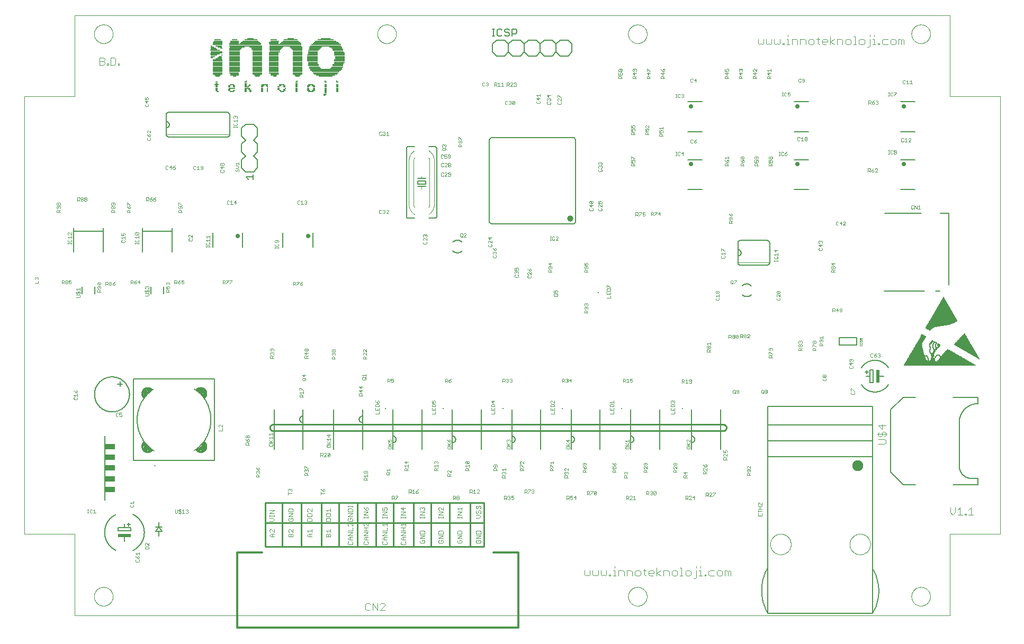
<source format=gto>
G75*
%MOIN*%
%OFA0B0*%
%FSLAX25Y25*%
%IPPOS*%
%LPD*%
%AMOC8*
5,1,8,0,0,1.08239X$1,22.5*
%
%ADD10C,0.00000*%
%ADD11C,0.01000*%
%ADD12C,0.00400*%
%ADD13R,0.01480X0.00740*%
%ADD14R,0.02220X0.00740*%
%ADD15R,0.01480X0.00740*%
%ADD16R,0.02960X0.00740*%
%ADD17R,0.00740X0.00740*%
%ADD18R,0.03700X0.00740*%
%ADD19R,0.04441X0.00740*%
%ADD20R,0.03700X0.00740*%
%ADD21R,0.04440X0.00740*%
%ADD22R,0.00740X0.00740*%
%ADD23R,0.02960X0.00740*%
%ADD24R,0.08881X0.00740*%
%ADD25R,0.05180X0.00740*%
%ADD26R,0.11841X0.00740*%
%ADD27R,0.05920X0.00740*%
%ADD28R,0.05180X0.00740*%
%ADD29R,0.05920X0.00740*%
%ADD30R,0.14801X0.00740*%
%ADD31R,0.16281X0.00740*%
%ADD32R,0.06660X0.00740*%
%ADD33R,0.17761X0.00740*%
%ADD34R,0.19241X0.00740*%
%ADD35R,0.19981X0.00740*%
%ADD36R,0.07400X0.00740*%
%ADD37R,0.06661X0.00740*%
%ADD38R,0.08141X0.00740*%
%ADD39R,0.08140X0.00740*%
%ADD40R,0.09620X0.00740*%
%ADD41R,0.08880X0.00740*%
%ADD42R,0.20721X0.00740*%
%ADD43R,0.18501X0.00740*%
%ADD44R,0.13321X0.00740*%
%ADD45R,0.17021X0.00740*%
%ADD46R,0.15541X0.00740*%
%ADD47R,0.10361X0.00740*%
%ADD48R,0.45561X0.00030*%
%ADD49R,0.45531X0.00030*%
%ADD50R,0.45443X0.00030*%
%ADD51R,0.45413X0.00030*%
%ADD52R,0.45324X0.00030*%
%ADD53R,0.45237X0.00030*%
%ADD54R,0.45177X0.00030*%
%ADD55R,0.45118X0.00030*%
%ADD56R,0.45059X0.00030*%
%ADD57R,0.44971X0.00030*%
%ADD58R,0.44941X0.00030*%
%ADD59R,0.44852X0.00030*%
%ADD60R,0.44764X0.00030*%
%ADD61R,0.44705X0.00030*%
%ADD62R,0.44646X0.00030*%
%ADD63R,0.44587X0.00030*%
%ADD64R,0.44498X0.00030*%
%ADD65R,0.44409X0.00030*%
%ADD66R,0.44380X0.00030*%
%ADD67R,0.44291X0.00030*%
%ADD68R,0.44233X0.00030*%
%ADD69R,0.44144X0.00030*%
%ADD70R,0.44114X0.00030*%
%ADD71R,0.44026X0.00030*%
%ADD72R,0.43937X0.00030*%
%ADD73R,0.43907X0.00030*%
%ADD74R,0.43819X0.00030*%
%ADD75R,0.43760X0.00030*%
%ADD76R,0.43671X0.00030*%
%ADD77R,0.43642X0.00030*%
%ADD78R,0.43553X0.00030*%
%ADD79R,0.43465X0.00030*%
%ADD80R,0.43406X0.00030*%
%ADD81R,0.43346X0.00030*%
%ADD82R,0.43288X0.00030*%
%ADD83R,0.43198X0.00030*%
%ADD84R,0.43139X0.00030*%
%ADD85R,0.43081X0.00030*%
%ADD86R,0.42993X0.00030*%
%ADD87R,0.42933X0.00030*%
%ADD88R,0.42874X0.00030*%
%ADD89R,0.42815X0.00030*%
%ADD90R,0.42726X0.00030*%
%ADD91R,0.42638X0.00030*%
%ADD92R,0.42608X0.00030*%
%ADD93R,0.42520X0.00030*%
%ADD94R,0.42461X0.00030*%
%ADD95R,0.42372X0.00030*%
%ADD96R,0.42342X0.00030*%
%ADD97R,0.42254X0.00030*%
%ADD98R,0.42165X0.00030*%
%ADD99R,0.42106X0.00030*%
%ADD100R,0.42048X0.00030*%
%ADD101R,0.41988X0.00030*%
%ADD102R,0.41899X0.00030*%
%ADD103R,0.41870X0.00030*%
%ADD104R,0.41782X0.00030*%
%ADD105R,0.41693X0.00030*%
%ADD106R,0.41634X0.00030*%
%ADD107R,0.41575X0.00030*%
%ADD108R,0.41516X0.00030*%
%ADD109R,0.41427X0.00030*%
%ADD110R,0.41368X0.00030*%
%ADD111R,0.41309X0.00030*%
%ADD112R,0.41220X0.00030*%
%ADD113R,0.41161X0.00030*%
%ADD114R,0.41102X0.00030*%
%ADD115R,0.41043X0.00030*%
%ADD116R,0.40955X0.00030*%
%ADD117R,0.40866X0.00030*%
%ADD118R,0.40837X0.00030*%
%ADD119R,0.40748X0.00030*%
%ADD120R,0.40689X0.00030*%
%ADD121R,0.40600X0.00030*%
%ADD122R,0.40571X0.00030*%
%ADD123R,0.40482X0.00030*%
%ADD124R,0.40394X0.00030*%
%ADD125R,0.40335X0.00030*%
%ADD126R,0.40276X0.00030*%
%ADD127R,0.40216X0.00030*%
%ADD128R,0.40128X0.00030*%
%ADD129R,0.40099X0.00030*%
%ADD130R,0.40010X0.00030*%
%ADD131R,0.39921X0.00030*%
%ADD132R,0.39863X0.00030*%
%ADD133R,0.39803X0.00030*%
%ADD134R,0.39744X0.00030*%
%ADD135R,0.18868X0.00030*%
%ADD136R,0.20728X0.00030*%
%ADD137R,0.18720X0.00030*%
%ADD138R,0.20492X0.00030*%
%ADD139R,0.18603X0.00030*%
%ADD140R,0.20374X0.00030*%
%ADD141R,0.18543X0.00030*%
%ADD142R,0.20256X0.00030*%
%ADD143R,0.18484X0.00030*%
%ADD144R,0.20138X0.00030*%
%ADD145R,0.18425X0.00030*%
%ADD146R,0.20019X0.00030*%
%ADD147R,0.18396X0.00030*%
%ADD148R,0.19931X0.00030*%
%ADD149R,0.18337X0.00030*%
%ADD150R,0.19842X0.00030*%
%ADD151R,0.14469X0.00030*%
%ADD152R,0.03720X0.00030*%
%ADD153R,0.19725X0.00030*%
%ADD154R,0.14409X0.00030*%
%ADD155R,0.03631X0.00030*%
%ADD156R,0.19666X0.00030*%
%ADD157R,0.13287X0.00030*%
%ADD158R,0.00827X0.00030*%
%ADD159R,0.03573X0.00030*%
%ADD160R,0.19547X0.00030*%
%ADD161R,0.13228X0.00030*%
%ADD162R,0.00709X0.00030*%
%ADD163R,0.03514X0.00030*%
%ADD164R,0.19459X0.00030*%
%ADD165R,0.13140X0.00030*%
%ADD166R,0.00650X0.00030*%
%ADD167R,0.03455X0.00030*%
%ADD168R,0.19341X0.00030*%
%ADD169R,0.13110X0.00030*%
%ADD170R,0.00590X0.00030*%
%ADD171R,0.19281X0.00030*%
%ADD172R,0.13052X0.00030*%
%ADD173R,0.00561X0.00030*%
%ADD174R,0.03396X0.00030*%
%ADD175R,0.19193X0.00030*%
%ADD176R,0.12992X0.00030*%
%ADD177R,0.00532X0.00030*%
%ADD178R,0.03337X0.00030*%
%ADD179R,0.19104X0.00030*%
%ADD180R,0.12962X0.00030*%
%ADD181R,0.03307X0.00030*%
%ADD182R,0.19016X0.00030*%
%ADD183R,0.12904X0.00030*%
%ADD184R,0.00502X0.00030*%
%ADD185R,0.03248X0.00030*%
%ADD186R,0.18927X0.00030*%
%ADD187R,0.12874X0.00030*%
%ADD188R,0.03218X0.00030*%
%ADD189R,0.18839X0.00030*%
%ADD190R,0.12815X0.00030*%
%ADD191R,0.00443X0.00030*%
%ADD192R,0.03189X0.00030*%
%ADD193R,0.18750X0.00030*%
%ADD194R,0.12786X0.00030*%
%ADD195R,0.03159X0.00030*%
%ADD196R,0.18661X0.00030*%
%ADD197R,0.12726X0.00030*%
%ADD198R,0.03130X0.00030*%
%ADD199R,0.18602X0.00030*%
%ADD200R,0.12696X0.00030*%
%ADD201R,0.00413X0.00030*%
%ADD202R,0.03071X0.00030*%
%ADD203R,0.18513X0.00030*%
%ADD204R,0.12667X0.00030*%
%ADD205R,0.18426X0.00030*%
%ADD206R,0.12609X0.00030*%
%ADD207R,0.03012X0.00030*%
%ADD208R,0.18366X0.00030*%
%ADD209R,0.12579X0.00030*%
%ADD210R,0.02982X0.00030*%
%ADD211R,0.18277X0.00030*%
%ADD212R,0.12549X0.00030*%
%ADD213R,0.18189X0.00030*%
%ADD214R,0.12490X0.00030*%
%ADD215R,0.00384X0.00030*%
%ADD216R,0.02953X0.00030*%
%ADD217R,0.18100X0.00030*%
%ADD218R,0.12461X0.00030*%
%ADD219R,0.02923X0.00030*%
%ADD220R,0.18041X0.00030*%
%ADD221R,0.12402X0.00030*%
%ADD222R,0.02893X0.00030*%
%ADD223R,0.17953X0.00030*%
%ADD224R,0.00354X0.00030*%
%ADD225R,0.02864X0.00030*%
%ADD226R,0.17865X0.00030*%
%ADD227R,0.12343X0.00030*%
%ADD228R,0.17776X0.00030*%
%ADD229R,0.12313X0.00030*%
%ADD230R,0.02805X0.00030*%
%ADD231R,0.17717X0.00030*%
%ADD232R,0.12283X0.00030*%
%ADD233R,0.17628X0.00030*%
%ADD234R,0.12224X0.00030*%
%ADD235R,0.02775X0.00030*%
%ADD236R,0.17539X0.00030*%
%ADD237R,0.12194X0.00030*%
%ADD238R,0.17480X0.00030*%
%ADD239R,0.12165X0.00030*%
%ADD240R,0.02746X0.00030*%
%ADD241R,0.17392X0.00030*%
%ADD242R,0.12136X0.00030*%
%ADD243R,0.00324X0.00030*%
%ADD244R,0.17304X0.00030*%
%ADD245R,0.12077X0.00030*%
%ADD246R,0.02717X0.00030*%
%ADD247R,0.17214X0.00030*%
%ADD248R,0.12047X0.00030*%
%ADD249R,0.17156X0.00030*%
%ADD250R,0.12018X0.00030*%
%ADD251R,0.00325X0.00030*%
%ADD252R,0.02687X0.00030*%
%ADD253R,0.17067X0.00030*%
%ADD254R,0.11958X0.00030*%
%ADD255R,0.16978X0.00030*%
%ADD256R,0.11929X0.00030*%
%ADD257R,0.02657X0.00030*%
%ADD258R,0.16890X0.00030*%
%ADD259R,0.11900X0.00030*%
%ADD260R,0.16860X0.00030*%
%ADD261R,0.11870X0.00030*%
%ADD262R,0.00325X0.00030*%
%ADD263R,0.02628X0.00030*%
%ADD264R,0.16772X0.00030*%
%ADD265R,0.11811X0.00030*%
%ADD266R,0.16683X0.00030*%
%ADD267R,0.02598X0.00030*%
%ADD268R,0.16594X0.00030*%
%ADD269R,0.11752X0.00030*%
%ADD270R,0.16535X0.00030*%
%ADD271R,0.11693X0.00030*%
%ADD272R,0.02569X0.00030*%
%ADD273R,0.16477X0.00030*%
%ADD274R,0.16387X0.00030*%
%ADD275R,0.11634X0.00030*%
%ADD276R,0.16329X0.00030*%
%ADD277R,0.11605X0.00030*%
%ADD278R,0.02539X0.00030*%
%ADD279R,0.16240X0.00030*%
%ADD280R,0.00030X0.00030*%
%ADD281R,0.11575X0.00030*%
%ADD282R,0.16181X0.00030*%
%ADD283R,0.00059X0.00030*%
%ADD284R,0.11515X0.00030*%
%ADD285R,0.02539X0.00030*%
%ADD286R,0.16092X0.00030*%
%ADD287R,0.00118X0.00030*%
%ADD288R,0.16033X0.00030*%
%ADD289R,0.00148X0.00030*%
%ADD290R,0.11457X0.00030*%
%ADD291R,0.15975X0.00030*%
%ADD292R,0.00148X0.00030*%
%ADD293R,0.02510X0.00030*%
%ADD294R,0.15886X0.00030*%
%ADD295R,0.00207X0.00030*%
%ADD296R,0.11398X0.00030*%
%ADD297R,0.15797X0.00030*%
%ADD298R,0.00237X0.00030*%
%ADD299R,0.15767X0.00030*%
%ADD300R,0.00296X0.00030*%
%ADD301R,0.11339X0.00030*%
%ADD302R,0.15680X0.00030*%
%ADD303R,0.00295X0.00030*%
%ADD304R,0.11280X0.00030*%
%ADD305R,0.15591X0.00030*%
%ADD306R,0.02540X0.00030*%
%ADD307R,0.15531X0.00030*%
%ADD308R,0.11221X0.00030*%
%ADD309R,0.01830X0.00030*%
%ADD310R,0.00591X0.00030*%
%ADD311R,0.15472X0.00030*%
%ADD312R,0.01801X0.00030*%
%ADD313R,0.15413X0.00030*%
%ADD314R,0.00443X0.00030*%
%ADD315R,0.11161X0.00030*%
%ADD316R,0.15325X0.00030*%
%ADD317R,0.00472X0.00030*%
%ADD318R,0.01743X0.00030*%
%ADD319R,0.00531X0.00030*%
%ADD320R,0.15295X0.00030*%
%ADD321R,0.11102X0.00030*%
%ADD322R,0.00531X0.00030*%
%ADD323R,0.15207X0.00030*%
%ADD324R,0.11073X0.00030*%
%ADD325R,0.00355X0.00030*%
%ADD326R,0.15148X0.00030*%
%ADD327R,0.00561X0.00030*%
%ADD328R,0.11044X0.00030*%
%ADD329R,0.15089X0.00030*%
%ADD330R,0.00620X0.00030*%
%ADD331R,0.11014X0.00030*%
%ADD332R,0.01713X0.00030*%
%ADD333R,0.00502X0.00030*%
%ADD334R,0.15030X0.00030*%
%ADD335R,0.10984X0.00030*%
%ADD336R,0.14971X0.00030*%
%ADD337R,0.00679X0.00030*%
%ADD338R,0.10955X0.00030*%
%ADD339R,0.00354X0.00030*%
%ADD340R,0.00502X0.00030*%
%ADD341R,0.14882X0.00030*%
%ADD342R,0.00709X0.00030*%
%ADD343R,0.14823X0.00030*%
%ADD344R,0.00768X0.00030*%
%ADD345R,0.10896X0.00030*%
%ADD346R,0.01683X0.00030*%
%ADD347R,0.14793X0.00030*%
%ADD348R,0.00797X0.00030*%
%ADD349R,0.10866X0.00030*%
%ADD350R,0.14705X0.00030*%
%ADD351R,0.00797X0.00030*%
%ADD352R,0.10837X0.00030*%
%ADD353R,0.14646X0.00030*%
%ADD354R,0.00856X0.00030*%
%ADD355R,0.10807X0.00030*%
%ADD356R,0.14587X0.00030*%
%ADD357R,0.00886X0.00030*%
%ADD358R,0.10778X0.00030*%
%ADD359R,0.14528X0.00030*%
%ADD360R,0.00915X0.00030*%
%ADD361R,0.10748X0.00030*%
%ADD362R,0.01654X0.00030*%
%ADD363R,0.00945X0.00030*%
%ADD364R,0.10719X0.00030*%
%ADD365R,0.01004X0.00030*%
%ADD366R,0.10689X0.00030*%
%ADD367R,0.14380X0.00030*%
%ADD368R,0.01033X0.00030*%
%ADD369R,0.10659X0.00030*%
%ADD370R,0.14291X0.00030*%
%ADD371R,0.01033X0.00030*%
%ADD372R,0.10630X0.00030*%
%ADD373R,0.14232X0.00030*%
%ADD374R,0.01093X0.00030*%
%ADD375R,0.10600X0.00030*%
%ADD376R,0.01624X0.00030*%
%ADD377R,0.14173X0.00030*%
%ADD378R,0.01122X0.00030*%
%ADD379R,0.14144X0.00030*%
%ADD380R,0.01181X0.00030*%
%ADD381R,0.10542X0.00030*%
%ADD382R,0.14084X0.00030*%
%ADD383R,0.10512X0.00030*%
%ADD384R,0.14025X0.00030*%
%ADD385R,0.01240X0.00030*%
%ADD386R,0.13967X0.00030*%
%ADD387R,0.01270X0.00030*%
%ADD388R,0.10483X0.00030*%
%ADD389R,0.13937X0.00030*%
%ADD390R,0.01299X0.00030*%
%ADD391R,0.10453X0.00030*%
%ADD392R,0.01595X0.00030*%
%ADD393R,0.13878X0.00030*%
%ADD394R,0.01329X0.00030*%
%ADD395R,0.10423X0.00030*%
%ADD396R,0.01624X0.00030*%
%ADD397R,0.13789X0.00030*%
%ADD398R,0.01358X0.00030*%
%ADD399R,0.00414X0.00030*%
%ADD400R,0.00591X0.00030*%
%ADD401R,0.13760X0.00030*%
%ADD402R,0.01417X0.00030*%
%ADD403R,0.10364X0.00030*%
%ADD404R,0.13730X0.00030*%
%ADD405R,0.01417X0.00030*%
%ADD406R,0.10335X0.00030*%
%ADD407R,0.13671X0.00030*%
%ADD408R,0.01447X0.00030*%
%ADD409R,0.13612X0.00030*%
%ADD410R,0.01506X0.00030*%
%ADD411R,0.10305X0.00030*%
%ADD412R,0.13583X0.00030*%
%ADD413R,0.01535X0.00030*%
%ADD414R,0.00413X0.00030*%
%ADD415R,0.13523X0.00030*%
%ADD416R,0.01565X0.00030*%
%ADD417R,0.10275X0.00030*%
%ADD418R,0.13464X0.00030*%
%ADD419R,0.01594X0.00030*%
%ADD420R,0.00443X0.00030*%
%ADD421R,0.00620X0.00030*%
%ADD422R,0.13406X0.00030*%
%ADD423R,0.01654X0.00030*%
%ADD424R,0.10217X0.00030*%
%ADD425R,0.13376X0.00030*%
%ADD426R,0.01683X0.00030*%
%ADD427R,0.10187X0.00030*%
%ADD428R,0.13317X0.00030*%
%ADD429R,0.01742X0.00030*%
%ADD430R,0.10157X0.00030*%
%ADD431R,0.13229X0.00030*%
%ADD432R,0.01772X0.00030*%
%ADD433R,0.10187X0.00030*%
%ADD434R,0.13199X0.00030*%
%ADD435R,0.00620X0.00030*%
%ADD436R,0.13169X0.00030*%
%ADD437R,0.01831X0.00030*%
%ADD438R,0.10128X0.00030*%
%ADD439R,0.01890X0.00030*%
%ADD440R,0.00561X0.00030*%
%ADD441R,0.13081X0.00030*%
%ADD442R,0.01919X0.00030*%
%ADD443R,0.10098X0.00030*%
%ADD444R,0.13051X0.00030*%
%ADD445R,0.01919X0.00030*%
%ADD446R,0.00650X0.00030*%
%ADD447R,0.12992X0.00030*%
%ADD448R,0.01978X0.00030*%
%ADD449R,0.00680X0.00030*%
%ADD450R,0.12933X0.00030*%
%ADD451R,0.02008X0.00030*%
%ADD452R,0.10157X0.00030*%
%ADD453R,0.00738X0.00030*%
%ADD454R,0.02067X0.00030*%
%ADD455R,0.10187X0.00030*%
%ADD456R,0.12017X0.00030*%
%ADD457R,0.02067X0.00030*%
%ADD458R,0.10246X0.00030*%
%ADD459R,0.02096X0.00030*%
%ADD460R,0.11575X0.00030*%
%ADD461R,0.00679X0.00030*%
%ADD462R,0.11841X0.00030*%
%ADD463R,0.02155X0.00030*%
%ADD464R,0.11516X0.00030*%
%ADD465R,0.02185X0.00030*%
%ADD466R,0.11663X0.00030*%
%ADD467R,0.02215X0.00030*%
%ADD468R,0.11456X0.00030*%
%ADD469R,0.02244X0.00030*%
%ADD470R,0.11427X0.00030*%
%ADD471R,0.11486X0.00030*%
%ADD472R,0.02303X0.00030*%
%ADD473R,0.11369X0.00030*%
%ADD474R,0.11427X0.00030*%
%ADD475R,0.02303X0.00030*%
%ADD476R,0.11339X0.00030*%
%ADD477R,0.00708X0.00030*%
%ADD478R,0.11338X0.00030*%
%ADD479R,0.02333X0.00030*%
%ADD480R,0.11309X0.00030*%
%ADD481R,0.11250X0.00030*%
%ADD482R,0.02392X0.00030*%
%ADD483R,0.11250X0.00030*%
%ADD484R,0.11220X0.00030*%
%ADD485R,0.02422X0.00030*%
%ADD486R,0.00768X0.00030*%
%ADD487R,0.11132X0.00030*%
%ADD488R,0.02451X0.00030*%
%ADD489R,0.00798X0.00030*%
%ADD490R,0.11043X0.00030*%
%ADD491R,0.02480X0.00030*%
%ADD492R,0.11103X0.00030*%
%ADD493R,0.10955X0.00030*%
%ADD494R,0.09803X0.00030*%
%ADD495R,0.10807X0.00030*%
%ADD496R,0.09744X0.00030*%
%ADD497R,0.09685X0.00030*%
%ADD498R,0.02657X0.00030*%
%ADD499R,0.09626X0.00030*%
%ADD500R,0.00974X0.00030*%
%ADD501R,0.09567X0.00030*%
%ADD502R,0.10512X0.00030*%
%ADD503R,0.09508X0.00030*%
%ADD504R,0.01801X0.00030*%
%ADD505R,0.00856X0.00030*%
%ADD506R,0.10424X0.00030*%
%ADD507R,0.09479X0.00030*%
%ADD508R,0.00945X0.00030*%
%ADD509R,0.01181X0.00030*%
%ADD510R,0.02806X0.00030*%
%ADD511R,0.09419X0.00030*%
%ADD512R,0.10276X0.00030*%
%ADD513R,0.02273X0.00030*%
%ADD514R,0.09360X0.00030*%
%ADD515R,0.10099X0.00030*%
%ADD516R,0.09331X0.00030*%
%ADD517R,0.01860X0.00030*%
%ADD518R,0.02156X0.00030*%
%ADD519R,0.10069X0.00030*%
%ADD520R,0.09272X0.00030*%
%ADD521R,0.02037X0.00030*%
%ADD522R,0.09980X0.00030*%
%ADD523R,0.09242X0.00030*%
%ADD524R,0.01979X0.00030*%
%ADD525R,0.09892X0.00030*%
%ADD526R,0.09213X0.00030*%
%ADD527R,0.03041X0.00030*%
%ADD528R,0.09154X0.00030*%
%ADD529R,0.09744X0.00030*%
%ADD530R,0.03071X0.00030*%
%ADD531R,0.09124X0.00030*%
%ADD532R,0.01742X0.00030*%
%ADD533R,0.09655X0.00030*%
%ADD534R,0.03100X0.00030*%
%ADD535R,0.09094X0.00030*%
%ADD536R,0.09596X0.00030*%
%ADD537R,0.09065X0.00030*%
%ADD538R,0.03189X0.00030*%
%ADD539R,0.09035X0.00030*%
%ADD540R,0.09449X0.00030*%
%ADD541R,0.03219X0.00030*%
%ADD542R,0.08977X0.00030*%
%ADD543R,0.01241X0.00030*%
%ADD544R,0.09360X0.00030*%
%ADD545R,0.03219X0.00030*%
%ADD546R,0.01949X0.00030*%
%ADD547R,0.01063X0.00030*%
%ADD548R,0.03277X0.00030*%
%ADD549R,0.08917X0.00030*%
%ADD550R,0.09183X0.00030*%
%ADD551R,0.03307X0.00030*%
%ADD552R,0.08858X0.00030*%
%ADD553R,0.03366X0.00030*%
%ADD554R,0.08799X0.00030*%
%ADD555R,0.08976X0.00030*%
%ADD556R,0.03425X0.00030*%
%ADD557R,0.08770X0.00030*%
%ADD558R,0.08828X0.00030*%
%ADD559R,0.03455X0.00030*%
%ADD560R,0.08740X0.00030*%
%ADD561R,0.08741X0.00030*%
%ADD562R,0.08710X0.00030*%
%ADD563R,0.08681X0.00030*%
%ADD564R,0.03544X0.00030*%
%ADD565R,0.08681X0.00030*%
%ADD566R,0.08622X0.00030*%
%ADD567R,0.03603X0.00030*%
%ADD568R,0.08652X0.00030*%
%ADD569R,0.02097X0.00030*%
%ADD570R,0.08534X0.00030*%
%ADD571R,0.03602X0.00030*%
%ADD572R,0.08593X0.00030*%
%ADD573R,0.08445X0.00030*%
%ADD574R,0.08356X0.00030*%
%ADD575R,0.03691X0.00030*%
%ADD576R,0.08563X0.00030*%
%ADD577R,0.02126X0.00030*%
%ADD578R,0.08297X0.00030*%
%ADD579R,0.08533X0.00030*%
%ADD580R,0.08209X0.00030*%
%ADD581R,0.03750X0.00030*%
%ADD582R,0.08504X0.00030*%
%ADD583R,0.08150X0.00030*%
%ADD584R,0.03780X0.00030*%
%ADD585R,0.08474X0.00030*%
%ADD586R,0.08091X0.00030*%
%ADD587R,0.03839X0.00030*%
%ADD588R,0.02185X0.00030*%
%ADD589R,0.08002X0.00030*%
%ADD590R,0.08415X0.00030*%
%ADD591R,0.07914X0.00030*%
%ADD592R,0.03868X0.00030*%
%ADD593R,0.08385X0.00030*%
%ADD594R,0.07825X0.00030*%
%ADD595R,0.03928X0.00030*%
%ADD596R,0.02274X0.00030*%
%ADD597R,0.07766X0.00030*%
%ADD598R,0.03957X0.00030*%
%ADD599R,0.07678X0.00030*%
%ADD600R,0.03986X0.00030*%
%ADD601R,0.08298X0.00030*%
%ADD602R,0.07618X0.00030*%
%ADD603R,0.04015X0.00030*%
%ADD604R,0.02332X0.00030*%
%ADD605R,0.07530X0.00030*%
%ADD606R,0.04075X0.00030*%
%ADD607R,0.08268X0.00030*%
%ADD608R,0.02362X0.00030*%
%ADD609R,0.07470X0.00030*%
%ADD610R,0.04104X0.00030*%
%ADD611R,0.08209X0.00030*%
%ADD612R,0.07382X0.00030*%
%ADD613R,0.04104X0.00030*%
%ADD614R,0.07293X0.00030*%
%ADD615R,0.04163X0.00030*%
%ADD616R,0.08179X0.00030*%
%ADD617R,0.02450X0.00030*%
%ADD618R,0.07205X0.00030*%
%ADD619R,0.04193X0.00030*%
%ADD620R,0.08149X0.00030*%
%ADD621R,0.07146X0.00030*%
%ADD622R,0.04222X0.00030*%
%ADD623R,0.08120X0.00030*%
%ADD624R,0.07086X0.00030*%
%ADD625R,0.04252X0.00030*%
%ADD626R,0.06998X0.00030*%
%ADD627R,0.04311X0.00030*%
%ADD628R,0.01476X0.00030*%
%ADD629R,0.06939X0.00030*%
%ADD630R,0.04341X0.00030*%
%ADD631R,0.08031X0.00030*%
%ADD632R,0.01418X0.00030*%
%ADD633R,0.06850X0.00030*%
%ADD634R,0.01359X0.00030*%
%ADD635R,0.06762X0.00030*%
%ADD636R,0.04400X0.00030*%
%ADD637R,0.08002X0.00030*%
%ADD638R,0.06673X0.00030*%
%ADD639R,0.04429X0.00030*%
%ADD640R,0.07972X0.00030*%
%ADD641R,0.06614X0.00030*%
%ADD642R,0.04488X0.00030*%
%ADD643R,0.07943X0.00030*%
%ADD644R,0.06526X0.00030*%
%ADD645R,0.04488X0.00030*%
%ADD646R,0.07913X0.00030*%
%ADD647R,0.01240X0.00030*%
%ADD648R,0.06437X0.00030*%
%ADD649R,0.04518X0.00030*%
%ADD650R,0.06378X0.00030*%
%ADD651R,0.04577X0.00030*%
%ADD652R,0.07854X0.00030*%
%ADD653R,0.01181X0.00030*%
%ADD654R,0.06319X0.00030*%
%ADD655R,0.04606X0.00030*%
%ADD656R,0.01152X0.00030*%
%ADD657R,0.06230X0.00030*%
%ADD658R,0.04636X0.00030*%
%ADD659R,0.00767X0.00030*%
%ADD660R,0.01152X0.00030*%
%ADD661R,0.06142X0.00030*%
%ADD662R,0.04665X0.00030*%
%ADD663R,0.07796X0.00030*%
%ADD664R,0.01122X0.00030*%
%ADD665R,0.06054X0.00030*%
%ADD666R,0.04724X0.00030*%
%ADD667R,0.01122X0.00030*%
%ADD668R,0.05994X0.00030*%
%ADD669R,0.04724X0.00030*%
%ADD670R,0.07737X0.00030*%
%ADD671R,0.05906X0.00030*%
%ADD672R,0.04754X0.00030*%
%ADD673R,0.01063X0.00030*%
%ADD674R,0.05817X0.00030*%
%ADD675R,0.04813X0.00030*%
%ADD676R,0.07677X0.00030*%
%ADD677R,0.01063X0.00030*%
%ADD678R,0.05758X0.00030*%
%ADD679R,0.04843X0.00030*%
%ADD680R,0.05670X0.00030*%
%ADD681R,0.04872X0.00030*%
%ADD682R,0.07648X0.00030*%
%ADD683R,0.05581X0.00030*%
%ADD684R,0.04902X0.00030*%
%ADD685R,0.00886X0.00030*%
%ADD686R,0.01034X0.00030*%
%ADD687R,0.05522X0.00030*%
%ADD688R,0.04961X0.00030*%
%ADD689R,0.07589X0.00030*%
%ADD690R,0.05463X0.00030*%
%ADD691R,0.04990X0.00030*%
%ADD692R,0.07559X0.00030*%
%ADD693R,0.00885X0.00030*%
%ADD694R,0.01004X0.00030*%
%ADD695R,0.05374X0.00030*%
%ADD696R,0.05285X0.00030*%
%ADD697R,0.05050X0.00030*%
%ADD698R,0.05197X0.00030*%
%ADD699R,0.05079X0.00030*%
%ADD700R,0.05138X0.00030*%
%ADD701R,0.05137X0.00030*%
%ADD702R,0.07471X0.00030*%
%ADD703R,0.00975X0.00030*%
%ADD704R,0.05049X0.00030*%
%ADD705R,0.05138X0.00030*%
%ADD706R,0.07441X0.00030*%
%ADD707R,0.04960X0.00030*%
%ADD708R,0.00974X0.00030*%
%ADD709R,0.04872X0.00030*%
%ADD710R,0.05226X0.00030*%
%ADD711R,0.07412X0.00030*%
%ADD712R,0.07352X0.00030*%
%ADD713R,0.01004X0.00030*%
%ADD714R,0.05315X0.00030*%
%ADD715R,0.04577X0.00030*%
%ADD716R,0.05374X0.00030*%
%ADD717R,0.07322X0.00030*%
%ADD718R,0.05374X0.00030*%
%ADD719R,0.07264X0.00030*%
%ADD720R,0.05404X0.00030*%
%ADD721R,0.05463X0.00030*%
%ADD722R,0.07234X0.00030*%
%ADD723R,0.04252X0.00030*%
%ADD724R,0.05492X0.00030*%
%ADD725R,0.07176X0.00030*%
%ADD726R,0.05551X0.00030*%
%ADD727R,0.03987X0.00030*%
%ADD728R,0.05610X0.00030*%
%ADD729R,0.07146X0.00030*%
%ADD730R,0.03927X0.00030*%
%ADD731R,0.05640X0.00030*%
%ADD732R,0.07116X0.00030*%
%ADD733R,0.03750X0.00030*%
%ADD734R,0.05699X0.00030*%
%ADD735R,0.07057X0.00030*%
%ADD736R,0.03691X0.00030*%
%ADD737R,0.05728X0.00030*%
%ADD738R,0.05758X0.00030*%
%ADD739R,0.07028X0.00030*%
%ADD740R,0.05787X0.00030*%
%ADD741R,0.03426X0.00030*%
%ADD742R,0.05846X0.00030*%
%ADD743R,0.06968X0.00030*%
%ADD744R,0.01093X0.00030*%
%ADD745R,0.03367X0.00030*%
%ADD746R,0.05876X0.00030*%
%ADD747R,0.03278X0.00030*%
%ADD748R,0.05935X0.00030*%
%ADD749R,0.06909X0.00030*%
%ADD750R,0.03101X0.00030*%
%ADD751R,0.05964X0.00030*%
%ADD752R,0.03041X0.00030*%
%ADD753R,0.06024X0.00030*%
%ADD754R,0.02952X0.00030*%
%ADD755R,0.06821X0.00030*%
%ADD756R,0.02865X0.00030*%
%ADD757R,0.01211X0.00030*%
%ADD758R,0.02776X0.00030*%
%ADD759R,0.06112X0.00030*%
%ADD760R,0.06792X0.00030*%
%ADD761R,0.02716X0.00030*%
%ADD762R,0.06113X0.00030*%
%ADD763R,0.06172X0.00030*%
%ADD764R,0.06732X0.00030*%
%ADD765R,0.06200X0.00030*%
%ADD766R,0.02480X0.00030*%
%ADD767R,0.06260X0.00030*%
%ADD768R,0.06703X0.00030*%
%ADD769R,0.06673X0.00030*%
%ADD770R,0.06289X0.00030*%
%ADD771R,0.06643X0.00030*%
%ADD772R,0.01388X0.00030*%
%ADD773R,0.06348X0.00030*%
%ADD774R,0.06614X0.00030*%
%ADD775R,0.06407X0.00030*%
%ADD776R,0.06585X0.00030*%
%ADD777R,0.01949X0.00030*%
%ADD778R,0.06437X0.00030*%
%ADD779R,0.06496X0.00030*%
%ADD780R,0.06526X0.00030*%
%ADD781R,0.01535X0.00030*%
%ADD782R,0.01712X0.00030*%
%ADD783R,0.06584X0.00030*%
%ADD784R,0.06467X0.00030*%
%ADD785R,0.06644X0.00030*%
%ADD786R,0.06378X0.00030*%
%ADD787R,0.01269X0.00030*%
%ADD788R,0.06732X0.00030*%
%ADD789R,0.01210X0.00030*%
%ADD790R,0.06349X0.00030*%
%ADD791R,0.06762X0.00030*%
%ADD792R,0.06289X0.00030*%
%ADD793R,0.06851X0.00030*%
%ADD794R,0.06910X0.00030*%
%ADD795R,0.01831X0.00030*%
%ADD796R,0.06201X0.00030*%
%ADD797R,0.06939X0.00030*%
%ADD798R,0.06171X0.00030*%
%ADD799R,0.00236X0.00030*%
%ADD800R,0.06083X0.00030*%
%ADD801R,0.00059X0.00030*%
%ADD802R,0.07175X0.00030*%
%ADD803R,0.07235X0.00030*%
%ADD804R,0.05994X0.00030*%
%ADD805R,0.07411X0.00030*%
%ADD806R,0.01151X0.00030*%
%ADD807R,0.05846X0.00030*%
%ADD808R,0.07500X0.00030*%
%ADD809R,0.07559X0.00030*%
%ADD810R,0.05788X0.00030*%
%ADD811R,0.07619X0.00030*%
%ADD812R,0.07706X0.00030*%
%ADD813R,0.05669X0.00030*%
%ADD814R,0.07736X0.00030*%
%ADD815R,0.07795X0.00030*%
%ADD816R,0.07795X0.00030*%
%ADD817R,0.05610X0.00030*%
%ADD818R,0.07884X0.00030*%
%ADD819R,0.01446X0.00030*%
%ADD820R,0.05521X0.00030*%
%ADD821R,0.01506X0.00030*%
%ADD822R,0.07973X0.00030*%
%ADD823R,0.00472X0.00030*%
%ADD824R,0.08032X0.00030*%
%ADD825R,0.05433X0.00030*%
%ADD826R,0.01594X0.00030*%
%ADD827R,0.08061X0.00030*%
%ADD828R,0.01624X0.00030*%
%ADD829R,0.01683X0.00030*%
%ADD830R,0.05344X0.00030*%
%ADD831R,0.08268X0.00030*%
%ADD832R,0.01771X0.00030*%
%ADD833R,0.05256X0.00030*%
%ADD834R,0.08357X0.00030*%
%ADD835R,0.05226X0.00030*%
%ADD836R,0.01860X0.00030*%
%ADD837R,0.08386X0.00030*%
%ADD838R,0.05197X0.00030*%
%ADD839R,0.00944X0.00030*%
%ADD840R,0.01889X0.00030*%
%ADD841R,0.08444X0.00030*%
%ADD842R,0.05168X0.00030*%
%ADD843R,0.08533X0.00030*%
%ADD844R,0.00857X0.00030*%
%ADD845R,0.05049X0.00030*%
%ADD846R,0.08711X0.00030*%
%ADD847R,0.04931X0.00030*%
%ADD848R,0.08799X0.00030*%
%ADD849R,0.08829X0.00030*%
%ADD850R,0.08858X0.00030*%
%ADD851R,0.04843X0.00030*%
%ADD852R,0.08946X0.00030*%
%ADD853R,0.04783X0.00030*%
%ADD854R,0.08947X0.00030*%
%ADD855R,0.09006X0.00030*%
%ADD856R,0.04695X0.00030*%
%ADD857R,0.09095X0.00030*%
%ADD858R,0.09154X0.00030*%
%ADD859R,0.09183X0.00030*%
%ADD860R,0.04607X0.00030*%
%ADD861R,0.09271X0.00030*%
%ADD862R,0.04548X0.00030*%
%ADD863R,0.09361X0.00030*%
%ADD864R,0.04458X0.00030*%
%ADD865R,0.09449X0.00030*%
%ADD866R,0.01358X0.00030*%
%ADD867R,0.04370X0.00030*%
%ADD868R,0.09567X0.00030*%
%ADD869R,0.04340X0.00030*%
%ADD870R,0.01536X0.00030*%
%ADD871R,0.04282X0.00030*%
%ADD872R,0.09715X0.00030*%
%ADD873R,0.00649X0.00030*%
%ADD874R,0.09833X0.00030*%
%ADD875R,0.04193X0.00030*%
%ADD876R,0.09833X0.00030*%
%ADD877R,0.01861X0.00030*%
%ADD878R,0.09892X0.00030*%
%ADD879R,0.04134X0.00030*%
%ADD880R,0.09921X0.00030*%
%ADD881R,0.09951X0.00030*%
%ADD882R,0.10039X0.00030*%
%ADD883R,0.02008X0.00030*%
%ADD884R,0.10217X0.00030*%
%ADD885R,0.03927X0.00030*%
%ADD886R,0.10246X0.00030*%
%ADD887R,0.03898X0.00030*%
%ADD888R,0.01890X0.00030*%
%ADD889R,0.10393X0.00030*%
%ADD890R,0.03839X0.00030*%
%ADD891R,0.03809X0.00030*%
%ADD892R,0.01802X0.00030*%
%ADD893R,0.03780X0.00030*%
%ADD894R,0.01713X0.00030*%
%ADD895R,0.10541X0.00030*%
%ADD896R,0.10571X0.00030*%
%ADD897R,0.10630X0.00030*%
%ADD898R,0.01329X0.00030*%
%ADD899R,0.03662X0.00030*%
%ADD900R,0.10600X0.00030*%
%ADD901R,0.03632X0.00030*%
%ADD902R,0.00738X0.00030*%
%ADD903R,0.10541X0.00030*%
%ADD904R,0.03661X0.00030*%
%ADD905R,0.03632X0.00030*%
%ADD906R,0.10453X0.00030*%
%ADD907R,0.03602X0.00030*%
%ADD908R,0.10394X0.00030*%
%ADD909R,0.10365X0.00030*%
%ADD910R,0.10305X0.00030*%
%ADD911R,0.03543X0.00030*%
%ADD912R,0.03543X0.00030*%
%ADD913R,0.10039X0.00030*%
%ADD914R,0.10009X0.00030*%
%ADD915R,0.03514X0.00030*%
%ADD916R,0.09951X0.00030*%
%ADD917R,0.00236X0.00030*%
%ADD918R,0.09922X0.00030*%
%ADD919R,0.03484X0.00030*%
%ADD920R,0.09863X0.00030*%
%ADD921R,0.03513X0.00030*%
%ADD922R,0.09774X0.00030*%
%ADD923R,0.00089X0.00030*%
%ADD924R,0.09714X0.00030*%
%ADD925R,0.00029X0.00030*%
%ADD926R,0.09685X0.00030*%
%ADD927R,0.09626X0.00030*%
%ADD928R,0.03485X0.00030*%
%ADD929R,0.01092X0.00030*%
%ADD930R,0.09537X0.00030*%
%ADD931R,0.09448X0.00030*%
%ADD932R,0.09390X0.00030*%
%ADD933R,0.09301X0.00030*%
%ADD934R,0.03484X0.00030*%
%ADD935R,0.09153X0.00030*%
%ADD936R,0.00384X0.00030*%
%ADD937R,0.08918X0.00030*%
%ADD938R,0.00177X0.00030*%
%ADD939R,0.08504X0.00030*%
%ADD940R,0.08445X0.00030*%
%ADD941R,0.08416X0.00030*%
%ADD942R,0.08327X0.00030*%
%ADD943R,0.08267X0.00030*%
%ADD944R,0.08208X0.00030*%
%ADD945R,0.08179X0.00030*%
%ADD946R,0.08061X0.00030*%
%ADD947R,0.07913X0.00030*%
%ADD948R,0.00266X0.00030*%
%ADD949R,0.07884X0.00030*%
%ADD950R,0.07677X0.00030*%
%ADD951R,0.03573X0.00030*%
%ADD952R,0.01270X0.00030*%
%ADD953R,0.07647X0.00030*%
%ADD954R,0.01328X0.00030*%
%ADD955R,0.07352X0.00030*%
%ADD956R,0.03572X0.00030*%
%ADD957R,0.07293X0.00030*%
%ADD958R,0.07057X0.00030*%
%ADD959R,0.07027X0.00030*%
%ADD960R,0.06969X0.00030*%
%ADD961R,0.06939X0.00030*%
%ADD962R,0.06880X0.00030*%
%ADD963R,0.06821X0.00030*%
%ADD964R,0.06761X0.00030*%
%ADD965R,0.00265X0.00030*%
%ADD966R,0.06496X0.00030*%
%ADD967R,0.06408X0.00030*%
%ADD968R,0.06348X0.00030*%
%ADD969R,0.06141X0.00030*%
%ADD970R,0.06112X0.00030*%
%ADD971R,0.05965X0.00030*%
%ADD972R,0.05876X0.00030*%
%ADD973R,0.05817X0.00030*%
%ADD974R,0.05580X0.00030*%
%ADD975R,0.05493X0.00030*%
%ADD976R,0.05433X0.00030*%
%ADD977R,0.05079X0.00030*%
%ADD978R,0.04991X0.00030*%
%ADD979R,0.04901X0.00030*%
%ADD980R,0.04665X0.00030*%
%ADD981R,0.04635X0.00030*%
%ADD982R,0.04518X0.00030*%
%ADD983R,0.04459X0.00030*%
%ADD984R,0.04370X0.00030*%
%ADD985R,0.04281X0.00030*%
%ADD986R,0.04134X0.00030*%
%ADD987R,0.04045X0.00030*%
%ADD988R,0.03691X0.00030*%
%ADD989R,0.03661X0.00030*%
%ADD990R,0.03425X0.00030*%
%ADD991R,0.03454X0.00030*%
%ADD992R,0.03396X0.00030*%
%ADD993R,0.03130X0.00030*%
%ADD994R,0.03042X0.00030*%
%ADD995R,0.02894X0.00030*%
%ADD996R,0.02834X0.00030*%
%ADD997R,0.02894X0.00030*%
%ADD998R,0.02835X0.00030*%
%ADD999R,0.02776X0.00030*%
%ADD1000R,0.02687X0.00030*%
%ADD1001R,0.02658X0.00030*%
%ADD1002R,0.02628X0.00030*%
%ADD1003R,0.02509X0.00030*%
%ADD1004R,0.02421X0.00030*%
%ADD1005R,0.02304X0.00030*%
%ADD1006R,0.02214X0.00030*%
%ADD1007R,0.02244X0.00030*%
%ADD1008R,0.02126X0.00030*%
%ADD1009R,0.02007X0.00030*%
%ADD1010R,0.01948X0.00030*%
%ADD1011R,0.01387X0.00030*%
%ADD1012R,0.00119X0.00030*%
%ADD1013R,0.00059X0.00030*%
%ADD1014R,0.02156X0.00030*%
%ADD1015R,0.03011X0.00030*%
%ADD1016R,0.03189X0.00030*%
%ADD1017R,0.03337X0.00030*%
%ADD1018R,0.04164X0.00030*%
%ADD1019R,0.04547X0.00030*%
%ADD1020R,0.04636X0.00030*%
%ADD1021R,0.04754X0.00030*%
%ADD1022R,0.05167X0.00030*%
%ADD1023R,0.05196X0.00030*%
%ADD1024R,0.05285X0.00030*%
%ADD1025R,0.05551X0.00030*%
%ADD1026R,0.06525X0.00030*%
%ADD1027R,0.06791X0.00030*%
%ADD1028R,0.07087X0.00030*%
%ADD1029R,0.09124X0.00030*%
%ADD1030R,0.09331X0.00030*%
%ADD1031R,0.10718X0.00030*%
%ADD1032R,0.10895X0.00030*%
%ADD1033R,0.11574X0.00030*%
%ADD1034R,0.11752X0.00030*%
%ADD1035R,0.11870X0.00030*%
%ADD1036R,0.12048X0.00030*%
%ADD1037R,0.12461X0.00030*%
%ADD1038R,0.12815X0.00030*%
%ADD1039R,0.12933X0.00030*%
%ADD1040R,0.13051X0.00030*%
%ADD1041R,0.13288X0.00030*%
%ADD1042R,0.13494X0.00030*%
%ADD1043R,0.13671X0.00030*%
%ADD1044R,0.13878X0.00030*%
%ADD1045R,0.14055X0.00030*%
%ADD1046R,0.14233X0.00030*%
%ADD1047R,0.14557X0.00030*%
%ADD1048R,0.14616X0.00030*%
%ADD1049R,0.14704X0.00030*%
%ADD1050R,0.14764X0.00030*%
%ADD1051R,0.14823X0.00030*%
%ADD1052R,0.14911X0.00030*%
%ADD1053R,0.14970X0.00030*%
%ADD1054R,0.15059X0.00030*%
%ADD1055R,0.15119X0.00030*%
%ADD1056R,0.15236X0.00030*%
%ADD1057R,0.15295X0.00030*%
%ADD1058R,0.15354X0.00030*%
%ADD1059R,0.15414X0.00030*%
%ADD1060R,0.15502X0.00030*%
%ADD1061R,0.15532X0.00030*%
%ADD1062R,0.15590X0.00030*%
%ADD1063R,0.15649X0.00030*%
%ADD1064R,0.15768X0.00030*%
%ADD1065R,0.15798X0.00030*%
%ADD1066R,0.15856X0.00030*%
%ADD1067R,0.15915X0.00030*%
%ADD1068R,0.15945X0.00030*%
%ADD1069R,0.16004X0.00030*%
%ADD1070R,0.16122X0.00030*%
%ADD1071R,0.16151X0.00030*%
%ADD1072R,0.16210X0.00030*%
%ADD1073R,0.16241X0.00030*%
%ADD1074R,0.16270X0.00030*%
%ADD1075R,0.16358X0.00030*%
%ADD1076R,0.16417X0.00030*%
%ADD1077R,0.16447X0.00030*%
%ADD1078R,0.16565X0.00030*%
%ADD1079R,0.16624X0.00030*%
%ADD1080R,0.16654X0.00030*%
%ADD1081R,0.16683X0.00030*%
%ADD1082R,0.16713X0.00030*%
%ADD1083R,0.16743X0.00030*%
%ADD1084R,0.16801X0.00030*%
%ADD1085R,0.16830X0.00030*%
%ADD1086R,0.16949X0.00030*%
%ADD1087R,0.17037X0.00030*%
%ADD1088R,0.17096X0.00030*%
%ADD1089R,0.17126X0.00030*%
%ADD1090R,0.17185X0.00030*%
%ADD1091R,0.17185X0.00030*%
%ADD1092R,0.17215X0.00030*%
%ADD1093R,0.17244X0.00030*%
%ADD1094R,0.17274X0.00030*%
%ADD1095R,0.17303X0.00030*%
%ADD1096R,0.17332X0.00030*%
%ADD1097R,0.17362X0.00030*%
%ADD1098R,0.17421X0.00030*%
%ADD1099R,0.17451X0.00030*%
%ADD1100R,0.17422X0.00030*%
%ADD1101R,0.17303X0.00030*%
%ADD1102R,0.17273X0.00030*%
%ADD1103R,0.17244X0.00030*%
%ADD1104R,0.17215X0.00030*%
%ADD1105R,0.17126X0.00030*%
%ADD1106R,0.17067X0.00030*%
%ADD1107R,0.17037X0.00030*%
%ADD1108R,0.17008X0.00030*%
%ADD1109R,0.16948X0.00030*%
%ADD1110R,0.16831X0.00030*%
%ADD1111R,0.16713X0.00030*%
%ADD1112R,0.16654X0.00030*%
%ADD1113R,0.16624X0.00030*%
%ADD1114R,0.16535X0.00030*%
%ADD1115R,0.16476X0.00030*%
%ADD1116R,0.16417X0.00030*%
%ADD1117R,0.16388X0.00030*%
%ADD1118R,0.16300X0.00030*%
%ADD1119R,0.16181X0.00030*%
%ADD1120R,0.16122X0.00030*%
%ADD1121R,0.16063X0.00030*%
%ADD1122R,0.15915X0.00030*%
%ADD1123R,0.15826X0.00030*%
%ADD1124R,0.15738X0.00030*%
%ADD1125R,0.15709X0.00030*%
%ADD1126R,0.15679X0.00030*%
%ADD1127R,0.15591X0.00030*%
%ADD1128R,0.15443X0.00030*%
%ADD1129R,0.15354X0.00030*%
%ADD1130R,0.15266X0.00030*%
%ADD1131R,0.15237X0.00030*%
%ADD1132R,0.15178X0.00030*%
%ADD1133R,0.15118X0.00030*%
%ADD1134R,0.15029X0.00030*%
%ADD1135R,0.15000X0.00030*%
%ADD1136R,0.14941X0.00030*%
%ADD1137R,0.14852X0.00030*%
%ADD1138R,0.14616X0.00030*%
%ADD1139R,0.14557X0.00030*%
%ADD1140R,0.14528X0.00030*%
%ADD1141R,0.14469X0.00030*%
%ADD1142R,0.14350X0.00030*%
%ADD1143R,0.14232X0.00030*%
%ADD1144R,0.14115X0.00030*%
%ADD1145R,0.13996X0.00030*%
%ADD1146R,0.13907X0.00030*%
%ADD1147R,0.13878X0.00030*%
%ADD1148R,0.13819X0.00030*%
%ADD1149R,0.13760X0.00030*%
%ADD1150R,0.13731X0.00030*%
%ADD1151R,0.13701X0.00030*%
%ADD1152R,0.13642X0.00030*%
%ADD1153R,0.13582X0.00030*%
%ADD1154R,0.13524X0.00030*%
%ADD1155R,0.13465X0.00030*%
%ADD1156R,0.13347X0.00030*%
%ADD1157R,0.13258X0.00030*%
%ADD1158R,0.13022X0.00030*%
%ADD1159R,0.12993X0.00030*%
%ADD1160R,0.12874X0.00030*%
%ADD1161R,0.12844X0.00030*%
%ADD1162R,0.12756X0.00030*%
%ADD1163R,0.12638X0.00030*%
%ADD1164R,0.12579X0.00030*%
%ADD1165R,0.12520X0.00030*%
%ADD1166R,0.12372X0.00030*%
%ADD1167R,0.12284X0.00030*%
%ADD1168R,0.12225X0.00030*%
%ADD1169R,0.12106X0.00030*%
%ADD1170R,0.11988X0.00030*%
%ADD1171R,0.11959X0.00030*%
%ADD1172R,0.11722X0.00030*%
%ADD1173R,0.11397X0.00030*%
%ADD1174R,0.11250X0.00030*%
%ADD1175R,0.11220X0.00030*%
%ADD1176R,0.11162X0.00030*%
%ADD1177R,0.11102X0.00030*%
%ADD1178R,0.10925X0.00030*%
%ADD1179R,0.10837X0.00030*%
%ADD1180R,0.10807X0.00030*%
%ADD1181R,0.10748X0.00030*%
%ADD1182R,0.10040X0.00030*%
%ADD1183R,0.09862X0.00030*%
%ADD1184R,0.09744X0.00030*%
%ADD1185R,0.09685X0.00030*%
%ADD1186R,0.09272X0.00030*%
%ADD1187R,0.08563X0.00030*%
%ADD1188R,0.08504X0.00030*%
%ADD1189R,0.08327X0.00030*%
%ADD1190R,0.08090X0.00030*%
%ADD1191R,0.07855X0.00030*%
%ADD1192R,0.07441X0.00030*%
%ADD1193R,0.07087X0.00030*%
%ADD1194R,0.06733X0.00030*%
%ADD1195R,0.06674X0.00030*%
%ADD1196R,0.06555X0.00030*%
%ADD1197R,0.06319X0.00030*%
%ADD1198R,0.05611X0.00030*%
%ADD1199R,0.05492X0.00030*%
%ADD1200R,0.05256X0.00030*%
%ADD1201R,0.05020X0.00030*%
%ADD1202R,0.04902X0.00030*%
%ADD1203R,0.04783X0.00030*%
%ADD1204R,0.04547X0.00030*%
%ADD1205R,0.04489X0.00030*%
%ADD1206R,0.04311X0.00030*%
%ADD1207R,0.03838X0.00030*%
%ADD1208R,0.03721X0.00030*%
%ADD1209R,0.03070X0.00030*%
%ADD1210R,0.03012X0.00030*%
%ADD1211R,0.02598X0.00030*%
%ADD1212R,0.02362X0.00030*%
%ADD1213R,0.02185X0.00030*%
%ADD1214R,0.00207X0.00030*%
%ADD1215C,0.00300*%
%ADD1216C,0.00600*%
%ADD1217C,0.00500*%
%ADD1218C,0.00200*%
%ADD1219C,0.00800*%
%ADD1220C,0.03937*%
%ADD1221R,0.06600X0.03800*%
%ADD1222R,0.08000X0.02000*%
%ADD1223C,0.00100*%
%ADD1224R,0.02000X0.08000*%
%ADD1225C,0.04000*%
%ADD1226C,0.02828*%
%ADD1227C,0.01200*%
%ADD1228R,0.00787X0.00787*%
D10*
X0037585Y0009474D02*
X0037585Y0060655D01*
X0006089Y0060655D01*
X0006089Y0336246D01*
X0037585Y0336246D01*
X0037585Y0387427D01*
X0588766Y0387427D01*
X0588766Y0336246D01*
X0620262Y0336246D01*
X0620262Y0060655D01*
X0588766Y0060655D01*
X0588766Y0009474D01*
X0037585Y0009474D01*
X0049986Y0021285D02*
X0049988Y0021438D01*
X0049994Y0021592D01*
X0050004Y0021745D01*
X0050018Y0021897D01*
X0050036Y0022050D01*
X0050058Y0022201D01*
X0050083Y0022352D01*
X0050113Y0022503D01*
X0050147Y0022653D01*
X0050184Y0022801D01*
X0050225Y0022949D01*
X0050270Y0023095D01*
X0050319Y0023241D01*
X0050372Y0023385D01*
X0050428Y0023527D01*
X0050488Y0023668D01*
X0050552Y0023808D01*
X0050619Y0023946D01*
X0050690Y0024082D01*
X0050765Y0024216D01*
X0050842Y0024348D01*
X0050924Y0024478D01*
X0051008Y0024606D01*
X0051096Y0024732D01*
X0051187Y0024855D01*
X0051281Y0024976D01*
X0051379Y0025094D01*
X0051479Y0025210D01*
X0051583Y0025323D01*
X0051689Y0025434D01*
X0051798Y0025542D01*
X0051910Y0025647D01*
X0052024Y0025748D01*
X0052142Y0025847D01*
X0052261Y0025943D01*
X0052383Y0026036D01*
X0052508Y0026125D01*
X0052635Y0026212D01*
X0052764Y0026294D01*
X0052895Y0026374D01*
X0053028Y0026450D01*
X0053163Y0026523D01*
X0053300Y0026592D01*
X0053439Y0026657D01*
X0053579Y0026719D01*
X0053721Y0026777D01*
X0053864Y0026832D01*
X0054009Y0026883D01*
X0054155Y0026930D01*
X0054302Y0026973D01*
X0054450Y0027012D01*
X0054599Y0027048D01*
X0054749Y0027079D01*
X0054900Y0027107D01*
X0055051Y0027131D01*
X0055204Y0027151D01*
X0055356Y0027167D01*
X0055509Y0027179D01*
X0055662Y0027187D01*
X0055815Y0027191D01*
X0055969Y0027191D01*
X0056122Y0027187D01*
X0056275Y0027179D01*
X0056428Y0027167D01*
X0056580Y0027151D01*
X0056733Y0027131D01*
X0056884Y0027107D01*
X0057035Y0027079D01*
X0057185Y0027048D01*
X0057334Y0027012D01*
X0057482Y0026973D01*
X0057629Y0026930D01*
X0057775Y0026883D01*
X0057920Y0026832D01*
X0058063Y0026777D01*
X0058205Y0026719D01*
X0058345Y0026657D01*
X0058484Y0026592D01*
X0058621Y0026523D01*
X0058756Y0026450D01*
X0058889Y0026374D01*
X0059020Y0026294D01*
X0059149Y0026212D01*
X0059276Y0026125D01*
X0059401Y0026036D01*
X0059523Y0025943D01*
X0059642Y0025847D01*
X0059760Y0025748D01*
X0059874Y0025647D01*
X0059986Y0025542D01*
X0060095Y0025434D01*
X0060201Y0025323D01*
X0060305Y0025210D01*
X0060405Y0025094D01*
X0060503Y0024976D01*
X0060597Y0024855D01*
X0060688Y0024732D01*
X0060776Y0024606D01*
X0060860Y0024478D01*
X0060942Y0024348D01*
X0061019Y0024216D01*
X0061094Y0024082D01*
X0061165Y0023946D01*
X0061232Y0023808D01*
X0061296Y0023668D01*
X0061356Y0023527D01*
X0061412Y0023385D01*
X0061465Y0023241D01*
X0061514Y0023095D01*
X0061559Y0022949D01*
X0061600Y0022801D01*
X0061637Y0022653D01*
X0061671Y0022503D01*
X0061701Y0022352D01*
X0061726Y0022201D01*
X0061748Y0022050D01*
X0061766Y0021897D01*
X0061780Y0021745D01*
X0061790Y0021592D01*
X0061796Y0021438D01*
X0061798Y0021285D01*
X0061796Y0021132D01*
X0061790Y0020978D01*
X0061780Y0020825D01*
X0061766Y0020673D01*
X0061748Y0020520D01*
X0061726Y0020369D01*
X0061701Y0020218D01*
X0061671Y0020067D01*
X0061637Y0019917D01*
X0061600Y0019769D01*
X0061559Y0019621D01*
X0061514Y0019475D01*
X0061465Y0019329D01*
X0061412Y0019185D01*
X0061356Y0019043D01*
X0061296Y0018902D01*
X0061232Y0018762D01*
X0061165Y0018624D01*
X0061094Y0018488D01*
X0061019Y0018354D01*
X0060942Y0018222D01*
X0060860Y0018092D01*
X0060776Y0017964D01*
X0060688Y0017838D01*
X0060597Y0017715D01*
X0060503Y0017594D01*
X0060405Y0017476D01*
X0060305Y0017360D01*
X0060201Y0017247D01*
X0060095Y0017136D01*
X0059986Y0017028D01*
X0059874Y0016923D01*
X0059760Y0016822D01*
X0059642Y0016723D01*
X0059523Y0016627D01*
X0059401Y0016534D01*
X0059276Y0016445D01*
X0059149Y0016358D01*
X0059020Y0016276D01*
X0058889Y0016196D01*
X0058756Y0016120D01*
X0058621Y0016047D01*
X0058484Y0015978D01*
X0058345Y0015913D01*
X0058205Y0015851D01*
X0058063Y0015793D01*
X0057920Y0015738D01*
X0057775Y0015687D01*
X0057629Y0015640D01*
X0057482Y0015597D01*
X0057334Y0015558D01*
X0057185Y0015522D01*
X0057035Y0015491D01*
X0056884Y0015463D01*
X0056733Y0015439D01*
X0056580Y0015419D01*
X0056428Y0015403D01*
X0056275Y0015391D01*
X0056122Y0015383D01*
X0055969Y0015379D01*
X0055815Y0015379D01*
X0055662Y0015383D01*
X0055509Y0015391D01*
X0055356Y0015403D01*
X0055204Y0015419D01*
X0055051Y0015439D01*
X0054900Y0015463D01*
X0054749Y0015491D01*
X0054599Y0015522D01*
X0054450Y0015558D01*
X0054302Y0015597D01*
X0054155Y0015640D01*
X0054009Y0015687D01*
X0053864Y0015738D01*
X0053721Y0015793D01*
X0053579Y0015851D01*
X0053439Y0015913D01*
X0053300Y0015978D01*
X0053163Y0016047D01*
X0053028Y0016120D01*
X0052895Y0016196D01*
X0052764Y0016276D01*
X0052635Y0016358D01*
X0052508Y0016445D01*
X0052383Y0016534D01*
X0052261Y0016627D01*
X0052142Y0016723D01*
X0052024Y0016822D01*
X0051910Y0016923D01*
X0051798Y0017028D01*
X0051689Y0017136D01*
X0051583Y0017247D01*
X0051479Y0017360D01*
X0051379Y0017476D01*
X0051281Y0017594D01*
X0051187Y0017715D01*
X0051096Y0017838D01*
X0051008Y0017964D01*
X0050924Y0018092D01*
X0050842Y0018222D01*
X0050765Y0018354D01*
X0050690Y0018488D01*
X0050619Y0018624D01*
X0050552Y0018762D01*
X0050488Y0018902D01*
X0050428Y0019043D01*
X0050372Y0019185D01*
X0050319Y0019329D01*
X0050270Y0019475D01*
X0050225Y0019621D01*
X0050184Y0019769D01*
X0050147Y0019917D01*
X0050113Y0020067D01*
X0050083Y0020218D01*
X0050058Y0020369D01*
X0050036Y0020520D01*
X0050018Y0020673D01*
X0050004Y0020825D01*
X0049994Y0020978D01*
X0049988Y0021132D01*
X0049986Y0021285D01*
X0386206Y0021285D02*
X0386208Y0021438D01*
X0386214Y0021592D01*
X0386224Y0021745D01*
X0386238Y0021897D01*
X0386256Y0022050D01*
X0386278Y0022201D01*
X0386303Y0022352D01*
X0386333Y0022503D01*
X0386367Y0022653D01*
X0386404Y0022801D01*
X0386445Y0022949D01*
X0386490Y0023095D01*
X0386539Y0023241D01*
X0386592Y0023385D01*
X0386648Y0023527D01*
X0386708Y0023668D01*
X0386772Y0023808D01*
X0386839Y0023946D01*
X0386910Y0024082D01*
X0386985Y0024216D01*
X0387062Y0024348D01*
X0387144Y0024478D01*
X0387228Y0024606D01*
X0387316Y0024732D01*
X0387407Y0024855D01*
X0387501Y0024976D01*
X0387599Y0025094D01*
X0387699Y0025210D01*
X0387803Y0025323D01*
X0387909Y0025434D01*
X0388018Y0025542D01*
X0388130Y0025647D01*
X0388244Y0025748D01*
X0388362Y0025847D01*
X0388481Y0025943D01*
X0388603Y0026036D01*
X0388728Y0026125D01*
X0388855Y0026212D01*
X0388984Y0026294D01*
X0389115Y0026374D01*
X0389248Y0026450D01*
X0389383Y0026523D01*
X0389520Y0026592D01*
X0389659Y0026657D01*
X0389799Y0026719D01*
X0389941Y0026777D01*
X0390084Y0026832D01*
X0390229Y0026883D01*
X0390375Y0026930D01*
X0390522Y0026973D01*
X0390670Y0027012D01*
X0390819Y0027048D01*
X0390969Y0027079D01*
X0391120Y0027107D01*
X0391271Y0027131D01*
X0391424Y0027151D01*
X0391576Y0027167D01*
X0391729Y0027179D01*
X0391882Y0027187D01*
X0392035Y0027191D01*
X0392189Y0027191D01*
X0392342Y0027187D01*
X0392495Y0027179D01*
X0392648Y0027167D01*
X0392800Y0027151D01*
X0392953Y0027131D01*
X0393104Y0027107D01*
X0393255Y0027079D01*
X0393405Y0027048D01*
X0393554Y0027012D01*
X0393702Y0026973D01*
X0393849Y0026930D01*
X0393995Y0026883D01*
X0394140Y0026832D01*
X0394283Y0026777D01*
X0394425Y0026719D01*
X0394565Y0026657D01*
X0394704Y0026592D01*
X0394841Y0026523D01*
X0394976Y0026450D01*
X0395109Y0026374D01*
X0395240Y0026294D01*
X0395369Y0026212D01*
X0395496Y0026125D01*
X0395621Y0026036D01*
X0395743Y0025943D01*
X0395862Y0025847D01*
X0395980Y0025748D01*
X0396094Y0025647D01*
X0396206Y0025542D01*
X0396315Y0025434D01*
X0396421Y0025323D01*
X0396525Y0025210D01*
X0396625Y0025094D01*
X0396723Y0024976D01*
X0396817Y0024855D01*
X0396908Y0024732D01*
X0396996Y0024606D01*
X0397080Y0024478D01*
X0397162Y0024348D01*
X0397239Y0024216D01*
X0397314Y0024082D01*
X0397385Y0023946D01*
X0397452Y0023808D01*
X0397516Y0023668D01*
X0397576Y0023527D01*
X0397632Y0023385D01*
X0397685Y0023241D01*
X0397734Y0023095D01*
X0397779Y0022949D01*
X0397820Y0022801D01*
X0397857Y0022653D01*
X0397891Y0022503D01*
X0397921Y0022352D01*
X0397946Y0022201D01*
X0397968Y0022050D01*
X0397986Y0021897D01*
X0398000Y0021745D01*
X0398010Y0021592D01*
X0398016Y0021438D01*
X0398018Y0021285D01*
X0398016Y0021132D01*
X0398010Y0020978D01*
X0398000Y0020825D01*
X0397986Y0020673D01*
X0397968Y0020520D01*
X0397946Y0020369D01*
X0397921Y0020218D01*
X0397891Y0020067D01*
X0397857Y0019917D01*
X0397820Y0019769D01*
X0397779Y0019621D01*
X0397734Y0019475D01*
X0397685Y0019329D01*
X0397632Y0019185D01*
X0397576Y0019043D01*
X0397516Y0018902D01*
X0397452Y0018762D01*
X0397385Y0018624D01*
X0397314Y0018488D01*
X0397239Y0018354D01*
X0397162Y0018222D01*
X0397080Y0018092D01*
X0396996Y0017964D01*
X0396908Y0017838D01*
X0396817Y0017715D01*
X0396723Y0017594D01*
X0396625Y0017476D01*
X0396525Y0017360D01*
X0396421Y0017247D01*
X0396315Y0017136D01*
X0396206Y0017028D01*
X0396094Y0016923D01*
X0395980Y0016822D01*
X0395862Y0016723D01*
X0395743Y0016627D01*
X0395621Y0016534D01*
X0395496Y0016445D01*
X0395369Y0016358D01*
X0395240Y0016276D01*
X0395109Y0016196D01*
X0394976Y0016120D01*
X0394841Y0016047D01*
X0394704Y0015978D01*
X0394565Y0015913D01*
X0394425Y0015851D01*
X0394283Y0015793D01*
X0394140Y0015738D01*
X0393995Y0015687D01*
X0393849Y0015640D01*
X0393702Y0015597D01*
X0393554Y0015558D01*
X0393405Y0015522D01*
X0393255Y0015491D01*
X0393104Y0015463D01*
X0392953Y0015439D01*
X0392800Y0015419D01*
X0392648Y0015403D01*
X0392495Y0015391D01*
X0392342Y0015383D01*
X0392189Y0015379D01*
X0392035Y0015379D01*
X0391882Y0015383D01*
X0391729Y0015391D01*
X0391576Y0015403D01*
X0391424Y0015419D01*
X0391271Y0015439D01*
X0391120Y0015463D01*
X0390969Y0015491D01*
X0390819Y0015522D01*
X0390670Y0015558D01*
X0390522Y0015597D01*
X0390375Y0015640D01*
X0390229Y0015687D01*
X0390084Y0015738D01*
X0389941Y0015793D01*
X0389799Y0015851D01*
X0389659Y0015913D01*
X0389520Y0015978D01*
X0389383Y0016047D01*
X0389248Y0016120D01*
X0389115Y0016196D01*
X0388984Y0016276D01*
X0388855Y0016358D01*
X0388728Y0016445D01*
X0388603Y0016534D01*
X0388481Y0016627D01*
X0388362Y0016723D01*
X0388244Y0016822D01*
X0388130Y0016923D01*
X0388018Y0017028D01*
X0387909Y0017136D01*
X0387803Y0017247D01*
X0387699Y0017360D01*
X0387599Y0017476D01*
X0387501Y0017594D01*
X0387407Y0017715D01*
X0387316Y0017838D01*
X0387228Y0017964D01*
X0387144Y0018092D01*
X0387062Y0018222D01*
X0386985Y0018354D01*
X0386910Y0018488D01*
X0386839Y0018624D01*
X0386772Y0018762D01*
X0386708Y0018902D01*
X0386648Y0019043D01*
X0386592Y0019185D01*
X0386539Y0019329D01*
X0386490Y0019475D01*
X0386445Y0019621D01*
X0386404Y0019769D01*
X0386367Y0019917D01*
X0386333Y0020067D01*
X0386303Y0020218D01*
X0386278Y0020369D01*
X0386256Y0020520D01*
X0386238Y0020673D01*
X0386224Y0020825D01*
X0386214Y0020978D01*
X0386208Y0021132D01*
X0386206Y0021285D01*
X0475695Y0054198D02*
X0475697Y0054359D01*
X0475703Y0054519D01*
X0475713Y0054680D01*
X0475727Y0054840D01*
X0475745Y0054999D01*
X0475766Y0055159D01*
X0475792Y0055317D01*
X0475822Y0055475D01*
X0475855Y0055632D01*
X0475893Y0055789D01*
X0475934Y0055944D01*
X0475979Y0056098D01*
X0476028Y0056251D01*
X0476081Y0056403D01*
X0476137Y0056553D01*
X0476197Y0056702D01*
X0476261Y0056850D01*
X0476328Y0056996D01*
X0476399Y0057140D01*
X0476474Y0057282D01*
X0476552Y0057423D01*
X0476633Y0057561D01*
X0476718Y0057698D01*
X0476807Y0057832D01*
X0476898Y0057964D01*
X0476993Y0058094D01*
X0477091Y0058221D01*
X0477192Y0058346D01*
X0477296Y0058469D01*
X0477403Y0058588D01*
X0477513Y0058705D01*
X0477626Y0058820D01*
X0477742Y0058931D01*
X0477860Y0059040D01*
X0477981Y0059145D01*
X0478105Y0059248D01*
X0478231Y0059348D01*
X0478360Y0059444D01*
X0478491Y0059537D01*
X0478624Y0059627D01*
X0478759Y0059714D01*
X0478897Y0059797D01*
X0479036Y0059876D01*
X0479178Y0059953D01*
X0479321Y0060026D01*
X0479466Y0060095D01*
X0479613Y0060160D01*
X0479761Y0060222D01*
X0479911Y0060281D01*
X0480062Y0060335D01*
X0480214Y0060386D01*
X0480368Y0060433D01*
X0480523Y0060476D01*
X0480678Y0060515D01*
X0480835Y0060551D01*
X0480993Y0060583D01*
X0481151Y0060610D01*
X0481310Y0060634D01*
X0481469Y0060654D01*
X0481629Y0060670D01*
X0481790Y0060682D01*
X0481950Y0060690D01*
X0482111Y0060694D01*
X0482271Y0060694D01*
X0482432Y0060690D01*
X0482592Y0060682D01*
X0482753Y0060670D01*
X0482913Y0060654D01*
X0483072Y0060634D01*
X0483231Y0060610D01*
X0483389Y0060583D01*
X0483547Y0060551D01*
X0483704Y0060515D01*
X0483859Y0060476D01*
X0484014Y0060433D01*
X0484168Y0060386D01*
X0484320Y0060335D01*
X0484471Y0060281D01*
X0484621Y0060222D01*
X0484769Y0060160D01*
X0484916Y0060095D01*
X0485061Y0060026D01*
X0485204Y0059953D01*
X0485346Y0059876D01*
X0485485Y0059797D01*
X0485623Y0059714D01*
X0485758Y0059627D01*
X0485891Y0059537D01*
X0486022Y0059444D01*
X0486151Y0059348D01*
X0486277Y0059248D01*
X0486401Y0059145D01*
X0486522Y0059040D01*
X0486640Y0058931D01*
X0486756Y0058820D01*
X0486869Y0058705D01*
X0486979Y0058588D01*
X0487086Y0058469D01*
X0487190Y0058346D01*
X0487291Y0058221D01*
X0487389Y0058094D01*
X0487484Y0057964D01*
X0487575Y0057832D01*
X0487664Y0057698D01*
X0487749Y0057561D01*
X0487830Y0057423D01*
X0487908Y0057282D01*
X0487983Y0057140D01*
X0488054Y0056996D01*
X0488121Y0056850D01*
X0488185Y0056702D01*
X0488245Y0056553D01*
X0488301Y0056403D01*
X0488354Y0056251D01*
X0488403Y0056098D01*
X0488448Y0055944D01*
X0488489Y0055789D01*
X0488527Y0055632D01*
X0488560Y0055475D01*
X0488590Y0055317D01*
X0488616Y0055159D01*
X0488637Y0054999D01*
X0488655Y0054840D01*
X0488669Y0054680D01*
X0488679Y0054519D01*
X0488685Y0054359D01*
X0488687Y0054198D01*
X0488685Y0054037D01*
X0488679Y0053877D01*
X0488669Y0053716D01*
X0488655Y0053556D01*
X0488637Y0053397D01*
X0488616Y0053237D01*
X0488590Y0053079D01*
X0488560Y0052921D01*
X0488527Y0052764D01*
X0488489Y0052607D01*
X0488448Y0052452D01*
X0488403Y0052298D01*
X0488354Y0052145D01*
X0488301Y0051993D01*
X0488245Y0051843D01*
X0488185Y0051694D01*
X0488121Y0051546D01*
X0488054Y0051400D01*
X0487983Y0051256D01*
X0487908Y0051114D01*
X0487830Y0050973D01*
X0487749Y0050835D01*
X0487664Y0050698D01*
X0487575Y0050564D01*
X0487484Y0050432D01*
X0487389Y0050302D01*
X0487291Y0050175D01*
X0487190Y0050050D01*
X0487086Y0049927D01*
X0486979Y0049808D01*
X0486869Y0049691D01*
X0486756Y0049576D01*
X0486640Y0049465D01*
X0486522Y0049356D01*
X0486401Y0049251D01*
X0486277Y0049148D01*
X0486151Y0049048D01*
X0486022Y0048952D01*
X0485891Y0048859D01*
X0485758Y0048769D01*
X0485623Y0048682D01*
X0485485Y0048599D01*
X0485346Y0048520D01*
X0485204Y0048443D01*
X0485061Y0048370D01*
X0484916Y0048301D01*
X0484769Y0048236D01*
X0484621Y0048174D01*
X0484471Y0048115D01*
X0484320Y0048061D01*
X0484168Y0048010D01*
X0484014Y0047963D01*
X0483859Y0047920D01*
X0483704Y0047881D01*
X0483547Y0047845D01*
X0483389Y0047813D01*
X0483231Y0047786D01*
X0483072Y0047762D01*
X0482913Y0047742D01*
X0482753Y0047726D01*
X0482592Y0047714D01*
X0482432Y0047706D01*
X0482271Y0047702D01*
X0482111Y0047702D01*
X0481950Y0047706D01*
X0481790Y0047714D01*
X0481629Y0047726D01*
X0481469Y0047742D01*
X0481310Y0047762D01*
X0481151Y0047786D01*
X0480993Y0047813D01*
X0480835Y0047845D01*
X0480678Y0047881D01*
X0480523Y0047920D01*
X0480368Y0047963D01*
X0480214Y0048010D01*
X0480062Y0048061D01*
X0479911Y0048115D01*
X0479761Y0048174D01*
X0479613Y0048236D01*
X0479466Y0048301D01*
X0479321Y0048370D01*
X0479178Y0048443D01*
X0479036Y0048520D01*
X0478897Y0048599D01*
X0478759Y0048682D01*
X0478624Y0048769D01*
X0478491Y0048859D01*
X0478360Y0048952D01*
X0478231Y0049048D01*
X0478105Y0049148D01*
X0477981Y0049251D01*
X0477860Y0049356D01*
X0477742Y0049465D01*
X0477626Y0049576D01*
X0477513Y0049691D01*
X0477403Y0049808D01*
X0477296Y0049927D01*
X0477192Y0050050D01*
X0477091Y0050175D01*
X0476993Y0050302D01*
X0476898Y0050432D01*
X0476807Y0050564D01*
X0476718Y0050698D01*
X0476633Y0050835D01*
X0476552Y0050973D01*
X0476474Y0051114D01*
X0476399Y0051256D01*
X0476328Y0051400D01*
X0476261Y0051546D01*
X0476197Y0051694D01*
X0476137Y0051843D01*
X0476081Y0051993D01*
X0476028Y0052145D01*
X0475979Y0052298D01*
X0475934Y0052452D01*
X0475893Y0052607D01*
X0475855Y0052764D01*
X0475822Y0052921D01*
X0475792Y0053079D01*
X0475766Y0053237D01*
X0475745Y0053397D01*
X0475727Y0053556D01*
X0475713Y0053716D01*
X0475703Y0053877D01*
X0475697Y0054037D01*
X0475695Y0054198D01*
X0525656Y0054198D02*
X0525658Y0054359D01*
X0525664Y0054519D01*
X0525674Y0054680D01*
X0525688Y0054840D01*
X0525706Y0054999D01*
X0525727Y0055159D01*
X0525753Y0055317D01*
X0525783Y0055475D01*
X0525816Y0055632D01*
X0525854Y0055789D01*
X0525895Y0055944D01*
X0525940Y0056098D01*
X0525989Y0056251D01*
X0526042Y0056403D01*
X0526098Y0056553D01*
X0526158Y0056702D01*
X0526222Y0056850D01*
X0526289Y0056996D01*
X0526360Y0057140D01*
X0526435Y0057282D01*
X0526513Y0057423D01*
X0526594Y0057561D01*
X0526679Y0057698D01*
X0526768Y0057832D01*
X0526859Y0057964D01*
X0526954Y0058094D01*
X0527052Y0058221D01*
X0527153Y0058346D01*
X0527257Y0058469D01*
X0527364Y0058588D01*
X0527474Y0058705D01*
X0527587Y0058820D01*
X0527703Y0058931D01*
X0527821Y0059040D01*
X0527942Y0059145D01*
X0528066Y0059248D01*
X0528192Y0059348D01*
X0528321Y0059444D01*
X0528452Y0059537D01*
X0528585Y0059627D01*
X0528720Y0059714D01*
X0528858Y0059797D01*
X0528997Y0059876D01*
X0529139Y0059953D01*
X0529282Y0060026D01*
X0529427Y0060095D01*
X0529574Y0060160D01*
X0529722Y0060222D01*
X0529872Y0060281D01*
X0530023Y0060335D01*
X0530175Y0060386D01*
X0530329Y0060433D01*
X0530484Y0060476D01*
X0530639Y0060515D01*
X0530796Y0060551D01*
X0530954Y0060583D01*
X0531112Y0060610D01*
X0531271Y0060634D01*
X0531430Y0060654D01*
X0531590Y0060670D01*
X0531751Y0060682D01*
X0531911Y0060690D01*
X0532072Y0060694D01*
X0532232Y0060694D01*
X0532393Y0060690D01*
X0532553Y0060682D01*
X0532714Y0060670D01*
X0532874Y0060654D01*
X0533033Y0060634D01*
X0533192Y0060610D01*
X0533350Y0060583D01*
X0533508Y0060551D01*
X0533665Y0060515D01*
X0533820Y0060476D01*
X0533975Y0060433D01*
X0534129Y0060386D01*
X0534281Y0060335D01*
X0534432Y0060281D01*
X0534582Y0060222D01*
X0534730Y0060160D01*
X0534877Y0060095D01*
X0535022Y0060026D01*
X0535165Y0059953D01*
X0535307Y0059876D01*
X0535446Y0059797D01*
X0535584Y0059714D01*
X0535719Y0059627D01*
X0535852Y0059537D01*
X0535983Y0059444D01*
X0536112Y0059348D01*
X0536238Y0059248D01*
X0536362Y0059145D01*
X0536483Y0059040D01*
X0536601Y0058931D01*
X0536717Y0058820D01*
X0536830Y0058705D01*
X0536940Y0058588D01*
X0537047Y0058469D01*
X0537151Y0058346D01*
X0537252Y0058221D01*
X0537350Y0058094D01*
X0537445Y0057964D01*
X0537536Y0057832D01*
X0537625Y0057698D01*
X0537710Y0057561D01*
X0537791Y0057423D01*
X0537869Y0057282D01*
X0537944Y0057140D01*
X0538015Y0056996D01*
X0538082Y0056850D01*
X0538146Y0056702D01*
X0538206Y0056553D01*
X0538262Y0056403D01*
X0538315Y0056251D01*
X0538364Y0056098D01*
X0538409Y0055944D01*
X0538450Y0055789D01*
X0538488Y0055632D01*
X0538521Y0055475D01*
X0538551Y0055317D01*
X0538577Y0055159D01*
X0538598Y0054999D01*
X0538616Y0054840D01*
X0538630Y0054680D01*
X0538640Y0054519D01*
X0538646Y0054359D01*
X0538648Y0054198D01*
X0538646Y0054037D01*
X0538640Y0053877D01*
X0538630Y0053716D01*
X0538616Y0053556D01*
X0538598Y0053397D01*
X0538577Y0053237D01*
X0538551Y0053079D01*
X0538521Y0052921D01*
X0538488Y0052764D01*
X0538450Y0052607D01*
X0538409Y0052452D01*
X0538364Y0052298D01*
X0538315Y0052145D01*
X0538262Y0051993D01*
X0538206Y0051843D01*
X0538146Y0051694D01*
X0538082Y0051546D01*
X0538015Y0051400D01*
X0537944Y0051256D01*
X0537869Y0051114D01*
X0537791Y0050973D01*
X0537710Y0050835D01*
X0537625Y0050698D01*
X0537536Y0050564D01*
X0537445Y0050432D01*
X0537350Y0050302D01*
X0537252Y0050175D01*
X0537151Y0050050D01*
X0537047Y0049927D01*
X0536940Y0049808D01*
X0536830Y0049691D01*
X0536717Y0049576D01*
X0536601Y0049465D01*
X0536483Y0049356D01*
X0536362Y0049251D01*
X0536238Y0049148D01*
X0536112Y0049048D01*
X0535983Y0048952D01*
X0535852Y0048859D01*
X0535719Y0048769D01*
X0535584Y0048682D01*
X0535446Y0048599D01*
X0535307Y0048520D01*
X0535165Y0048443D01*
X0535022Y0048370D01*
X0534877Y0048301D01*
X0534730Y0048236D01*
X0534582Y0048174D01*
X0534432Y0048115D01*
X0534281Y0048061D01*
X0534129Y0048010D01*
X0533975Y0047963D01*
X0533820Y0047920D01*
X0533665Y0047881D01*
X0533508Y0047845D01*
X0533350Y0047813D01*
X0533192Y0047786D01*
X0533033Y0047762D01*
X0532874Y0047742D01*
X0532714Y0047726D01*
X0532553Y0047714D01*
X0532393Y0047706D01*
X0532232Y0047702D01*
X0532072Y0047702D01*
X0531911Y0047706D01*
X0531751Y0047714D01*
X0531590Y0047726D01*
X0531430Y0047742D01*
X0531271Y0047762D01*
X0531112Y0047786D01*
X0530954Y0047813D01*
X0530796Y0047845D01*
X0530639Y0047881D01*
X0530484Y0047920D01*
X0530329Y0047963D01*
X0530175Y0048010D01*
X0530023Y0048061D01*
X0529872Y0048115D01*
X0529722Y0048174D01*
X0529574Y0048236D01*
X0529427Y0048301D01*
X0529282Y0048370D01*
X0529139Y0048443D01*
X0528997Y0048520D01*
X0528858Y0048599D01*
X0528720Y0048682D01*
X0528585Y0048769D01*
X0528452Y0048859D01*
X0528321Y0048952D01*
X0528192Y0049048D01*
X0528066Y0049148D01*
X0527942Y0049251D01*
X0527821Y0049356D01*
X0527703Y0049465D01*
X0527587Y0049576D01*
X0527474Y0049691D01*
X0527364Y0049808D01*
X0527257Y0049927D01*
X0527153Y0050050D01*
X0527052Y0050175D01*
X0526954Y0050302D01*
X0526859Y0050432D01*
X0526768Y0050564D01*
X0526679Y0050698D01*
X0526594Y0050835D01*
X0526513Y0050973D01*
X0526435Y0051114D01*
X0526360Y0051256D01*
X0526289Y0051400D01*
X0526222Y0051546D01*
X0526158Y0051694D01*
X0526098Y0051843D01*
X0526042Y0051993D01*
X0525989Y0052145D01*
X0525940Y0052298D01*
X0525895Y0052452D01*
X0525854Y0052607D01*
X0525816Y0052764D01*
X0525783Y0052921D01*
X0525753Y0053079D01*
X0525727Y0053237D01*
X0525706Y0053397D01*
X0525688Y0053556D01*
X0525674Y0053716D01*
X0525664Y0053877D01*
X0525658Y0054037D01*
X0525656Y0054198D01*
X0564553Y0021285D02*
X0564555Y0021438D01*
X0564561Y0021592D01*
X0564571Y0021745D01*
X0564585Y0021897D01*
X0564603Y0022050D01*
X0564625Y0022201D01*
X0564650Y0022352D01*
X0564680Y0022503D01*
X0564714Y0022653D01*
X0564751Y0022801D01*
X0564792Y0022949D01*
X0564837Y0023095D01*
X0564886Y0023241D01*
X0564939Y0023385D01*
X0564995Y0023527D01*
X0565055Y0023668D01*
X0565119Y0023808D01*
X0565186Y0023946D01*
X0565257Y0024082D01*
X0565332Y0024216D01*
X0565409Y0024348D01*
X0565491Y0024478D01*
X0565575Y0024606D01*
X0565663Y0024732D01*
X0565754Y0024855D01*
X0565848Y0024976D01*
X0565946Y0025094D01*
X0566046Y0025210D01*
X0566150Y0025323D01*
X0566256Y0025434D01*
X0566365Y0025542D01*
X0566477Y0025647D01*
X0566591Y0025748D01*
X0566709Y0025847D01*
X0566828Y0025943D01*
X0566950Y0026036D01*
X0567075Y0026125D01*
X0567202Y0026212D01*
X0567331Y0026294D01*
X0567462Y0026374D01*
X0567595Y0026450D01*
X0567730Y0026523D01*
X0567867Y0026592D01*
X0568006Y0026657D01*
X0568146Y0026719D01*
X0568288Y0026777D01*
X0568431Y0026832D01*
X0568576Y0026883D01*
X0568722Y0026930D01*
X0568869Y0026973D01*
X0569017Y0027012D01*
X0569166Y0027048D01*
X0569316Y0027079D01*
X0569467Y0027107D01*
X0569618Y0027131D01*
X0569771Y0027151D01*
X0569923Y0027167D01*
X0570076Y0027179D01*
X0570229Y0027187D01*
X0570382Y0027191D01*
X0570536Y0027191D01*
X0570689Y0027187D01*
X0570842Y0027179D01*
X0570995Y0027167D01*
X0571147Y0027151D01*
X0571300Y0027131D01*
X0571451Y0027107D01*
X0571602Y0027079D01*
X0571752Y0027048D01*
X0571901Y0027012D01*
X0572049Y0026973D01*
X0572196Y0026930D01*
X0572342Y0026883D01*
X0572487Y0026832D01*
X0572630Y0026777D01*
X0572772Y0026719D01*
X0572912Y0026657D01*
X0573051Y0026592D01*
X0573188Y0026523D01*
X0573323Y0026450D01*
X0573456Y0026374D01*
X0573587Y0026294D01*
X0573716Y0026212D01*
X0573843Y0026125D01*
X0573968Y0026036D01*
X0574090Y0025943D01*
X0574209Y0025847D01*
X0574327Y0025748D01*
X0574441Y0025647D01*
X0574553Y0025542D01*
X0574662Y0025434D01*
X0574768Y0025323D01*
X0574872Y0025210D01*
X0574972Y0025094D01*
X0575070Y0024976D01*
X0575164Y0024855D01*
X0575255Y0024732D01*
X0575343Y0024606D01*
X0575427Y0024478D01*
X0575509Y0024348D01*
X0575586Y0024216D01*
X0575661Y0024082D01*
X0575732Y0023946D01*
X0575799Y0023808D01*
X0575863Y0023668D01*
X0575923Y0023527D01*
X0575979Y0023385D01*
X0576032Y0023241D01*
X0576081Y0023095D01*
X0576126Y0022949D01*
X0576167Y0022801D01*
X0576204Y0022653D01*
X0576238Y0022503D01*
X0576268Y0022352D01*
X0576293Y0022201D01*
X0576315Y0022050D01*
X0576333Y0021897D01*
X0576347Y0021745D01*
X0576357Y0021592D01*
X0576363Y0021438D01*
X0576365Y0021285D01*
X0576363Y0021132D01*
X0576357Y0020978D01*
X0576347Y0020825D01*
X0576333Y0020673D01*
X0576315Y0020520D01*
X0576293Y0020369D01*
X0576268Y0020218D01*
X0576238Y0020067D01*
X0576204Y0019917D01*
X0576167Y0019769D01*
X0576126Y0019621D01*
X0576081Y0019475D01*
X0576032Y0019329D01*
X0575979Y0019185D01*
X0575923Y0019043D01*
X0575863Y0018902D01*
X0575799Y0018762D01*
X0575732Y0018624D01*
X0575661Y0018488D01*
X0575586Y0018354D01*
X0575509Y0018222D01*
X0575427Y0018092D01*
X0575343Y0017964D01*
X0575255Y0017838D01*
X0575164Y0017715D01*
X0575070Y0017594D01*
X0574972Y0017476D01*
X0574872Y0017360D01*
X0574768Y0017247D01*
X0574662Y0017136D01*
X0574553Y0017028D01*
X0574441Y0016923D01*
X0574327Y0016822D01*
X0574209Y0016723D01*
X0574090Y0016627D01*
X0573968Y0016534D01*
X0573843Y0016445D01*
X0573716Y0016358D01*
X0573587Y0016276D01*
X0573456Y0016196D01*
X0573323Y0016120D01*
X0573188Y0016047D01*
X0573051Y0015978D01*
X0572912Y0015913D01*
X0572772Y0015851D01*
X0572630Y0015793D01*
X0572487Y0015738D01*
X0572342Y0015687D01*
X0572196Y0015640D01*
X0572049Y0015597D01*
X0571901Y0015558D01*
X0571752Y0015522D01*
X0571602Y0015491D01*
X0571451Y0015463D01*
X0571300Y0015439D01*
X0571147Y0015419D01*
X0570995Y0015403D01*
X0570842Y0015391D01*
X0570689Y0015383D01*
X0570536Y0015379D01*
X0570382Y0015379D01*
X0570229Y0015383D01*
X0570076Y0015391D01*
X0569923Y0015403D01*
X0569771Y0015419D01*
X0569618Y0015439D01*
X0569467Y0015463D01*
X0569316Y0015491D01*
X0569166Y0015522D01*
X0569017Y0015558D01*
X0568869Y0015597D01*
X0568722Y0015640D01*
X0568576Y0015687D01*
X0568431Y0015738D01*
X0568288Y0015793D01*
X0568146Y0015851D01*
X0568006Y0015913D01*
X0567867Y0015978D01*
X0567730Y0016047D01*
X0567595Y0016120D01*
X0567462Y0016196D01*
X0567331Y0016276D01*
X0567202Y0016358D01*
X0567075Y0016445D01*
X0566950Y0016534D01*
X0566828Y0016627D01*
X0566709Y0016723D01*
X0566591Y0016822D01*
X0566477Y0016923D01*
X0566365Y0017028D01*
X0566256Y0017136D01*
X0566150Y0017247D01*
X0566046Y0017360D01*
X0565946Y0017476D01*
X0565848Y0017594D01*
X0565754Y0017715D01*
X0565663Y0017838D01*
X0565575Y0017964D01*
X0565491Y0018092D01*
X0565409Y0018222D01*
X0565332Y0018354D01*
X0565257Y0018488D01*
X0565186Y0018624D01*
X0565119Y0018762D01*
X0565055Y0018902D01*
X0564995Y0019043D01*
X0564939Y0019185D01*
X0564886Y0019329D01*
X0564837Y0019475D01*
X0564792Y0019621D01*
X0564751Y0019769D01*
X0564714Y0019917D01*
X0564680Y0020067D01*
X0564650Y0020218D01*
X0564625Y0020369D01*
X0564603Y0020520D01*
X0564585Y0020673D01*
X0564571Y0020825D01*
X0564561Y0020978D01*
X0564555Y0021132D01*
X0564553Y0021285D01*
X0564553Y0375616D02*
X0564555Y0375769D01*
X0564561Y0375923D01*
X0564571Y0376076D01*
X0564585Y0376228D01*
X0564603Y0376381D01*
X0564625Y0376532D01*
X0564650Y0376683D01*
X0564680Y0376834D01*
X0564714Y0376984D01*
X0564751Y0377132D01*
X0564792Y0377280D01*
X0564837Y0377426D01*
X0564886Y0377572D01*
X0564939Y0377716D01*
X0564995Y0377858D01*
X0565055Y0377999D01*
X0565119Y0378139D01*
X0565186Y0378277D01*
X0565257Y0378413D01*
X0565332Y0378547D01*
X0565409Y0378679D01*
X0565491Y0378809D01*
X0565575Y0378937D01*
X0565663Y0379063D01*
X0565754Y0379186D01*
X0565848Y0379307D01*
X0565946Y0379425D01*
X0566046Y0379541D01*
X0566150Y0379654D01*
X0566256Y0379765D01*
X0566365Y0379873D01*
X0566477Y0379978D01*
X0566591Y0380079D01*
X0566709Y0380178D01*
X0566828Y0380274D01*
X0566950Y0380367D01*
X0567075Y0380456D01*
X0567202Y0380543D01*
X0567331Y0380625D01*
X0567462Y0380705D01*
X0567595Y0380781D01*
X0567730Y0380854D01*
X0567867Y0380923D01*
X0568006Y0380988D01*
X0568146Y0381050D01*
X0568288Y0381108D01*
X0568431Y0381163D01*
X0568576Y0381214D01*
X0568722Y0381261D01*
X0568869Y0381304D01*
X0569017Y0381343D01*
X0569166Y0381379D01*
X0569316Y0381410D01*
X0569467Y0381438D01*
X0569618Y0381462D01*
X0569771Y0381482D01*
X0569923Y0381498D01*
X0570076Y0381510D01*
X0570229Y0381518D01*
X0570382Y0381522D01*
X0570536Y0381522D01*
X0570689Y0381518D01*
X0570842Y0381510D01*
X0570995Y0381498D01*
X0571147Y0381482D01*
X0571300Y0381462D01*
X0571451Y0381438D01*
X0571602Y0381410D01*
X0571752Y0381379D01*
X0571901Y0381343D01*
X0572049Y0381304D01*
X0572196Y0381261D01*
X0572342Y0381214D01*
X0572487Y0381163D01*
X0572630Y0381108D01*
X0572772Y0381050D01*
X0572912Y0380988D01*
X0573051Y0380923D01*
X0573188Y0380854D01*
X0573323Y0380781D01*
X0573456Y0380705D01*
X0573587Y0380625D01*
X0573716Y0380543D01*
X0573843Y0380456D01*
X0573968Y0380367D01*
X0574090Y0380274D01*
X0574209Y0380178D01*
X0574327Y0380079D01*
X0574441Y0379978D01*
X0574553Y0379873D01*
X0574662Y0379765D01*
X0574768Y0379654D01*
X0574872Y0379541D01*
X0574972Y0379425D01*
X0575070Y0379307D01*
X0575164Y0379186D01*
X0575255Y0379063D01*
X0575343Y0378937D01*
X0575427Y0378809D01*
X0575509Y0378679D01*
X0575586Y0378547D01*
X0575661Y0378413D01*
X0575732Y0378277D01*
X0575799Y0378139D01*
X0575863Y0377999D01*
X0575923Y0377858D01*
X0575979Y0377716D01*
X0576032Y0377572D01*
X0576081Y0377426D01*
X0576126Y0377280D01*
X0576167Y0377132D01*
X0576204Y0376984D01*
X0576238Y0376834D01*
X0576268Y0376683D01*
X0576293Y0376532D01*
X0576315Y0376381D01*
X0576333Y0376228D01*
X0576347Y0376076D01*
X0576357Y0375923D01*
X0576363Y0375769D01*
X0576365Y0375616D01*
X0576363Y0375463D01*
X0576357Y0375309D01*
X0576347Y0375156D01*
X0576333Y0375004D01*
X0576315Y0374851D01*
X0576293Y0374700D01*
X0576268Y0374549D01*
X0576238Y0374398D01*
X0576204Y0374248D01*
X0576167Y0374100D01*
X0576126Y0373952D01*
X0576081Y0373806D01*
X0576032Y0373660D01*
X0575979Y0373516D01*
X0575923Y0373374D01*
X0575863Y0373233D01*
X0575799Y0373093D01*
X0575732Y0372955D01*
X0575661Y0372819D01*
X0575586Y0372685D01*
X0575509Y0372553D01*
X0575427Y0372423D01*
X0575343Y0372295D01*
X0575255Y0372169D01*
X0575164Y0372046D01*
X0575070Y0371925D01*
X0574972Y0371807D01*
X0574872Y0371691D01*
X0574768Y0371578D01*
X0574662Y0371467D01*
X0574553Y0371359D01*
X0574441Y0371254D01*
X0574327Y0371153D01*
X0574209Y0371054D01*
X0574090Y0370958D01*
X0573968Y0370865D01*
X0573843Y0370776D01*
X0573716Y0370689D01*
X0573587Y0370607D01*
X0573456Y0370527D01*
X0573323Y0370451D01*
X0573188Y0370378D01*
X0573051Y0370309D01*
X0572912Y0370244D01*
X0572772Y0370182D01*
X0572630Y0370124D01*
X0572487Y0370069D01*
X0572342Y0370018D01*
X0572196Y0369971D01*
X0572049Y0369928D01*
X0571901Y0369889D01*
X0571752Y0369853D01*
X0571602Y0369822D01*
X0571451Y0369794D01*
X0571300Y0369770D01*
X0571147Y0369750D01*
X0570995Y0369734D01*
X0570842Y0369722D01*
X0570689Y0369714D01*
X0570536Y0369710D01*
X0570382Y0369710D01*
X0570229Y0369714D01*
X0570076Y0369722D01*
X0569923Y0369734D01*
X0569771Y0369750D01*
X0569618Y0369770D01*
X0569467Y0369794D01*
X0569316Y0369822D01*
X0569166Y0369853D01*
X0569017Y0369889D01*
X0568869Y0369928D01*
X0568722Y0369971D01*
X0568576Y0370018D01*
X0568431Y0370069D01*
X0568288Y0370124D01*
X0568146Y0370182D01*
X0568006Y0370244D01*
X0567867Y0370309D01*
X0567730Y0370378D01*
X0567595Y0370451D01*
X0567462Y0370527D01*
X0567331Y0370607D01*
X0567202Y0370689D01*
X0567075Y0370776D01*
X0566950Y0370865D01*
X0566828Y0370958D01*
X0566709Y0371054D01*
X0566591Y0371153D01*
X0566477Y0371254D01*
X0566365Y0371359D01*
X0566256Y0371467D01*
X0566150Y0371578D01*
X0566046Y0371691D01*
X0565946Y0371807D01*
X0565848Y0371925D01*
X0565754Y0372046D01*
X0565663Y0372169D01*
X0565575Y0372295D01*
X0565491Y0372423D01*
X0565409Y0372553D01*
X0565332Y0372685D01*
X0565257Y0372819D01*
X0565186Y0372955D01*
X0565119Y0373093D01*
X0565055Y0373233D01*
X0564995Y0373374D01*
X0564939Y0373516D01*
X0564886Y0373660D01*
X0564837Y0373806D01*
X0564792Y0373952D01*
X0564751Y0374100D01*
X0564714Y0374248D01*
X0564680Y0374398D01*
X0564650Y0374549D01*
X0564625Y0374700D01*
X0564603Y0374851D01*
X0564585Y0375004D01*
X0564571Y0375156D01*
X0564561Y0375309D01*
X0564555Y0375463D01*
X0564553Y0375616D01*
X0386206Y0375616D02*
X0386208Y0375769D01*
X0386214Y0375923D01*
X0386224Y0376076D01*
X0386238Y0376228D01*
X0386256Y0376381D01*
X0386278Y0376532D01*
X0386303Y0376683D01*
X0386333Y0376834D01*
X0386367Y0376984D01*
X0386404Y0377132D01*
X0386445Y0377280D01*
X0386490Y0377426D01*
X0386539Y0377572D01*
X0386592Y0377716D01*
X0386648Y0377858D01*
X0386708Y0377999D01*
X0386772Y0378139D01*
X0386839Y0378277D01*
X0386910Y0378413D01*
X0386985Y0378547D01*
X0387062Y0378679D01*
X0387144Y0378809D01*
X0387228Y0378937D01*
X0387316Y0379063D01*
X0387407Y0379186D01*
X0387501Y0379307D01*
X0387599Y0379425D01*
X0387699Y0379541D01*
X0387803Y0379654D01*
X0387909Y0379765D01*
X0388018Y0379873D01*
X0388130Y0379978D01*
X0388244Y0380079D01*
X0388362Y0380178D01*
X0388481Y0380274D01*
X0388603Y0380367D01*
X0388728Y0380456D01*
X0388855Y0380543D01*
X0388984Y0380625D01*
X0389115Y0380705D01*
X0389248Y0380781D01*
X0389383Y0380854D01*
X0389520Y0380923D01*
X0389659Y0380988D01*
X0389799Y0381050D01*
X0389941Y0381108D01*
X0390084Y0381163D01*
X0390229Y0381214D01*
X0390375Y0381261D01*
X0390522Y0381304D01*
X0390670Y0381343D01*
X0390819Y0381379D01*
X0390969Y0381410D01*
X0391120Y0381438D01*
X0391271Y0381462D01*
X0391424Y0381482D01*
X0391576Y0381498D01*
X0391729Y0381510D01*
X0391882Y0381518D01*
X0392035Y0381522D01*
X0392189Y0381522D01*
X0392342Y0381518D01*
X0392495Y0381510D01*
X0392648Y0381498D01*
X0392800Y0381482D01*
X0392953Y0381462D01*
X0393104Y0381438D01*
X0393255Y0381410D01*
X0393405Y0381379D01*
X0393554Y0381343D01*
X0393702Y0381304D01*
X0393849Y0381261D01*
X0393995Y0381214D01*
X0394140Y0381163D01*
X0394283Y0381108D01*
X0394425Y0381050D01*
X0394565Y0380988D01*
X0394704Y0380923D01*
X0394841Y0380854D01*
X0394976Y0380781D01*
X0395109Y0380705D01*
X0395240Y0380625D01*
X0395369Y0380543D01*
X0395496Y0380456D01*
X0395621Y0380367D01*
X0395743Y0380274D01*
X0395862Y0380178D01*
X0395980Y0380079D01*
X0396094Y0379978D01*
X0396206Y0379873D01*
X0396315Y0379765D01*
X0396421Y0379654D01*
X0396525Y0379541D01*
X0396625Y0379425D01*
X0396723Y0379307D01*
X0396817Y0379186D01*
X0396908Y0379063D01*
X0396996Y0378937D01*
X0397080Y0378809D01*
X0397162Y0378679D01*
X0397239Y0378547D01*
X0397314Y0378413D01*
X0397385Y0378277D01*
X0397452Y0378139D01*
X0397516Y0377999D01*
X0397576Y0377858D01*
X0397632Y0377716D01*
X0397685Y0377572D01*
X0397734Y0377426D01*
X0397779Y0377280D01*
X0397820Y0377132D01*
X0397857Y0376984D01*
X0397891Y0376834D01*
X0397921Y0376683D01*
X0397946Y0376532D01*
X0397968Y0376381D01*
X0397986Y0376228D01*
X0398000Y0376076D01*
X0398010Y0375923D01*
X0398016Y0375769D01*
X0398018Y0375616D01*
X0398016Y0375463D01*
X0398010Y0375309D01*
X0398000Y0375156D01*
X0397986Y0375004D01*
X0397968Y0374851D01*
X0397946Y0374700D01*
X0397921Y0374549D01*
X0397891Y0374398D01*
X0397857Y0374248D01*
X0397820Y0374100D01*
X0397779Y0373952D01*
X0397734Y0373806D01*
X0397685Y0373660D01*
X0397632Y0373516D01*
X0397576Y0373374D01*
X0397516Y0373233D01*
X0397452Y0373093D01*
X0397385Y0372955D01*
X0397314Y0372819D01*
X0397239Y0372685D01*
X0397162Y0372553D01*
X0397080Y0372423D01*
X0396996Y0372295D01*
X0396908Y0372169D01*
X0396817Y0372046D01*
X0396723Y0371925D01*
X0396625Y0371807D01*
X0396525Y0371691D01*
X0396421Y0371578D01*
X0396315Y0371467D01*
X0396206Y0371359D01*
X0396094Y0371254D01*
X0395980Y0371153D01*
X0395862Y0371054D01*
X0395743Y0370958D01*
X0395621Y0370865D01*
X0395496Y0370776D01*
X0395369Y0370689D01*
X0395240Y0370607D01*
X0395109Y0370527D01*
X0394976Y0370451D01*
X0394841Y0370378D01*
X0394704Y0370309D01*
X0394565Y0370244D01*
X0394425Y0370182D01*
X0394283Y0370124D01*
X0394140Y0370069D01*
X0393995Y0370018D01*
X0393849Y0369971D01*
X0393702Y0369928D01*
X0393554Y0369889D01*
X0393405Y0369853D01*
X0393255Y0369822D01*
X0393104Y0369794D01*
X0392953Y0369770D01*
X0392800Y0369750D01*
X0392648Y0369734D01*
X0392495Y0369722D01*
X0392342Y0369714D01*
X0392189Y0369710D01*
X0392035Y0369710D01*
X0391882Y0369714D01*
X0391729Y0369722D01*
X0391576Y0369734D01*
X0391424Y0369750D01*
X0391271Y0369770D01*
X0391120Y0369794D01*
X0390969Y0369822D01*
X0390819Y0369853D01*
X0390670Y0369889D01*
X0390522Y0369928D01*
X0390375Y0369971D01*
X0390229Y0370018D01*
X0390084Y0370069D01*
X0389941Y0370124D01*
X0389799Y0370182D01*
X0389659Y0370244D01*
X0389520Y0370309D01*
X0389383Y0370378D01*
X0389248Y0370451D01*
X0389115Y0370527D01*
X0388984Y0370607D01*
X0388855Y0370689D01*
X0388728Y0370776D01*
X0388603Y0370865D01*
X0388481Y0370958D01*
X0388362Y0371054D01*
X0388244Y0371153D01*
X0388130Y0371254D01*
X0388018Y0371359D01*
X0387909Y0371467D01*
X0387803Y0371578D01*
X0387699Y0371691D01*
X0387599Y0371807D01*
X0387501Y0371925D01*
X0387407Y0372046D01*
X0387316Y0372169D01*
X0387228Y0372295D01*
X0387144Y0372423D01*
X0387062Y0372553D01*
X0386985Y0372685D01*
X0386910Y0372819D01*
X0386839Y0372955D01*
X0386772Y0373093D01*
X0386708Y0373233D01*
X0386648Y0373374D01*
X0386592Y0373516D01*
X0386539Y0373660D01*
X0386490Y0373806D01*
X0386445Y0373952D01*
X0386404Y0374100D01*
X0386367Y0374248D01*
X0386333Y0374398D01*
X0386303Y0374549D01*
X0386278Y0374700D01*
X0386256Y0374851D01*
X0386238Y0375004D01*
X0386224Y0375156D01*
X0386214Y0375309D01*
X0386208Y0375463D01*
X0386206Y0375616D01*
X0228332Y0375616D02*
X0228334Y0375769D01*
X0228340Y0375923D01*
X0228350Y0376076D01*
X0228364Y0376228D01*
X0228382Y0376381D01*
X0228404Y0376532D01*
X0228429Y0376683D01*
X0228459Y0376834D01*
X0228493Y0376984D01*
X0228530Y0377132D01*
X0228571Y0377280D01*
X0228616Y0377426D01*
X0228665Y0377572D01*
X0228718Y0377716D01*
X0228774Y0377858D01*
X0228834Y0377999D01*
X0228898Y0378139D01*
X0228965Y0378277D01*
X0229036Y0378413D01*
X0229111Y0378547D01*
X0229188Y0378679D01*
X0229270Y0378809D01*
X0229354Y0378937D01*
X0229442Y0379063D01*
X0229533Y0379186D01*
X0229627Y0379307D01*
X0229725Y0379425D01*
X0229825Y0379541D01*
X0229929Y0379654D01*
X0230035Y0379765D01*
X0230144Y0379873D01*
X0230256Y0379978D01*
X0230370Y0380079D01*
X0230488Y0380178D01*
X0230607Y0380274D01*
X0230729Y0380367D01*
X0230854Y0380456D01*
X0230981Y0380543D01*
X0231110Y0380625D01*
X0231241Y0380705D01*
X0231374Y0380781D01*
X0231509Y0380854D01*
X0231646Y0380923D01*
X0231785Y0380988D01*
X0231925Y0381050D01*
X0232067Y0381108D01*
X0232210Y0381163D01*
X0232355Y0381214D01*
X0232501Y0381261D01*
X0232648Y0381304D01*
X0232796Y0381343D01*
X0232945Y0381379D01*
X0233095Y0381410D01*
X0233246Y0381438D01*
X0233397Y0381462D01*
X0233550Y0381482D01*
X0233702Y0381498D01*
X0233855Y0381510D01*
X0234008Y0381518D01*
X0234161Y0381522D01*
X0234315Y0381522D01*
X0234468Y0381518D01*
X0234621Y0381510D01*
X0234774Y0381498D01*
X0234926Y0381482D01*
X0235079Y0381462D01*
X0235230Y0381438D01*
X0235381Y0381410D01*
X0235531Y0381379D01*
X0235680Y0381343D01*
X0235828Y0381304D01*
X0235975Y0381261D01*
X0236121Y0381214D01*
X0236266Y0381163D01*
X0236409Y0381108D01*
X0236551Y0381050D01*
X0236691Y0380988D01*
X0236830Y0380923D01*
X0236967Y0380854D01*
X0237102Y0380781D01*
X0237235Y0380705D01*
X0237366Y0380625D01*
X0237495Y0380543D01*
X0237622Y0380456D01*
X0237747Y0380367D01*
X0237869Y0380274D01*
X0237988Y0380178D01*
X0238106Y0380079D01*
X0238220Y0379978D01*
X0238332Y0379873D01*
X0238441Y0379765D01*
X0238547Y0379654D01*
X0238651Y0379541D01*
X0238751Y0379425D01*
X0238849Y0379307D01*
X0238943Y0379186D01*
X0239034Y0379063D01*
X0239122Y0378937D01*
X0239206Y0378809D01*
X0239288Y0378679D01*
X0239365Y0378547D01*
X0239440Y0378413D01*
X0239511Y0378277D01*
X0239578Y0378139D01*
X0239642Y0377999D01*
X0239702Y0377858D01*
X0239758Y0377716D01*
X0239811Y0377572D01*
X0239860Y0377426D01*
X0239905Y0377280D01*
X0239946Y0377132D01*
X0239983Y0376984D01*
X0240017Y0376834D01*
X0240047Y0376683D01*
X0240072Y0376532D01*
X0240094Y0376381D01*
X0240112Y0376228D01*
X0240126Y0376076D01*
X0240136Y0375923D01*
X0240142Y0375769D01*
X0240144Y0375616D01*
X0240142Y0375463D01*
X0240136Y0375309D01*
X0240126Y0375156D01*
X0240112Y0375004D01*
X0240094Y0374851D01*
X0240072Y0374700D01*
X0240047Y0374549D01*
X0240017Y0374398D01*
X0239983Y0374248D01*
X0239946Y0374100D01*
X0239905Y0373952D01*
X0239860Y0373806D01*
X0239811Y0373660D01*
X0239758Y0373516D01*
X0239702Y0373374D01*
X0239642Y0373233D01*
X0239578Y0373093D01*
X0239511Y0372955D01*
X0239440Y0372819D01*
X0239365Y0372685D01*
X0239288Y0372553D01*
X0239206Y0372423D01*
X0239122Y0372295D01*
X0239034Y0372169D01*
X0238943Y0372046D01*
X0238849Y0371925D01*
X0238751Y0371807D01*
X0238651Y0371691D01*
X0238547Y0371578D01*
X0238441Y0371467D01*
X0238332Y0371359D01*
X0238220Y0371254D01*
X0238106Y0371153D01*
X0237988Y0371054D01*
X0237869Y0370958D01*
X0237747Y0370865D01*
X0237622Y0370776D01*
X0237495Y0370689D01*
X0237366Y0370607D01*
X0237235Y0370527D01*
X0237102Y0370451D01*
X0236967Y0370378D01*
X0236830Y0370309D01*
X0236691Y0370244D01*
X0236551Y0370182D01*
X0236409Y0370124D01*
X0236266Y0370069D01*
X0236121Y0370018D01*
X0235975Y0369971D01*
X0235828Y0369928D01*
X0235680Y0369889D01*
X0235531Y0369853D01*
X0235381Y0369822D01*
X0235230Y0369794D01*
X0235079Y0369770D01*
X0234926Y0369750D01*
X0234774Y0369734D01*
X0234621Y0369722D01*
X0234468Y0369714D01*
X0234315Y0369710D01*
X0234161Y0369710D01*
X0234008Y0369714D01*
X0233855Y0369722D01*
X0233702Y0369734D01*
X0233550Y0369750D01*
X0233397Y0369770D01*
X0233246Y0369794D01*
X0233095Y0369822D01*
X0232945Y0369853D01*
X0232796Y0369889D01*
X0232648Y0369928D01*
X0232501Y0369971D01*
X0232355Y0370018D01*
X0232210Y0370069D01*
X0232067Y0370124D01*
X0231925Y0370182D01*
X0231785Y0370244D01*
X0231646Y0370309D01*
X0231509Y0370378D01*
X0231374Y0370451D01*
X0231241Y0370527D01*
X0231110Y0370607D01*
X0230981Y0370689D01*
X0230854Y0370776D01*
X0230729Y0370865D01*
X0230607Y0370958D01*
X0230488Y0371054D01*
X0230370Y0371153D01*
X0230256Y0371254D01*
X0230144Y0371359D01*
X0230035Y0371467D01*
X0229929Y0371578D01*
X0229825Y0371691D01*
X0229725Y0371807D01*
X0229627Y0371925D01*
X0229533Y0372046D01*
X0229442Y0372169D01*
X0229354Y0372295D01*
X0229270Y0372423D01*
X0229188Y0372553D01*
X0229111Y0372685D01*
X0229036Y0372819D01*
X0228965Y0372955D01*
X0228898Y0373093D01*
X0228834Y0373233D01*
X0228774Y0373374D01*
X0228718Y0373516D01*
X0228665Y0373660D01*
X0228616Y0373806D01*
X0228571Y0373952D01*
X0228530Y0374100D01*
X0228493Y0374248D01*
X0228459Y0374398D01*
X0228429Y0374549D01*
X0228404Y0374700D01*
X0228382Y0374851D01*
X0228364Y0375004D01*
X0228350Y0375156D01*
X0228340Y0375309D01*
X0228334Y0375463D01*
X0228332Y0375616D01*
X0049986Y0375616D02*
X0049988Y0375769D01*
X0049994Y0375923D01*
X0050004Y0376076D01*
X0050018Y0376228D01*
X0050036Y0376381D01*
X0050058Y0376532D01*
X0050083Y0376683D01*
X0050113Y0376834D01*
X0050147Y0376984D01*
X0050184Y0377132D01*
X0050225Y0377280D01*
X0050270Y0377426D01*
X0050319Y0377572D01*
X0050372Y0377716D01*
X0050428Y0377858D01*
X0050488Y0377999D01*
X0050552Y0378139D01*
X0050619Y0378277D01*
X0050690Y0378413D01*
X0050765Y0378547D01*
X0050842Y0378679D01*
X0050924Y0378809D01*
X0051008Y0378937D01*
X0051096Y0379063D01*
X0051187Y0379186D01*
X0051281Y0379307D01*
X0051379Y0379425D01*
X0051479Y0379541D01*
X0051583Y0379654D01*
X0051689Y0379765D01*
X0051798Y0379873D01*
X0051910Y0379978D01*
X0052024Y0380079D01*
X0052142Y0380178D01*
X0052261Y0380274D01*
X0052383Y0380367D01*
X0052508Y0380456D01*
X0052635Y0380543D01*
X0052764Y0380625D01*
X0052895Y0380705D01*
X0053028Y0380781D01*
X0053163Y0380854D01*
X0053300Y0380923D01*
X0053439Y0380988D01*
X0053579Y0381050D01*
X0053721Y0381108D01*
X0053864Y0381163D01*
X0054009Y0381214D01*
X0054155Y0381261D01*
X0054302Y0381304D01*
X0054450Y0381343D01*
X0054599Y0381379D01*
X0054749Y0381410D01*
X0054900Y0381438D01*
X0055051Y0381462D01*
X0055204Y0381482D01*
X0055356Y0381498D01*
X0055509Y0381510D01*
X0055662Y0381518D01*
X0055815Y0381522D01*
X0055969Y0381522D01*
X0056122Y0381518D01*
X0056275Y0381510D01*
X0056428Y0381498D01*
X0056580Y0381482D01*
X0056733Y0381462D01*
X0056884Y0381438D01*
X0057035Y0381410D01*
X0057185Y0381379D01*
X0057334Y0381343D01*
X0057482Y0381304D01*
X0057629Y0381261D01*
X0057775Y0381214D01*
X0057920Y0381163D01*
X0058063Y0381108D01*
X0058205Y0381050D01*
X0058345Y0380988D01*
X0058484Y0380923D01*
X0058621Y0380854D01*
X0058756Y0380781D01*
X0058889Y0380705D01*
X0059020Y0380625D01*
X0059149Y0380543D01*
X0059276Y0380456D01*
X0059401Y0380367D01*
X0059523Y0380274D01*
X0059642Y0380178D01*
X0059760Y0380079D01*
X0059874Y0379978D01*
X0059986Y0379873D01*
X0060095Y0379765D01*
X0060201Y0379654D01*
X0060305Y0379541D01*
X0060405Y0379425D01*
X0060503Y0379307D01*
X0060597Y0379186D01*
X0060688Y0379063D01*
X0060776Y0378937D01*
X0060860Y0378809D01*
X0060942Y0378679D01*
X0061019Y0378547D01*
X0061094Y0378413D01*
X0061165Y0378277D01*
X0061232Y0378139D01*
X0061296Y0377999D01*
X0061356Y0377858D01*
X0061412Y0377716D01*
X0061465Y0377572D01*
X0061514Y0377426D01*
X0061559Y0377280D01*
X0061600Y0377132D01*
X0061637Y0376984D01*
X0061671Y0376834D01*
X0061701Y0376683D01*
X0061726Y0376532D01*
X0061748Y0376381D01*
X0061766Y0376228D01*
X0061780Y0376076D01*
X0061790Y0375923D01*
X0061796Y0375769D01*
X0061798Y0375616D01*
X0061796Y0375463D01*
X0061790Y0375309D01*
X0061780Y0375156D01*
X0061766Y0375004D01*
X0061748Y0374851D01*
X0061726Y0374700D01*
X0061701Y0374549D01*
X0061671Y0374398D01*
X0061637Y0374248D01*
X0061600Y0374100D01*
X0061559Y0373952D01*
X0061514Y0373806D01*
X0061465Y0373660D01*
X0061412Y0373516D01*
X0061356Y0373374D01*
X0061296Y0373233D01*
X0061232Y0373093D01*
X0061165Y0372955D01*
X0061094Y0372819D01*
X0061019Y0372685D01*
X0060942Y0372553D01*
X0060860Y0372423D01*
X0060776Y0372295D01*
X0060688Y0372169D01*
X0060597Y0372046D01*
X0060503Y0371925D01*
X0060405Y0371807D01*
X0060305Y0371691D01*
X0060201Y0371578D01*
X0060095Y0371467D01*
X0059986Y0371359D01*
X0059874Y0371254D01*
X0059760Y0371153D01*
X0059642Y0371054D01*
X0059523Y0370958D01*
X0059401Y0370865D01*
X0059276Y0370776D01*
X0059149Y0370689D01*
X0059020Y0370607D01*
X0058889Y0370527D01*
X0058756Y0370451D01*
X0058621Y0370378D01*
X0058484Y0370309D01*
X0058345Y0370244D01*
X0058205Y0370182D01*
X0058063Y0370124D01*
X0057920Y0370069D01*
X0057775Y0370018D01*
X0057629Y0369971D01*
X0057482Y0369928D01*
X0057334Y0369889D01*
X0057185Y0369853D01*
X0057035Y0369822D01*
X0056884Y0369794D01*
X0056733Y0369770D01*
X0056580Y0369750D01*
X0056428Y0369734D01*
X0056275Y0369722D01*
X0056122Y0369714D01*
X0055969Y0369710D01*
X0055815Y0369710D01*
X0055662Y0369714D01*
X0055509Y0369722D01*
X0055356Y0369734D01*
X0055204Y0369750D01*
X0055051Y0369770D01*
X0054900Y0369794D01*
X0054749Y0369822D01*
X0054599Y0369853D01*
X0054450Y0369889D01*
X0054302Y0369928D01*
X0054155Y0369971D01*
X0054009Y0370018D01*
X0053864Y0370069D01*
X0053721Y0370124D01*
X0053579Y0370182D01*
X0053439Y0370244D01*
X0053300Y0370309D01*
X0053163Y0370378D01*
X0053028Y0370451D01*
X0052895Y0370527D01*
X0052764Y0370607D01*
X0052635Y0370689D01*
X0052508Y0370776D01*
X0052383Y0370865D01*
X0052261Y0370958D01*
X0052142Y0371054D01*
X0052024Y0371153D01*
X0051910Y0371254D01*
X0051798Y0371359D01*
X0051689Y0371467D01*
X0051583Y0371578D01*
X0051479Y0371691D01*
X0051379Y0371807D01*
X0051281Y0371925D01*
X0051187Y0372046D01*
X0051096Y0372169D01*
X0051008Y0372295D01*
X0050924Y0372423D01*
X0050842Y0372553D01*
X0050765Y0372685D01*
X0050690Y0372819D01*
X0050619Y0372955D01*
X0050552Y0373093D01*
X0050488Y0373233D01*
X0050428Y0373374D01*
X0050372Y0373516D01*
X0050319Y0373660D01*
X0050270Y0373806D01*
X0050225Y0373952D01*
X0050184Y0374100D01*
X0050147Y0374248D01*
X0050113Y0374398D01*
X0050083Y0374549D01*
X0050058Y0374700D01*
X0050036Y0374851D01*
X0050018Y0375004D01*
X0050004Y0375156D01*
X0049994Y0375309D01*
X0049988Y0375463D01*
X0049986Y0375616D01*
D11*
X0162585Y0129553D02*
X0446049Y0129553D01*
X0446136Y0129551D01*
X0446223Y0129545D01*
X0446310Y0129536D01*
X0446396Y0129522D01*
X0446481Y0129505D01*
X0446566Y0129484D01*
X0446649Y0129459D01*
X0446732Y0129431D01*
X0446813Y0129399D01*
X0446892Y0129363D01*
X0446970Y0129324D01*
X0447046Y0129282D01*
X0447120Y0129236D01*
X0447192Y0129187D01*
X0447262Y0129135D01*
X0447329Y0129080D01*
X0447394Y0129022D01*
X0447457Y0128961D01*
X0447516Y0128897D01*
X0447573Y0128831D01*
X0447626Y0128762D01*
X0447677Y0128691D01*
X0447724Y0128618D01*
X0447769Y0128543D01*
X0447809Y0128466D01*
X0447847Y0128388D01*
X0447880Y0128307D01*
X0447911Y0128226D01*
X0447937Y0128143D01*
X0447960Y0128058D01*
X0447979Y0127973D01*
X0447994Y0127888D01*
X0448006Y0127801D01*
X0448014Y0127715D01*
X0448018Y0127628D01*
X0448018Y0127540D01*
X0448014Y0127453D01*
X0448006Y0127367D01*
X0447994Y0127280D01*
X0447979Y0127195D01*
X0447960Y0127110D01*
X0447937Y0127025D01*
X0447911Y0126942D01*
X0447880Y0126861D01*
X0447847Y0126780D01*
X0447809Y0126702D01*
X0447769Y0126625D01*
X0447724Y0126550D01*
X0447677Y0126477D01*
X0447626Y0126406D01*
X0447573Y0126337D01*
X0447516Y0126271D01*
X0447457Y0126207D01*
X0447394Y0126146D01*
X0447329Y0126088D01*
X0447262Y0126033D01*
X0447192Y0125981D01*
X0447120Y0125932D01*
X0447046Y0125886D01*
X0446970Y0125844D01*
X0446892Y0125805D01*
X0446813Y0125769D01*
X0446732Y0125737D01*
X0446649Y0125709D01*
X0446566Y0125684D01*
X0446481Y0125663D01*
X0446396Y0125646D01*
X0446310Y0125632D01*
X0446223Y0125623D01*
X0446136Y0125617D01*
X0446049Y0125615D01*
X0446049Y0125616D02*
X0162585Y0125616D01*
X0162585Y0125615D02*
X0162498Y0125617D01*
X0162411Y0125623D01*
X0162324Y0125632D01*
X0162238Y0125646D01*
X0162153Y0125663D01*
X0162068Y0125684D01*
X0161985Y0125709D01*
X0161902Y0125737D01*
X0161821Y0125769D01*
X0161742Y0125805D01*
X0161664Y0125844D01*
X0161588Y0125886D01*
X0161514Y0125932D01*
X0161442Y0125981D01*
X0161372Y0126033D01*
X0161305Y0126088D01*
X0161240Y0126146D01*
X0161177Y0126207D01*
X0161118Y0126271D01*
X0161061Y0126337D01*
X0161008Y0126406D01*
X0160957Y0126477D01*
X0160910Y0126550D01*
X0160865Y0126625D01*
X0160825Y0126702D01*
X0160787Y0126780D01*
X0160754Y0126861D01*
X0160723Y0126942D01*
X0160697Y0127025D01*
X0160674Y0127110D01*
X0160655Y0127195D01*
X0160640Y0127280D01*
X0160628Y0127367D01*
X0160620Y0127453D01*
X0160616Y0127540D01*
X0160616Y0127628D01*
X0160620Y0127715D01*
X0160628Y0127801D01*
X0160640Y0127888D01*
X0160655Y0127973D01*
X0160674Y0128058D01*
X0160697Y0128143D01*
X0160723Y0128226D01*
X0160754Y0128307D01*
X0160787Y0128388D01*
X0160825Y0128466D01*
X0160865Y0128543D01*
X0160910Y0128618D01*
X0160957Y0128691D01*
X0161008Y0128762D01*
X0161061Y0128831D01*
X0161118Y0128897D01*
X0161177Y0128961D01*
X0161240Y0129022D01*
X0161305Y0129080D01*
X0161372Y0129135D01*
X0161442Y0129187D01*
X0161514Y0129236D01*
X0161588Y0129282D01*
X0161664Y0129324D01*
X0161742Y0129363D01*
X0161821Y0129399D01*
X0161902Y0129431D01*
X0161985Y0129459D01*
X0162068Y0129484D01*
X0162153Y0129505D01*
X0162238Y0129522D01*
X0162324Y0129536D01*
X0162411Y0129545D01*
X0162498Y0129551D01*
X0162585Y0129553D01*
X0157664Y0080340D02*
X0157664Y0067545D01*
X0295459Y0067545D01*
X0295459Y0052781D01*
X0286601Y0052781D01*
X0286601Y0080340D01*
X0295459Y0080340D01*
X0295459Y0067545D01*
X0286601Y0080340D02*
X0273805Y0080340D01*
X0273805Y0052781D01*
X0261994Y0052781D01*
X0261994Y0080340D01*
X0273805Y0080340D01*
X0261994Y0080340D02*
X0251167Y0080340D01*
X0251167Y0052781D01*
X0238372Y0052781D01*
X0238372Y0080340D01*
X0251167Y0080340D01*
X0238372Y0080340D02*
X0227545Y0080340D01*
X0227545Y0052781D01*
X0215734Y0052781D01*
X0215734Y0080340D01*
X0227545Y0080340D01*
X0215734Y0080340D02*
X0203923Y0080340D01*
X0203923Y0052781D01*
X0193097Y0052781D01*
X0193097Y0080340D01*
X0203923Y0080340D01*
X0193097Y0080340D02*
X0180301Y0080340D01*
X0180301Y0052781D01*
X0168490Y0052781D01*
X0168490Y0080340D01*
X0180301Y0080340D01*
X0168490Y0080340D02*
X0157664Y0080340D01*
X0157664Y0067545D02*
X0157664Y0052781D01*
X0168490Y0052781D01*
X0180301Y0052781D02*
X0193097Y0052781D01*
X0203923Y0052781D02*
X0215734Y0052781D01*
X0227545Y0052781D02*
X0238372Y0052781D01*
X0251167Y0052781D02*
X0261994Y0052781D01*
X0273805Y0052781D02*
X0286601Y0052781D01*
D12*
X0233101Y0016385D02*
X0232333Y0017152D01*
X0230799Y0017152D01*
X0230031Y0016385D01*
X0228497Y0017152D02*
X0228497Y0012548D01*
X0225427Y0017152D01*
X0225427Y0012548D01*
X0223893Y0013315D02*
X0223125Y0012548D01*
X0221591Y0012548D01*
X0220823Y0013315D01*
X0220823Y0016385D01*
X0221591Y0017152D01*
X0223125Y0017152D01*
X0223893Y0016385D01*
X0230031Y0012548D02*
X0233101Y0015617D01*
X0233101Y0016385D01*
X0233101Y0012548D02*
X0230031Y0012548D01*
X0358651Y0035148D02*
X0359518Y0034280D01*
X0360386Y0035148D01*
X0361253Y0034280D01*
X0362121Y0035148D01*
X0362121Y0037750D01*
X0363807Y0037750D02*
X0363807Y0035148D01*
X0364675Y0034280D01*
X0365542Y0035148D01*
X0366410Y0034280D01*
X0367277Y0035148D01*
X0367277Y0037750D01*
X0368964Y0037750D02*
X0368964Y0035148D01*
X0369831Y0034280D01*
X0370699Y0035148D01*
X0371566Y0034280D01*
X0372433Y0035148D01*
X0372433Y0037750D01*
X0374120Y0035148D02*
X0374988Y0035148D01*
X0374988Y0034280D01*
X0374120Y0034280D01*
X0374120Y0035148D01*
X0376698Y0034280D02*
X0378433Y0034280D01*
X0377566Y0034280D02*
X0377566Y0037750D01*
X0376698Y0037750D01*
X0377566Y0039485D02*
X0377566Y0040352D01*
X0380136Y0037750D02*
X0382738Y0037750D01*
X0383606Y0036883D01*
X0383606Y0034280D01*
X0385292Y0034280D02*
X0385292Y0037750D01*
X0387895Y0037750D01*
X0388762Y0036883D01*
X0388762Y0034280D01*
X0390449Y0035148D02*
X0391316Y0034280D01*
X0393051Y0034280D01*
X0393918Y0035148D01*
X0393918Y0036883D01*
X0393051Y0037750D01*
X0391316Y0037750D01*
X0390449Y0036883D01*
X0390449Y0035148D01*
X0395605Y0037750D02*
X0397340Y0037750D01*
X0396473Y0038617D02*
X0396473Y0035148D01*
X0397340Y0034280D01*
X0399043Y0035148D02*
X0399043Y0036883D01*
X0399910Y0037750D01*
X0401645Y0037750D01*
X0402512Y0036883D01*
X0402512Y0036015D01*
X0399043Y0036015D01*
X0399043Y0035148D02*
X0399910Y0034280D01*
X0401645Y0034280D01*
X0404199Y0034280D02*
X0404199Y0039485D01*
X0406801Y0037750D02*
X0404199Y0036015D01*
X0406801Y0034280D01*
X0408496Y0034280D02*
X0408496Y0037750D01*
X0411098Y0037750D01*
X0411966Y0036883D01*
X0411966Y0034280D01*
X0413653Y0035148D02*
X0414520Y0034280D01*
X0416255Y0034280D01*
X0417122Y0035148D01*
X0417122Y0036883D01*
X0416255Y0037750D01*
X0414520Y0037750D01*
X0413653Y0036883D01*
X0413653Y0035148D01*
X0418809Y0034280D02*
X0420544Y0034280D01*
X0419676Y0034280D02*
X0419676Y0039485D01*
X0418809Y0039485D01*
X0422247Y0036883D02*
X0422247Y0035148D01*
X0423114Y0034280D01*
X0424849Y0034280D01*
X0425716Y0035148D01*
X0425716Y0036883D01*
X0424849Y0037750D01*
X0423114Y0037750D01*
X0422247Y0036883D01*
X0427403Y0032546D02*
X0428270Y0032546D01*
X0429138Y0033413D01*
X0429138Y0037750D01*
X0430841Y0037750D02*
X0431708Y0037750D01*
X0431708Y0034280D01*
X0430841Y0034280D02*
X0432575Y0034280D01*
X0434278Y0034280D02*
X0435146Y0034280D01*
X0435146Y0035148D01*
X0434278Y0035148D01*
X0434278Y0034280D01*
X0436856Y0035148D02*
X0437724Y0034280D01*
X0440326Y0034280D01*
X0442013Y0035148D02*
X0442880Y0034280D01*
X0444615Y0034280D01*
X0445482Y0035148D01*
X0445482Y0036883D01*
X0444615Y0037750D01*
X0442880Y0037750D01*
X0442013Y0036883D01*
X0442013Y0035148D01*
X0440326Y0037750D02*
X0437724Y0037750D01*
X0436856Y0036883D01*
X0436856Y0035148D01*
X0431708Y0039485D02*
X0431708Y0040352D01*
X0429138Y0040352D02*
X0429138Y0039485D01*
X0447169Y0037750D02*
X0448037Y0037750D01*
X0448904Y0036883D01*
X0449771Y0037750D01*
X0450639Y0036883D01*
X0450639Y0034280D01*
X0448904Y0034280D02*
X0448904Y0036883D01*
X0447169Y0037750D02*
X0447169Y0034280D01*
X0380136Y0034280D02*
X0380136Y0037750D01*
X0358651Y0037750D02*
X0358651Y0035148D01*
X0543686Y0117398D02*
X0547523Y0117398D01*
X0548290Y0118165D01*
X0548290Y0119700D01*
X0547523Y0120467D01*
X0543686Y0120467D01*
X0544454Y0122002D02*
X0543686Y0122769D01*
X0543686Y0124304D01*
X0544454Y0125071D01*
X0545988Y0124304D02*
X0545988Y0122769D01*
X0545221Y0122002D01*
X0544454Y0122002D01*
X0542919Y0123536D02*
X0549058Y0123536D01*
X0548290Y0122769D02*
X0548290Y0124304D01*
X0547523Y0125071D01*
X0546756Y0125071D01*
X0545988Y0124304D01*
X0545988Y0126605D02*
X0545988Y0129675D01*
X0543686Y0128907D02*
X0545988Y0126605D01*
X0548290Y0128907D02*
X0543686Y0128907D01*
X0548290Y0122769D02*
X0547523Y0122002D01*
X0588966Y0077270D02*
X0588966Y0074201D01*
X0590501Y0072666D01*
X0592035Y0074201D01*
X0592035Y0077270D01*
X0593570Y0075735D02*
X0595104Y0077270D01*
X0595104Y0072666D01*
X0593570Y0072666D02*
X0596639Y0072666D01*
X0598174Y0072666D02*
X0598941Y0072666D01*
X0598941Y0073433D01*
X0598174Y0073433D01*
X0598174Y0072666D01*
X0600476Y0072666D02*
X0603545Y0072666D01*
X0602010Y0072666D02*
X0602010Y0077270D01*
X0600476Y0075735D01*
X0537522Y0367191D02*
X0538390Y0368059D01*
X0538390Y0372396D01*
X0540092Y0372396D02*
X0540960Y0372396D01*
X0540960Y0368926D01*
X0541827Y0368926D02*
X0540092Y0368926D01*
X0537522Y0367191D02*
X0536655Y0367191D01*
X0534101Y0368926D02*
X0532366Y0368926D01*
X0531498Y0369793D01*
X0531498Y0371528D01*
X0532366Y0372396D01*
X0534101Y0372396D01*
X0534968Y0371528D01*
X0534968Y0369793D01*
X0534101Y0368926D01*
X0529796Y0368926D02*
X0528061Y0368926D01*
X0528928Y0368926D02*
X0528928Y0374130D01*
X0528061Y0374130D01*
X0525507Y0372396D02*
X0526374Y0371528D01*
X0526374Y0369793D01*
X0525507Y0368926D01*
X0523772Y0368926D01*
X0522904Y0369793D01*
X0522904Y0371528D01*
X0523772Y0372396D01*
X0525507Y0372396D01*
X0521218Y0371528D02*
X0521218Y0368926D01*
X0521218Y0371528D02*
X0520350Y0372396D01*
X0517748Y0372396D01*
X0517748Y0368926D01*
X0516053Y0368926D02*
X0513451Y0370661D01*
X0516053Y0372396D01*
X0513451Y0374130D02*
X0513451Y0368926D01*
X0511764Y0370661D02*
X0508295Y0370661D01*
X0508295Y0371528D02*
X0509162Y0372396D01*
X0510897Y0372396D01*
X0511764Y0371528D01*
X0511764Y0370661D01*
X0510897Y0368926D02*
X0509162Y0368926D01*
X0508295Y0369793D01*
X0508295Y0371528D01*
X0506592Y0372396D02*
X0504857Y0372396D01*
X0505724Y0373263D02*
X0505724Y0369793D01*
X0506592Y0368926D01*
X0503170Y0369793D02*
X0503170Y0371528D01*
X0502303Y0372396D01*
X0500568Y0372396D01*
X0499701Y0371528D01*
X0499701Y0369793D01*
X0500568Y0368926D01*
X0502303Y0368926D01*
X0503170Y0369793D01*
X0498014Y0368926D02*
X0498014Y0371528D01*
X0497147Y0372396D01*
X0494544Y0372396D01*
X0494544Y0368926D01*
X0492858Y0368926D02*
X0492858Y0371528D01*
X0491990Y0372396D01*
X0489388Y0372396D01*
X0489388Y0368926D01*
X0487685Y0368926D02*
X0485950Y0368926D01*
X0486818Y0368926D02*
X0486818Y0372396D01*
X0485950Y0372396D01*
X0486818Y0374130D02*
X0486818Y0374998D01*
X0481685Y0372396D02*
X0481685Y0369793D01*
X0480818Y0368926D01*
X0479951Y0369793D01*
X0479083Y0368926D01*
X0478216Y0369793D01*
X0478216Y0372396D01*
X0476529Y0372396D02*
X0476529Y0369793D01*
X0475662Y0368926D01*
X0474794Y0369793D01*
X0473927Y0368926D01*
X0473059Y0369793D01*
X0473059Y0372396D01*
X0471373Y0372396D02*
X0471373Y0369793D01*
X0470505Y0368926D01*
X0469638Y0369793D01*
X0468770Y0368926D01*
X0467903Y0369793D01*
X0467903Y0372396D01*
X0483372Y0369793D02*
X0484240Y0369793D01*
X0484240Y0368926D01*
X0483372Y0368926D01*
X0483372Y0369793D01*
X0538390Y0374130D02*
X0538390Y0374998D01*
X0540960Y0374998D02*
X0540960Y0374130D01*
X0543530Y0369793D02*
X0544397Y0369793D01*
X0544397Y0368926D01*
X0543530Y0368926D01*
X0543530Y0369793D01*
X0546108Y0369793D02*
X0546976Y0368926D01*
X0549578Y0368926D01*
X0551265Y0369793D02*
X0552132Y0368926D01*
X0553867Y0368926D01*
X0554734Y0369793D01*
X0554734Y0371528D01*
X0553867Y0372396D01*
X0552132Y0372396D01*
X0551265Y0371528D01*
X0551265Y0369793D01*
X0549578Y0372396D02*
X0546976Y0372396D01*
X0546108Y0371528D01*
X0546108Y0369793D01*
X0556421Y0368926D02*
X0556421Y0372396D01*
X0557288Y0372396D01*
X0558156Y0371528D01*
X0559023Y0372396D01*
X0559891Y0371528D01*
X0559891Y0368926D01*
X0558156Y0368926D02*
X0558156Y0371528D01*
X0119387Y0146200D02*
X0117261Y0149176D01*
X0117261Y0149175D02*
X0117270Y0149208D01*
X0117274Y0149242D01*
X0117275Y0149276D01*
X0117272Y0149310D01*
X0117265Y0149343D01*
X0117255Y0149375D01*
X0117241Y0149406D01*
X0117224Y0149436D01*
X0117203Y0149463D01*
X0117180Y0149487D01*
X0117154Y0149509D01*
X0117126Y0149529D01*
X0117096Y0149544D01*
X0117065Y0149557D01*
X0117032Y0149565D01*
X0116998Y0149571D01*
X0116964Y0149572D01*
X0116930Y0149570D01*
X0116897Y0149563D01*
X0116865Y0149554D01*
X0113791Y0151536D01*
X0113864Y0151636D01*
X0113941Y0151733D01*
X0114021Y0151828D01*
X0114103Y0151920D01*
X0114189Y0152010D01*
X0114277Y0152096D01*
X0114368Y0152180D01*
X0114462Y0152261D01*
X0114558Y0152339D01*
X0114657Y0152414D01*
X0114758Y0152486D01*
X0114861Y0152554D01*
X0114966Y0152620D01*
X0115074Y0152681D01*
X0115183Y0152740D01*
X0115294Y0152795D01*
X0115407Y0152846D01*
X0115521Y0152894D01*
X0115637Y0152938D01*
X0115754Y0152978D01*
X0115872Y0153015D01*
X0115991Y0153048D01*
X0116112Y0153077D01*
X0116233Y0153102D01*
X0116355Y0153123D01*
X0116478Y0153141D01*
X0116601Y0153155D01*
X0116724Y0153164D01*
X0116848Y0153170D01*
X0116972Y0153172D01*
X0117095Y0153170D01*
X0117219Y0153164D01*
X0117343Y0153154D01*
X0117466Y0153140D01*
X0117588Y0153123D01*
X0117710Y0153101D01*
X0117831Y0153076D01*
X0117952Y0153046D01*
X0118071Y0153013D01*
X0118189Y0152976D01*
X0118306Y0152936D01*
X0118422Y0152892D01*
X0118536Y0152844D01*
X0118649Y0152792D01*
X0118760Y0152737D01*
X0118869Y0152679D01*
X0118976Y0152617D01*
X0119081Y0152552D01*
X0119184Y0152483D01*
X0119285Y0152411D01*
X0119384Y0152336D01*
X0119480Y0152258D01*
X0119574Y0152177D01*
X0119665Y0152093D01*
X0119753Y0152006D01*
X0119838Y0151916D01*
X0119921Y0151824D01*
X0120000Y0151729D01*
X0120077Y0151632D01*
X0120150Y0151532D01*
X0120221Y0151430D01*
X0120288Y0151326D01*
X0120351Y0151220D01*
X0120412Y0151112D01*
X0120468Y0151001D01*
X0120522Y0150890D01*
X0120571Y0150776D01*
X0120617Y0150661D01*
X0120660Y0150545D01*
X0120698Y0150427D01*
X0120733Y0150308D01*
X0120764Y0150189D01*
X0120792Y0150068D01*
X0120815Y0149946D01*
X0120835Y0149824D01*
X0120851Y0149701D01*
X0120863Y0149578D01*
X0120870Y0149454D01*
X0120874Y0149330D01*
X0120875Y0149207D01*
X0120871Y0149083D01*
X0120863Y0148959D01*
X0120851Y0148836D01*
X0120836Y0148713D01*
X0120816Y0148591D01*
X0120793Y0148469D01*
X0120766Y0148348D01*
X0120735Y0148228D01*
X0120700Y0148110D01*
X0120661Y0147992D01*
X0120619Y0147875D01*
X0120573Y0147760D01*
X0120524Y0147647D01*
X0120471Y0147535D01*
X0120414Y0147425D01*
X0120354Y0147317D01*
X0120290Y0147210D01*
X0120223Y0147106D01*
X0120153Y0147004D01*
X0120080Y0146904D01*
X0120004Y0146807D01*
X0119924Y0146712D01*
X0119842Y0146619D01*
X0119756Y0146530D01*
X0119668Y0146443D01*
X0119577Y0146359D01*
X0119484Y0146277D01*
X0119388Y0146199D01*
X0119168Y0146509D01*
X0119259Y0146584D01*
X0119348Y0146662D01*
X0119434Y0146743D01*
X0119517Y0146827D01*
X0119597Y0146914D01*
X0119674Y0147003D01*
X0119748Y0147095D01*
X0119819Y0147189D01*
X0119887Y0147285D01*
X0119952Y0147384D01*
X0120013Y0147485D01*
X0120071Y0147588D01*
X0120126Y0147692D01*
X0120176Y0147799D01*
X0120224Y0147907D01*
X0120267Y0148017D01*
X0120307Y0148128D01*
X0120344Y0148240D01*
X0120376Y0148354D01*
X0120405Y0148468D01*
X0120429Y0148583D01*
X0120450Y0148700D01*
X0120467Y0148816D01*
X0120480Y0148934D01*
X0120489Y0149051D01*
X0120495Y0149169D01*
X0120496Y0149287D01*
X0120493Y0149405D01*
X0120487Y0149523D01*
X0120476Y0149641D01*
X0120462Y0149758D01*
X0120443Y0149874D01*
X0120421Y0149990D01*
X0120395Y0150105D01*
X0120365Y0150219D01*
X0120331Y0150333D01*
X0120293Y0150444D01*
X0120252Y0150555D01*
X0120207Y0150664D01*
X0120158Y0150772D01*
X0120106Y0150878D01*
X0120051Y0150982D01*
X0119991Y0151084D01*
X0119929Y0151184D01*
X0119863Y0151282D01*
X0119794Y0151378D01*
X0119722Y0151471D01*
X0119647Y0151562D01*
X0119568Y0151650D01*
X0119487Y0151736D01*
X0119403Y0151819D01*
X0119316Y0151899D01*
X0119227Y0151976D01*
X0119135Y0152050D01*
X0119041Y0152121D01*
X0118944Y0152188D01*
X0118845Y0152253D01*
X0118744Y0152314D01*
X0118641Y0152371D01*
X0118536Y0152426D01*
X0118430Y0152476D01*
X0118321Y0152523D01*
X0118212Y0152567D01*
X0118101Y0152607D01*
X0117988Y0152643D01*
X0117875Y0152675D01*
X0117760Y0152703D01*
X0117645Y0152728D01*
X0117528Y0152748D01*
X0117412Y0152765D01*
X0117294Y0152778D01*
X0117177Y0152787D01*
X0117059Y0152792D01*
X0116941Y0152793D01*
X0116823Y0152790D01*
X0116705Y0152783D01*
X0116587Y0152772D01*
X0116470Y0152758D01*
X0116354Y0152739D01*
X0116238Y0152716D01*
X0116123Y0152690D01*
X0116009Y0152660D01*
X0115896Y0152626D01*
X0115784Y0152588D01*
X0115673Y0152546D01*
X0115564Y0152501D01*
X0115457Y0152452D01*
X0115351Y0152400D01*
X0115247Y0152344D01*
X0115145Y0152285D01*
X0115045Y0152222D01*
X0114947Y0152156D01*
X0114852Y0152087D01*
X0114759Y0152014D01*
X0114668Y0151939D01*
X0114580Y0151860D01*
X0114494Y0151779D01*
X0114412Y0151695D01*
X0114332Y0151608D01*
X0114255Y0151518D01*
X0114181Y0151426D01*
X0114110Y0151332D01*
X0114430Y0151127D01*
X0114498Y0151216D01*
X0114568Y0151302D01*
X0114642Y0151386D01*
X0114718Y0151467D01*
X0114798Y0151545D01*
X0114880Y0151621D01*
X0114964Y0151693D01*
X0115052Y0151763D01*
X0115141Y0151829D01*
X0115233Y0151892D01*
X0115327Y0151952D01*
X0115423Y0152008D01*
X0115521Y0152061D01*
X0115621Y0152111D01*
X0115723Y0152157D01*
X0115826Y0152199D01*
X0115931Y0152238D01*
X0116036Y0152273D01*
X0116143Y0152304D01*
X0116252Y0152331D01*
X0116361Y0152355D01*
X0116470Y0152374D01*
X0116581Y0152390D01*
X0116691Y0152402D01*
X0116803Y0152410D01*
X0116914Y0152414D01*
X0117026Y0152413D01*
X0117137Y0152410D01*
X0117248Y0152402D01*
X0117359Y0152390D01*
X0117469Y0152374D01*
X0117579Y0152354D01*
X0117688Y0152331D01*
X0117796Y0152303D01*
X0117903Y0152272D01*
X0118009Y0152237D01*
X0118113Y0152199D01*
X0118217Y0152156D01*
X0118318Y0152110D01*
X0118418Y0152061D01*
X0118516Y0152008D01*
X0118612Y0151951D01*
X0118706Y0151891D01*
X0118798Y0151828D01*
X0118888Y0151762D01*
X0118975Y0151692D01*
X0119059Y0151620D01*
X0119141Y0151544D01*
X0119221Y0151466D01*
X0119297Y0151385D01*
X0119371Y0151301D01*
X0119441Y0151215D01*
X0119509Y0151126D01*
X0119573Y0151035D01*
X0119634Y0150942D01*
X0119692Y0150846D01*
X0119746Y0150749D01*
X0119797Y0150650D01*
X0119844Y0150549D01*
X0119887Y0150446D01*
X0119927Y0150342D01*
X0119964Y0150236D01*
X0119996Y0150130D01*
X0120025Y0150022D01*
X0120050Y0149913D01*
X0120071Y0149804D01*
X0120088Y0149694D01*
X0120101Y0149583D01*
X0120110Y0149472D01*
X0120116Y0149361D01*
X0120117Y0149249D01*
X0120114Y0149138D01*
X0120108Y0149026D01*
X0120097Y0148916D01*
X0120083Y0148805D01*
X0120065Y0148695D01*
X0120043Y0148586D01*
X0120017Y0148477D01*
X0119987Y0148370D01*
X0119953Y0148264D01*
X0119916Y0148159D01*
X0119875Y0148055D01*
X0119830Y0147953D01*
X0119782Y0147852D01*
X0119730Y0147754D01*
X0119675Y0147657D01*
X0119616Y0147562D01*
X0119554Y0147469D01*
X0119489Y0147379D01*
X0119420Y0147291D01*
X0119349Y0147205D01*
X0119274Y0147122D01*
X0119197Y0147042D01*
X0119117Y0146965D01*
X0119034Y0146890D01*
X0118949Y0146818D01*
X0118729Y0147128D01*
X0118808Y0147196D01*
X0118885Y0147267D01*
X0118958Y0147340D01*
X0119029Y0147416D01*
X0119097Y0147495D01*
X0119162Y0147576D01*
X0119224Y0147660D01*
X0119283Y0147745D01*
X0119339Y0147833D01*
X0119391Y0147924D01*
X0119440Y0148015D01*
X0119485Y0148109D01*
X0119526Y0148205D01*
X0119565Y0148301D01*
X0119599Y0148400D01*
X0119630Y0148499D01*
X0119657Y0148599D01*
X0119680Y0148701D01*
X0119699Y0148803D01*
X0119715Y0148906D01*
X0119726Y0149009D01*
X0119734Y0149113D01*
X0119738Y0149217D01*
X0119737Y0149321D01*
X0119733Y0149425D01*
X0119725Y0149529D01*
X0119714Y0149632D01*
X0119698Y0149735D01*
X0119678Y0149837D01*
X0119655Y0149939D01*
X0119628Y0150039D01*
X0119597Y0150139D01*
X0119562Y0150237D01*
X0119524Y0150334D01*
X0119482Y0150429D01*
X0119437Y0150522D01*
X0119388Y0150614D01*
X0119335Y0150704D01*
X0119280Y0150792D01*
X0119221Y0150878D01*
X0119158Y0150961D01*
X0119093Y0151042D01*
X0119025Y0151121D01*
X0118954Y0151197D01*
X0118880Y0151270D01*
X0118803Y0151340D01*
X0118724Y0151408D01*
X0118642Y0151472D01*
X0118558Y0151534D01*
X0118472Y0151592D01*
X0118383Y0151646D01*
X0118293Y0151698D01*
X0118201Y0151746D01*
X0118107Y0151790D01*
X0118011Y0151831D01*
X0117914Y0151869D01*
X0117815Y0151902D01*
X0117716Y0151932D01*
X0117615Y0151959D01*
X0117513Y0151981D01*
X0117411Y0151999D01*
X0117308Y0152014D01*
X0117205Y0152025D01*
X0117101Y0152032D01*
X0116997Y0152035D01*
X0116893Y0152034D01*
X0116789Y0152029D01*
X0116685Y0152020D01*
X0116582Y0152008D01*
X0116479Y0151991D01*
X0116377Y0151971D01*
X0116276Y0151947D01*
X0116176Y0151919D01*
X0116076Y0151887D01*
X0115979Y0151852D01*
X0115882Y0151813D01*
X0115787Y0151770D01*
X0115694Y0151724D01*
X0115602Y0151674D01*
X0115513Y0151621D01*
X0115426Y0151565D01*
X0115340Y0151505D01*
X0115257Y0151443D01*
X0115177Y0151377D01*
X0115099Y0151308D01*
X0115023Y0151236D01*
X0114951Y0151162D01*
X0114881Y0151084D01*
X0114814Y0151005D01*
X0114750Y0150923D01*
X0115070Y0150718D01*
X0115131Y0150793D01*
X0115194Y0150866D01*
X0115260Y0150937D01*
X0115329Y0151005D01*
X0115401Y0151070D01*
X0115475Y0151132D01*
X0115552Y0151191D01*
X0115631Y0151246D01*
X0115712Y0151299D01*
X0115795Y0151348D01*
X0115881Y0151394D01*
X0115968Y0151436D01*
X0116056Y0151475D01*
X0116146Y0151510D01*
X0116238Y0151541D01*
X0116330Y0151569D01*
X0116424Y0151593D01*
X0116519Y0151613D01*
X0116614Y0151630D01*
X0116710Y0151642D01*
X0116806Y0151650D01*
X0116903Y0151655D01*
X0117000Y0151656D01*
X0117096Y0151653D01*
X0117193Y0151645D01*
X0117289Y0151634D01*
X0117385Y0151620D01*
X0117479Y0151601D01*
X0117573Y0151578D01*
X0117667Y0151552D01*
X0117758Y0151522D01*
X0117849Y0151488D01*
X0117938Y0151451D01*
X0118026Y0151410D01*
X0118112Y0151365D01*
X0118196Y0151317D01*
X0118278Y0151266D01*
X0118358Y0151211D01*
X0118435Y0151153D01*
X0118510Y0151093D01*
X0118583Y0151029D01*
X0118653Y0150962D01*
X0118720Y0150892D01*
X0118785Y0150820D01*
X0118846Y0150745D01*
X0118904Y0150668D01*
X0118960Y0150589D01*
X0119011Y0150507D01*
X0119060Y0150424D01*
X0119105Y0150338D01*
X0119147Y0150251D01*
X0119185Y0150162D01*
X0119219Y0150071D01*
X0119250Y0149980D01*
X0119277Y0149887D01*
X0119300Y0149793D01*
X0119320Y0149698D01*
X0119335Y0149603D01*
X0119347Y0149507D01*
X0119355Y0149410D01*
X0119359Y0149314D01*
X0119358Y0149217D01*
X0119355Y0149120D01*
X0119347Y0149024D01*
X0119335Y0148928D01*
X0119319Y0148832D01*
X0119300Y0148738D01*
X0119277Y0148644D01*
X0119250Y0148551D01*
X0119219Y0148459D01*
X0119184Y0148369D01*
X0119146Y0148280D01*
X0119104Y0148193D01*
X0119059Y0148107D01*
X0119011Y0148023D01*
X0118959Y0147942D01*
X0118903Y0147862D01*
X0118845Y0147785D01*
X0118784Y0147711D01*
X0118719Y0147638D01*
X0118652Y0147569D01*
X0118582Y0147502D01*
X0118509Y0147438D01*
X0118289Y0147749D01*
X0118355Y0147809D01*
X0118418Y0147872D01*
X0118479Y0147938D01*
X0118536Y0148006D01*
X0118591Y0148077D01*
X0118642Y0148150D01*
X0118690Y0148225D01*
X0118734Y0148302D01*
X0118775Y0148382D01*
X0118813Y0148463D01*
X0118846Y0148545D01*
X0118876Y0148629D01*
X0118903Y0148714D01*
X0118925Y0148801D01*
X0118944Y0148888D01*
X0118959Y0148976D01*
X0118970Y0149064D01*
X0118977Y0149153D01*
X0118980Y0149242D01*
X0118979Y0149332D01*
X0118974Y0149421D01*
X0118965Y0149510D01*
X0118952Y0149598D01*
X0118936Y0149686D01*
X0118915Y0149772D01*
X0118891Y0149858D01*
X0118863Y0149943D01*
X0118831Y0150026D01*
X0118795Y0150108D01*
X0118756Y0150188D01*
X0118713Y0150267D01*
X0118667Y0150343D01*
X0118618Y0150417D01*
X0118565Y0150489D01*
X0118509Y0150559D01*
X0118451Y0150626D01*
X0118389Y0150690D01*
X0118324Y0150752D01*
X0118257Y0150810D01*
X0118187Y0150866D01*
X0118115Y0150919D01*
X0118041Y0150968D01*
X0117964Y0151014D01*
X0117886Y0151056D01*
X0117805Y0151095D01*
X0117723Y0151130D01*
X0117640Y0151162D01*
X0117555Y0151190D01*
X0117469Y0151214D01*
X0117382Y0151234D01*
X0117295Y0151250D01*
X0117206Y0151263D01*
X0117117Y0151272D01*
X0117028Y0151276D01*
X0116939Y0151277D01*
X0116850Y0151273D01*
X0116761Y0151266D01*
X0116673Y0151255D01*
X0116585Y0151240D01*
X0116497Y0151221D01*
X0116411Y0151198D01*
X0116326Y0151171D01*
X0116242Y0151141D01*
X0116160Y0151107D01*
X0116079Y0151069D01*
X0116000Y0151028D01*
X0115922Y0150983D01*
X0115847Y0150935D01*
X0115774Y0150884D01*
X0115704Y0150829D01*
X0115636Y0150772D01*
X0115570Y0150711D01*
X0115508Y0150647D01*
X0115448Y0150581D01*
X0115391Y0150512D01*
X0115712Y0150307D01*
X0115764Y0150367D01*
X0115820Y0150425D01*
X0115878Y0150480D01*
X0115939Y0150532D01*
X0116002Y0150581D01*
X0116067Y0150626D01*
X0116135Y0150669D01*
X0116205Y0150708D01*
X0116276Y0150744D01*
X0116349Y0150776D01*
X0116424Y0150804D01*
X0116500Y0150829D01*
X0116577Y0150850D01*
X0116655Y0150868D01*
X0116734Y0150881D01*
X0116813Y0150891D01*
X0116893Y0150896D01*
X0116973Y0150898D01*
X0117053Y0150896D01*
X0117133Y0150890D01*
X0117212Y0150880D01*
X0117291Y0150866D01*
X0117369Y0150848D01*
X0117446Y0150827D01*
X0117521Y0150802D01*
X0117596Y0150773D01*
X0117669Y0150740D01*
X0117740Y0150704D01*
X0117810Y0150665D01*
X0117877Y0150622D01*
X0117943Y0150576D01*
X0118006Y0150527D01*
X0118066Y0150474D01*
X0118124Y0150419D01*
X0118179Y0150361D01*
X0118231Y0150301D01*
X0118280Y0150238D01*
X0118326Y0150172D01*
X0118369Y0150105D01*
X0118408Y0150035D01*
X0118444Y0149964D01*
X0118477Y0149891D01*
X0118505Y0149816D01*
X0118531Y0149740D01*
X0118552Y0149663D01*
X0118569Y0149585D01*
X0118583Y0149507D01*
X0118593Y0149427D01*
X0118599Y0149348D01*
X0118601Y0149268D01*
X0118599Y0149188D01*
X0118593Y0149108D01*
X0118584Y0149029D01*
X0118570Y0148950D01*
X0118553Y0148872D01*
X0118532Y0148795D01*
X0118507Y0148719D01*
X0118478Y0148644D01*
X0118446Y0148571D01*
X0118410Y0148500D01*
X0118371Y0148430D01*
X0118328Y0148362D01*
X0118282Y0148297D01*
X0118233Y0148234D01*
X0118181Y0148173D01*
X0118126Y0148115D01*
X0118068Y0148060D01*
X0117847Y0148372D01*
X0117895Y0148422D01*
X0117940Y0148474D01*
X0117982Y0148529D01*
X0118022Y0148586D01*
X0118058Y0148646D01*
X0118090Y0148707D01*
X0118119Y0148769D01*
X0118145Y0148834D01*
X0118167Y0148899D01*
X0118186Y0148966D01*
X0118200Y0149034D01*
X0118211Y0149102D01*
X0118218Y0149171D01*
X0118222Y0149240D01*
X0118221Y0149310D01*
X0118217Y0149379D01*
X0118209Y0149448D01*
X0118197Y0149516D01*
X0118181Y0149583D01*
X0118162Y0149650D01*
X0118139Y0149715D01*
X0118112Y0149779D01*
X0118082Y0149842D01*
X0118048Y0149902D01*
X0118012Y0149961D01*
X0117972Y0150018D01*
X0117929Y0150072D01*
X0117882Y0150124D01*
X0117834Y0150173D01*
X0117782Y0150219D01*
X0117728Y0150263D01*
X0117672Y0150303D01*
X0117614Y0150340D01*
X0117553Y0150374D01*
X0117491Y0150405D01*
X0117427Y0150432D01*
X0117362Y0150456D01*
X0117296Y0150476D01*
X0117229Y0150492D01*
X0117160Y0150504D01*
X0117092Y0150513D01*
X0117023Y0150518D01*
X0116953Y0150519D01*
X0116884Y0150516D01*
X0116815Y0150510D01*
X0116747Y0150499D01*
X0116679Y0150485D01*
X0116612Y0150467D01*
X0116546Y0150445D01*
X0116481Y0150420D01*
X0116418Y0150392D01*
X0116357Y0150359D01*
X0116297Y0150324D01*
X0116240Y0150285D01*
X0116185Y0150243D01*
X0116132Y0150198D01*
X0116082Y0150151D01*
X0116034Y0150100D01*
X0116359Y0149892D01*
X0116402Y0149931D01*
X0116447Y0149967D01*
X0116495Y0150001D01*
X0116545Y0150030D01*
X0116597Y0150057D01*
X0116651Y0150080D01*
X0116706Y0150099D01*
X0116762Y0150115D01*
X0116819Y0150127D01*
X0116877Y0150135D01*
X0116935Y0150139D01*
X0116993Y0150140D01*
X0117051Y0150136D01*
X0117109Y0150129D01*
X0117166Y0150117D01*
X0117223Y0150102D01*
X0117278Y0150084D01*
X0117332Y0150061D01*
X0117384Y0150035D01*
X0117434Y0150006D01*
X0117483Y0149973D01*
X0117529Y0149937D01*
X0117572Y0149899D01*
X0117613Y0149857D01*
X0117651Y0149813D01*
X0117686Y0149766D01*
X0117718Y0149717D01*
X0117746Y0149666D01*
X0117771Y0149613D01*
X0117792Y0149559D01*
X0117810Y0149504D01*
X0117824Y0149447D01*
X0117834Y0149390D01*
X0117841Y0149332D01*
X0117843Y0149273D01*
X0117842Y0149215D01*
X0117836Y0149157D01*
X0117827Y0149100D01*
X0117814Y0149043D01*
X0117797Y0148987D01*
X0117777Y0148932D01*
X0117753Y0148879D01*
X0117725Y0148828D01*
X0117694Y0148778D01*
X0117660Y0148731D01*
X0117623Y0148686D01*
X0117391Y0149007D01*
X0117412Y0149045D01*
X0117430Y0149085D01*
X0117444Y0149126D01*
X0117454Y0149168D01*
X0117461Y0149211D01*
X0117464Y0149254D01*
X0117463Y0149298D01*
X0117458Y0149341D01*
X0117450Y0149383D01*
X0117438Y0149425D01*
X0117422Y0149465D01*
X0117403Y0149504D01*
X0117380Y0149541D01*
X0117355Y0149576D01*
X0117326Y0149609D01*
X0117295Y0149639D01*
X0117261Y0149666D01*
X0117225Y0149690D01*
X0117186Y0149711D01*
X0117147Y0149728D01*
X0117105Y0149742D01*
X0117063Y0149752D01*
X0117020Y0149758D01*
X0116977Y0149761D01*
X0116934Y0149760D01*
X0116891Y0149755D01*
X0116848Y0149746D01*
X0116806Y0149734D01*
X0116766Y0149718D01*
X0116727Y0149698D01*
X0116690Y0149675D01*
X0086686Y0151670D02*
X0083710Y0149544D01*
X0083711Y0149544D02*
X0083678Y0149553D01*
X0083644Y0149557D01*
X0083610Y0149558D01*
X0083576Y0149555D01*
X0083543Y0149548D01*
X0083511Y0149538D01*
X0083480Y0149524D01*
X0083450Y0149507D01*
X0083423Y0149486D01*
X0083399Y0149463D01*
X0083377Y0149437D01*
X0083357Y0149409D01*
X0083342Y0149379D01*
X0083329Y0149348D01*
X0083321Y0149315D01*
X0083315Y0149281D01*
X0083314Y0149247D01*
X0083316Y0149213D01*
X0083323Y0149180D01*
X0083332Y0149148D01*
X0081350Y0146074D01*
X0081250Y0146147D01*
X0081153Y0146224D01*
X0081058Y0146304D01*
X0080966Y0146386D01*
X0080876Y0146472D01*
X0080790Y0146560D01*
X0080706Y0146651D01*
X0080625Y0146745D01*
X0080547Y0146841D01*
X0080472Y0146940D01*
X0080400Y0147041D01*
X0080332Y0147144D01*
X0080266Y0147249D01*
X0080205Y0147357D01*
X0080146Y0147466D01*
X0080091Y0147577D01*
X0080040Y0147690D01*
X0079992Y0147804D01*
X0079948Y0147920D01*
X0079908Y0148037D01*
X0079871Y0148155D01*
X0079838Y0148274D01*
X0079809Y0148395D01*
X0079784Y0148516D01*
X0079763Y0148638D01*
X0079745Y0148761D01*
X0079731Y0148884D01*
X0079722Y0149007D01*
X0079716Y0149131D01*
X0079714Y0149255D01*
X0079716Y0149378D01*
X0079722Y0149502D01*
X0079732Y0149626D01*
X0079746Y0149749D01*
X0079763Y0149871D01*
X0079785Y0149993D01*
X0079810Y0150114D01*
X0079840Y0150235D01*
X0079873Y0150354D01*
X0079910Y0150472D01*
X0079950Y0150589D01*
X0079994Y0150705D01*
X0080042Y0150819D01*
X0080094Y0150932D01*
X0080149Y0151043D01*
X0080207Y0151152D01*
X0080269Y0151259D01*
X0080334Y0151364D01*
X0080403Y0151467D01*
X0080475Y0151568D01*
X0080550Y0151667D01*
X0080628Y0151763D01*
X0080709Y0151857D01*
X0080793Y0151948D01*
X0080880Y0152036D01*
X0080970Y0152121D01*
X0081062Y0152204D01*
X0081157Y0152283D01*
X0081254Y0152360D01*
X0081354Y0152433D01*
X0081456Y0152504D01*
X0081560Y0152571D01*
X0081666Y0152634D01*
X0081774Y0152695D01*
X0081885Y0152751D01*
X0081996Y0152805D01*
X0082110Y0152854D01*
X0082225Y0152900D01*
X0082341Y0152943D01*
X0082459Y0152981D01*
X0082578Y0153016D01*
X0082697Y0153047D01*
X0082818Y0153075D01*
X0082940Y0153098D01*
X0083062Y0153118D01*
X0083185Y0153134D01*
X0083308Y0153146D01*
X0083432Y0153153D01*
X0083556Y0153157D01*
X0083679Y0153158D01*
X0083803Y0153154D01*
X0083927Y0153146D01*
X0084050Y0153134D01*
X0084173Y0153119D01*
X0084295Y0153099D01*
X0084417Y0153076D01*
X0084538Y0153049D01*
X0084658Y0153018D01*
X0084776Y0152983D01*
X0084894Y0152944D01*
X0085011Y0152902D01*
X0085126Y0152856D01*
X0085239Y0152807D01*
X0085351Y0152754D01*
X0085461Y0152697D01*
X0085569Y0152637D01*
X0085676Y0152573D01*
X0085780Y0152506D01*
X0085882Y0152436D01*
X0085982Y0152363D01*
X0086079Y0152287D01*
X0086174Y0152207D01*
X0086267Y0152125D01*
X0086356Y0152039D01*
X0086443Y0151951D01*
X0086527Y0151860D01*
X0086609Y0151767D01*
X0086687Y0151671D01*
X0086377Y0151451D01*
X0086302Y0151542D01*
X0086224Y0151631D01*
X0086143Y0151717D01*
X0086059Y0151800D01*
X0085972Y0151880D01*
X0085883Y0151957D01*
X0085791Y0152031D01*
X0085697Y0152102D01*
X0085601Y0152170D01*
X0085502Y0152235D01*
X0085401Y0152296D01*
X0085298Y0152354D01*
X0085194Y0152409D01*
X0085087Y0152459D01*
X0084979Y0152507D01*
X0084869Y0152550D01*
X0084758Y0152590D01*
X0084646Y0152627D01*
X0084532Y0152659D01*
X0084418Y0152688D01*
X0084303Y0152712D01*
X0084186Y0152733D01*
X0084070Y0152750D01*
X0083952Y0152763D01*
X0083835Y0152772D01*
X0083717Y0152778D01*
X0083599Y0152779D01*
X0083481Y0152776D01*
X0083363Y0152770D01*
X0083245Y0152759D01*
X0083128Y0152745D01*
X0083012Y0152726D01*
X0082896Y0152704D01*
X0082781Y0152678D01*
X0082667Y0152648D01*
X0082553Y0152614D01*
X0082442Y0152576D01*
X0082331Y0152535D01*
X0082222Y0152490D01*
X0082114Y0152441D01*
X0082008Y0152389D01*
X0081904Y0152334D01*
X0081802Y0152274D01*
X0081702Y0152212D01*
X0081604Y0152146D01*
X0081508Y0152077D01*
X0081415Y0152005D01*
X0081324Y0151930D01*
X0081236Y0151851D01*
X0081150Y0151770D01*
X0081067Y0151686D01*
X0080987Y0151599D01*
X0080910Y0151510D01*
X0080836Y0151418D01*
X0080765Y0151324D01*
X0080698Y0151227D01*
X0080633Y0151128D01*
X0080572Y0151027D01*
X0080515Y0150924D01*
X0080460Y0150819D01*
X0080410Y0150713D01*
X0080363Y0150604D01*
X0080319Y0150495D01*
X0080279Y0150384D01*
X0080243Y0150271D01*
X0080211Y0150158D01*
X0080183Y0150043D01*
X0080158Y0149928D01*
X0080138Y0149811D01*
X0080121Y0149695D01*
X0080108Y0149577D01*
X0080099Y0149460D01*
X0080094Y0149342D01*
X0080093Y0149224D01*
X0080096Y0149106D01*
X0080103Y0148988D01*
X0080114Y0148870D01*
X0080128Y0148753D01*
X0080147Y0148637D01*
X0080170Y0148521D01*
X0080196Y0148406D01*
X0080226Y0148292D01*
X0080260Y0148179D01*
X0080298Y0148067D01*
X0080340Y0147956D01*
X0080385Y0147847D01*
X0080434Y0147740D01*
X0080486Y0147634D01*
X0080542Y0147530D01*
X0080601Y0147428D01*
X0080664Y0147328D01*
X0080730Y0147230D01*
X0080799Y0147135D01*
X0080872Y0147042D01*
X0080947Y0146951D01*
X0081026Y0146863D01*
X0081107Y0146777D01*
X0081191Y0146695D01*
X0081278Y0146615D01*
X0081368Y0146538D01*
X0081460Y0146464D01*
X0081554Y0146393D01*
X0081759Y0146713D01*
X0081670Y0146781D01*
X0081584Y0146851D01*
X0081500Y0146925D01*
X0081419Y0147001D01*
X0081341Y0147081D01*
X0081265Y0147163D01*
X0081193Y0147247D01*
X0081123Y0147335D01*
X0081057Y0147424D01*
X0080994Y0147516D01*
X0080934Y0147610D01*
X0080878Y0147706D01*
X0080825Y0147804D01*
X0080775Y0147904D01*
X0080729Y0148006D01*
X0080687Y0148109D01*
X0080648Y0148214D01*
X0080613Y0148319D01*
X0080582Y0148426D01*
X0080555Y0148535D01*
X0080531Y0148644D01*
X0080512Y0148753D01*
X0080496Y0148864D01*
X0080484Y0148974D01*
X0080476Y0149086D01*
X0080472Y0149197D01*
X0080473Y0149309D01*
X0080476Y0149420D01*
X0080484Y0149531D01*
X0080496Y0149642D01*
X0080512Y0149752D01*
X0080532Y0149862D01*
X0080555Y0149971D01*
X0080583Y0150079D01*
X0080614Y0150186D01*
X0080649Y0150292D01*
X0080687Y0150396D01*
X0080730Y0150500D01*
X0080776Y0150601D01*
X0080825Y0150701D01*
X0080878Y0150799D01*
X0080935Y0150895D01*
X0080995Y0150989D01*
X0081058Y0151081D01*
X0081124Y0151171D01*
X0081194Y0151258D01*
X0081266Y0151342D01*
X0081342Y0151424D01*
X0081420Y0151504D01*
X0081501Y0151580D01*
X0081585Y0151654D01*
X0081671Y0151724D01*
X0081760Y0151792D01*
X0081851Y0151856D01*
X0081944Y0151917D01*
X0082040Y0151975D01*
X0082137Y0152029D01*
X0082236Y0152080D01*
X0082337Y0152127D01*
X0082440Y0152170D01*
X0082544Y0152210D01*
X0082650Y0152247D01*
X0082756Y0152279D01*
X0082864Y0152308D01*
X0082973Y0152333D01*
X0083082Y0152354D01*
X0083192Y0152371D01*
X0083303Y0152384D01*
X0083414Y0152393D01*
X0083525Y0152399D01*
X0083637Y0152400D01*
X0083748Y0152397D01*
X0083860Y0152391D01*
X0083970Y0152380D01*
X0084081Y0152366D01*
X0084191Y0152348D01*
X0084300Y0152326D01*
X0084409Y0152300D01*
X0084516Y0152270D01*
X0084622Y0152236D01*
X0084727Y0152199D01*
X0084831Y0152158D01*
X0084933Y0152113D01*
X0085034Y0152065D01*
X0085132Y0152013D01*
X0085229Y0151958D01*
X0085324Y0151899D01*
X0085417Y0151837D01*
X0085507Y0151772D01*
X0085595Y0151703D01*
X0085681Y0151632D01*
X0085764Y0151557D01*
X0085844Y0151480D01*
X0085921Y0151400D01*
X0085996Y0151317D01*
X0086068Y0151232D01*
X0085758Y0151012D01*
X0085690Y0151091D01*
X0085619Y0151168D01*
X0085546Y0151241D01*
X0085470Y0151312D01*
X0085391Y0151380D01*
X0085310Y0151445D01*
X0085226Y0151507D01*
X0085141Y0151566D01*
X0085053Y0151622D01*
X0084962Y0151674D01*
X0084871Y0151723D01*
X0084777Y0151768D01*
X0084681Y0151809D01*
X0084585Y0151848D01*
X0084486Y0151882D01*
X0084387Y0151913D01*
X0084287Y0151940D01*
X0084185Y0151963D01*
X0084083Y0151982D01*
X0083980Y0151998D01*
X0083877Y0152009D01*
X0083773Y0152017D01*
X0083669Y0152021D01*
X0083565Y0152020D01*
X0083461Y0152016D01*
X0083357Y0152008D01*
X0083254Y0151997D01*
X0083151Y0151981D01*
X0083049Y0151961D01*
X0082947Y0151938D01*
X0082847Y0151911D01*
X0082747Y0151880D01*
X0082649Y0151845D01*
X0082552Y0151807D01*
X0082457Y0151765D01*
X0082364Y0151720D01*
X0082272Y0151671D01*
X0082182Y0151618D01*
X0082094Y0151563D01*
X0082008Y0151504D01*
X0081925Y0151441D01*
X0081844Y0151376D01*
X0081765Y0151308D01*
X0081689Y0151237D01*
X0081616Y0151163D01*
X0081546Y0151086D01*
X0081478Y0151007D01*
X0081414Y0150925D01*
X0081352Y0150841D01*
X0081294Y0150755D01*
X0081240Y0150666D01*
X0081188Y0150576D01*
X0081140Y0150484D01*
X0081096Y0150390D01*
X0081055Y0150294D01*
X0081017Y0150197D01*
X0080984Y0150098D01*
X0080954Y0149999D01*
X0080927Y0149898D01*
X0080905Y0149796D01*
X0080887Y0149694D01*
X0080872Y0149591D01*
X0080861Y0149488D01*
X0080854Y0149384D01*
X0080851Y0149280D01*
X0080852Y0149176D01*
X0080857Y0149072D01*
X0080866Y0148968D01*
X0080878Y0148865D01*
X0080895Y0148762D01*
X0080915Y0148660D01*
X0080939Y0148559D01*
X0080967Y0148459D01*
X0080999Y0148359D01*
X0081034Y0148262D01*
X0081073Y0148165D01*
X0081116Y0148070D01*
X0081162Y0147977D01*
X0081212Y0147885D01*
X0081265Y0147796D01*
X0081321Y0147709D01*
X0081381Y0147623D01*
X0081443Y0147540D01*
X0081509Y0147460D01*
X0081578Y0147382D01*
X0081650Y0147306D01*
X0081724Y0147234D01*
X0081802Y0147164D01*
X0081881Y0147097D01*
X0081963Y0147033D01*
X0082168Y0147353D01*
X0082093Y0147414D01*
X0082020Y0147477D01*
X0081949Y0147543D01*
X0081881Y0147612D01*
X0081816Y0147684D01*
X0081754Y0147758D01*
X0081695Y0147835D01*
X0081640Y0147914D01*
X0081587Y0147995D01*
X0081538Y0148078D01*
X0081492Y0148164D01*
X0081450Y0148251D01*
X0081411Y0148339D01*
X0081376Y0148429D01*
X0081345Y0148521D01*
X0081317Y0148613D01*
X0081293Y0148707D01*
X0081273Y0148802D01*
X0081256Y0148897D01*
X0081244Y0148993D01*
X0081236Y0149089D01*
X0081231Y0149186D01*
X0081230Y0149283D01*
X0081233Y0149379D01*
X0081241Y0149476D01*
X0081252Y0149572D01*
X0081266Y0149668D01*
X0081285Y0149762D01*
X0081308Y0149856D01*
X0081334Y0149950D01*
X0081364Y0150041D01*
X0081398Y0150132D01*
X0081435Y0150221D01*
X0081476Y0150309D01*
X0081521Y0150395D01*
X0081569Y0150479D01*
X0081620Y0150561D01*
X0081675Y0150641D01*
X0081733Y0150718D01*
X0081793Y0150793D01*
X0081857Y0150866D01*
X0081924Y0150936D01*
X0081994Y0151003D01*
X0082066Y0151068D01*
X0082141Y0151129D01*
X0082218Y0151187D01*
X0082297Y0151243D01*
X0082379Y0151294D01*
X0082462Y0151343D01*
X0082548Y0151388D01*
X0082635Y0151430D01*
X0082724Y0151468D01*
X0082815Y0151502D01*
X0082906Y0151533D01*
X0082999Y0151560D01*
X0083093Y0151583D01*
X0083188Y0151603D01*
X0083283Y0151618D01*
X0083379Y0151630D01*
X0083476Y0151638D01*
X0083572Y0151642D01*
X0083669Y0151641D01*
X0083766Y0151638D01*
X0083862Y0151630D01*
X0083958Y0151618D01*
X0084054Y0151602D01*
X0084148Y0151583D01*
X0084242Y0151560D01*
X0084335Y0151533D01*
X0084427Y0151502D01*
X0084517Y0151467D01*
X0084606Y0151429D01*
X0084693Y0151387D01*
X0084779Y0151342D01*
X0084863Y0151294D01*
X0084944Y0151242D01*
X0085024Y0151186D01*
X0085101Y0151128D01*
X0085175Y0151067D01*
X0085248Y0151002D01*
X0085317Y0150935D01*
X0085384Y0150865D01*
X0085448Y0150792D01*
X0085137Y0150572D01*
X0085077Y0150638D01*
X0085014Y0150701D01*
X0084948Y0150762D01*
X0084880Y0150819D01*
X0084809Y0150874D01*
X0084736Y0150925D01*
X0084661Y0150973D01*
X0084584Y0151017D01*
X0084504Y0151058D01*
X0084423Y0151096D01*
X0084341Y0151129D01*
X0084257Y0151159D01*
X0084172Y0151186D01*
X0084085Y0151208D01*
X0083998Y0151227D01*
X0083910Y0151242D01*
X0083822Y0151253D01*
X0083733Y0151260D01*
X0083644Y0151263D01*
X0083554Y0151262D01*
X0083465Y0151257D01*
X0083376Y0151248D01*
X0083288Y0151235D01*
X0083200Y0151219D01*
X0083114Y0151198D01*
X0083028Y0151174D01*
X0082943Y0151146D01*
X0082860Y0151114D01*
X0082778Y0151078D01*
X0082698Y0151039D01*
X0082619Y0150996D01*
X0082543Y0150950D01*
X0082469Y0150901D01*
X0082397Y0150848D01*
X0082327Y0150792D01*
X0082260Y0150734D01*
X0082196Y0150672D01*
X0082134Y0150607D01*
X0082076Y0150540D01*
X0082020Y0150470D01*
X0081967Y0150398D01*
X0081918Y0150324D01*
X0081872Y0150247D01*
X0081830Y0150169D01*
X0081791Y0150088D01*
X0081756Y0150006D01*
X0081724Y0149923D01*
X0081696Y0149838D01*
X0081672Y0149752D01*
X0081652Y0149665D01*
X0081636Y0149578D01*
X0081623Y0149489D01*
X0081614Y0149400D01*
X0081610Y0149311D01*
X0081609Y0149222D01*
X0081613Y0149133D01*
X0081620Y0149044D01*
X0081631Y0148956D01*
X0081646Y0148868D01*
X0081665Y0148780D01*
X0081688Y0148694D01*
X0081715Y0148609D01*
X0081745Y0148525D01*
X0081779Y0148443D01*
X0081817Y0148362D01*
X0081858Y0148283D01*
X0081903Y0148205D01*
X0081951Y0148130D01*
X0082002Y0148057D01*
X0082057Y0147987D01*
X0082114Y0147919D01*
X0082175Y0147853D01*
X0082239Y0147791D01*
X0082305Y0147731D01*
X0082374Y0147674D01*
X0082579Y0147995D01*
X0082519Y0148047D01*
X0082461Y0148103D01*
X0082406Y0148161D01*
X0082354Y0148222D01*
X0082305Y0148285D01*
X0082260Y0148350D01*
X0082217Y0148418D01*
X0082178Y0148488D01*
X0082142Y0148559D01*
X0082110Y0148632D01*
X0082082Y0148707D01*
X0082057Y0148783D01*
X0082036Y0148860D01*
X0082018Y0148938D01*
X0082005Y0149017D01*
X0081995Y0149096D01*
X0081990Y0149176D01*
X0081988Y0149256D01*
X0081990Y0149336D01*
X0081996Y0149416D01*
X0082006Y0149495D01*
X0082020Y0149574D01*
X0082038Y0149652D01*
X0082059Y0149729D01*
X0082084Y0149804D01*
X0082113Y0149879D01*
X0082146Y0149952D01*
X0082182Y0150023D01*
X0082221Y0150093D01*
X0082264Y0150160D01*
X0082310Y0150226D01*
X0082359Y0150289D01*
X0082412Y0150349D01*
X0082467Y0150407D01*
X0082525Y0150462D01*
X0082585Y0150514D01*
X0082648Y0150563D01*
X0082714Y0150609D01*
X0082781Y0150652D01*
X0082851Y0150691D01*
X0082922Y0150727D01*
X0082995Y0150760D01*
X0083070Y0150788D01*
X0083146Y0150814D01*
X0083223Y0150835D01*
X0083301Y0150852D01*
X0083379Y0150866D01*
X0083459Y0150876D01*
X0083538Y0150882D01*
X0083618Y0150884D01*
X0083698Y0150882D01*
X0083778Y0150876D01*
X0083857Y0150867D01*
X0083936Y0150853D01*
X0084014Y0150836D01*
X0084091Y0150815D01*
X0084167Y0150790D01*
X0084242Y0150761D01*
X0084315Y0150729D01*
X0084386Y0150693D01*
X0084456Y0150654D01*
X0084524Y0150611D01*
X0084589Y0150565D01*
X0084652Y0150516D01*
X0084713Y0150464D01*
X0084771Y0150409D01*
X0084826Y0150351D01*
X0084514Y0150130D01*
X0084464Y0150178D01*
X0084412Y0150223D01*
X0084357Y0150265D01*
X0084300Y0150305D01*
X0084240Y0150341D01*
X0084179Y0150373D01*
X0084117Y0150402D01*
X0084052Y0150428D01*
X0083987Y0150450D01*
X0083920Y0150469D01*
X0083852Y0150483D01*
X0083784Y0150494D01*
X0083715Y0150501D01*
X0083646Y0150505D01*
X0083576Y0150504D01*
X0083507Y0150500D01*
X0083438Y0150492D01*
X0083370Y0150480D01*
X0083303Y0150464D01*
X0083236Y0150445D01*
X0083171Y0150422D01*
X0083107Y0150395D01*
X0083044Y0150365D01*
X0082984Y0150331D01*
X0082925Y0150295D01*
X0082868Y0150255D01*
X0082814Y0150212D01*
X0082762Y0150165D01*
X0082713Y0150117D01*
X0082667Y0150065D01*
X0082623Y0150011D01*
X0082583Y0149955D01*
X0082546Y0149897D01*
X0082512Y0149836D01*
X0082481Y0149774D01*
X0082454Y0149710D01*
X0082430Y0149645D01*
X0082410Y0149579D01*
X0082394Y0149512D01*
X0082382Y0149443D01*
X0082373Y0149375D01*
X0082368Y0149306D01*
X0082367Y0149236D01*
X0082370Y0149167D01*
X0082376Y0149098D01*
X0082387Y0149030D01*
X0082401Y0148962D01*
X0082419Y0148895D01*
X0082441Y0148829D01*
X0082466Y0148764D01*
X0082494Y0148701D01*
X0082527Y0148640D01*
X0082562Y0148580D01*
X0082601Y0148523D01*
X0082643Y0148468D01*
X0082688Y0148415D01*
X0082735Y0148365D01*
X0082786Y0148317D01*
X0082994Y0148642D01*
X0082955Y0148685D01*
X0082919Y0148730D01*
X0082885Y0148778D01*
X0082856Y0148828D01*
X0082829Y0148880D01*
X0082806Y0148934D01*
X0082787Y0148989D01*
X0082771Y0149045D01*
X0082759Y0149102D01*
X0082751Y0149160D01*
X0082747Y0149218D01*
X0082746Y0149276D01*
X0082750Y0149334D01*
X0082757Y0149392D01*
X0082769Y0149449D01*
X0082784Y0149506D01*
X0082802Y0149561D01*
X0082825Y0149615D01*
X0082851Y0149667D01*
X0082880Y0149717D01*
X0082913Y0149766D01*
X0082949Y0149812D01*
X0082987Y0149855D01*
X0083029Y0149896D01*
X0083073Y0149934D01*
X0083120Y0149969D01*
X0083169Y0150001D01*
X0083220Y0150029D01*
X0083273Y0150054D01*
X0083327Y0150075D01*
X0083382Y0150093D01*
X0083439Y0150107D01*
X0083496Y0150117D01*
X0083554Y0150124D01*
X0083613Y0150126D01*
X0083671Y0150125D01*
X0083729Y0150119D01*
X0083786Y0150110D01*
X0083843Y0150097D01*
X0083899Y0150080D01*
X0083954Y0150060D01*
X0084007Y0150036D01*
X0084058Y0150008D01*
X0084108Y0149977D01*
X0084155Y0149943D01*
X0084200Y0149906D01*
X0083879Y0149674D01*
X0083841Y0149695D01*
X0083801Y0149713D01*
X0083760Y0149727D01*
X0083718Y0149737D01*
X0083675Y0149744D01*
X0083632Y0149747D01*
X0083588Y0149746D01*
X0083545Y0149741D01*
X0083503Y0149733D01*
X0083461Y0149721D01*
X0083421Y0149705D01*
X0083382Y0149686D01*
X0083345Y0149663D01*
X0083310Y0149638D01*
X0083277Y0149609D01*
X0083247Y0149578D01*
X0083220Y0149544D01*
X0083196Y0149508D01*
X0083175Y0149469D01*
X0083158Y0149430D01*
X0083144Y0149388D01*
X0083134Y0149346D01*
X0083128Y0149303D01*
X0083125Y0149260D01*
X0083126Y0149217D01*
X0083131Y0149174D01*
X0083140Y0149131D01*
X0083152Y0149089D01*
X0083168Y0149049D01*
X0083188Y0149010D01*
X0083211Y0148973D01*
X0081215Y0118969D02*
X0083341Y0115993D01*
X0083341Y0115994D02*
X0083332Y0115961D01*
X0083328Y0115927D01*
X0083327Y0115893D01*
X0083330Y0115859D01*
X0083337Y0115826D01*
X0083347Y0115794D01*
X0083361Y0115763D01*
X0083378Y0115733D01*
X0083399Y0115706D01*
X0083422Y0115682D01*
X0083448Y0115660D01*
X0083476Y0115640D01*
X0083506Y0115625D01*
X0083537Y0115612D01*
X0083570Y0115604D01*
X0083604Y0115598D01*
X0083638Y0115597D01*
X0083672Y0115599D01*
X0083705Y0115606D01*
X0083737Y0115615D01*
X0086811Y0113633D01*
X0086738Y0113533D01*
X0086661Y0113436D01*
X0086581Y0113341D01*
X0086499Y0113249D01*
X0086413Y0113159D01*
X0086325Y0113073D01*
X0086234Y0112989D01*
X0086140Y0112908D01*
X0086044Y0112830D01*
X0085945Y0112755D01*
X0085844Y0112683D01*
X0085741Y0112615D01*
X0085636Y0112549D01*
X0085528Y0112488D01*
X0085419Y0112429D01*
X0085308Y0112374D01*
X0085195Y0112323D01*
X0085081Y0112275D01*
X0084965Y0112231D01*
X0084848Y0112191D01*
X0084730Y0112154D01*
X0084611Y0112121D01*
X0084490Y0112092D01*
X0084369Y0112067D01*
X0084247Y0112046D01*
X0084124Y0112028D01*
X0084001Y0112014D01*
X0083878Y0112005D01*
X0083754Y0111999D01*
X0083630Y0111997D01*
X0083507Y0111999D01*
X0083383Y0112005D01*
X0083259Y0112015D01*
X0083136Y0112029D01*
X0083014Y0112046D01*
X0082892Y0112068D01*
X0082771Y0112093D01*
X0082650Y0112123D01*
X0082531Y0112156D01*
X0082413Y0112193D01*
X0082296Y0112233D01*
X0082180Y0112277D01*
X0082066Y0112325D01*
X0081953Y0112377D01*
X0081842Y0112432D01*
X0081733Y0112490D01*
X0081626Y0112552D01*
X0081521Y0112617D01*
X0081418Y0112686D01*
X0081317Y0112758D01*
X0081218Y0112833D01*
X0081122Y0112911D01*
X0081028Y0112992D01*
X0080937Y0113076D01*
X0080849Y0113163D01*
X0080764Y0113253D01*
X0080681Y0113345D01*
X0080602Y0113440D01*
X0080525Y0113537D01*
X0080452Y0113637D01*
X0080381Y0113739D01*
X0080314Y0113843D01*
X0080251Y0113949D01*
X0080190Y0114057D01*
X0080134Y0114168D01*
X0080080Y0114279D01*
X0080031Y0114393D01*
X0079985Y0114508D01*
X0079942Y0114624D01*
X0079904Y0114742D01*
X0079869Y0114861D01*
X0079838Y0114980D01*
X0079810Y0115101D01*
X0079787Y0115223D01*
X0079767Y0115345D01*
X0079751Y0115468D01*
X0079739Y0115591D01*
X0079732Y0115715D01*
X0079728Y0115839D01*
X0079727Y0115962D01*
X0079731Y0116086D01*
X0079739Y0116210D01*
X0079751Y0116333D01*
X0079766Y0116456D01*
X0079786Y0116578D01*
X0079809Y0116700D01*
X0079836Y0116821D01*
X0079867Y0116941D01*
X0079902Y0117059D01*
X0079941Y0117177D01*
X0079983Y0117294D01*
X0080029Y0117409D01*
X0080078Y0117522D01*
X0080131Y0117634D01*
X0080188Y0117744D01*
X0080248Y0117852D01*
X0080312Y0117959D01*
X0080379Y0118063D01*
X0080449Y0118165D01*
X0080522Y0118265D01*
X0080598Y0118362D01*
X0080678Y0118457D01*
X0080760Y0118550D01*
X0080846Y0118639D01*
X0080934Y0118726D01*
X0081025Y0118810D01*
X0081118Y0118892D01*
X0081214Y0118970D01*
X0081434Y0118660D01*
X0081343Y0118585D01*
X0081254Y0118507D01*
X0081168Y0118426D01*
X0081085Y0118342D01*
X0081005Y0118255D01*
X0080928Y0118166D01*
X0080854Y0118074D01*
X0080783Y0117980D01*
X0080715Y0117884D01*
X0080650Y0117785D01*
X0080589Y0117684D01*
X0080531Y0117581D01*
X0080476Y0117477D01*
X0080426Y0117370D01*
X0080378Y0117262D01*
X0080335Y0117152D01*
X0080295Y0117041D01*
X0080258Y0116929D01*
X0080226Y0116815D01*
X0080197Y0116701D01*
X0080173Y0116586D01*
X0080152Y0116469D01*
X0080135Y0116353D01*
X0080122Y0116235D01*
X0080113Y0116118D01*
X0080107Y0116000D01*
X0080106Y0115882D01*
X0080109Y0115764D01*
X0080115Y0115646D01*
X0080126Y0115528D01*
X0080140Y0115411D01*
X0080159Y0115295D01*
X0080181Y0115179D01*
X0080207Y0115064D01*
X0080237Y0114950D01*
X0080271Y0114836D01*
X0080309Y0114725D01*
X0080350Y0114614D01*
X0080395Y0114505D01*
X0080444Y0114397D01*
X0080496Y0114291D01*
X0080551Y0114187D01*
X0080611Y0114085D01*
X0080673Y0113985D01*
X0080739Y0113887D01*
X0080808Y0113791D01*
X0080880Y0113698D01*
X0080955Y0113607D01*
X0081034Y0113519D01*
X0081115Y0113433D01*
X0081199Y0113350D01*
X0081286Y0113270D01*
X0081375Y0113193D01*
X0081467Y0113119D01*
X0081561Y0113048D01*
X0081658Y0112981D01*
X0081757Y0112916D01*
X0081858Y0112855D01*
X0081961Y0112798D01*
X0082066Y0112743D01*
X0082172Y0112693D01*
X0082281Y0112646D01*
X0082390Y0112602D01*
X0082501Y0112562D01*
X0082614Y0112526D01*
X0082727Y0112494D01*
X0082842Y0112466D01*
X0082957Y0112441D01*
X0083074Y0112421D01*
X0083190Y0112404D01*
X0083308Y0112391D01*
X0083425Y0112382D01*
X0083543Y0112377D01*
X0083661Y0112376D01*
X0083779Y0112379D01*
X0083897Y0112386D01*
X0084015Y0112397D01*
X0084132Y0112411D01*
X0084248Y0112430D01*
X0084364Y0112453D01*
X0084479Y0112479D01*
X0084593Y0112509D01*
X0084706Y0112543D01*
X0084818Y0112581D01*
X0084929Y0112623D01*
X0085038Y0112668D01*
X0085145Y0112717D01*
X0085251Y0112769D01*
X0085355Y0112825D01*
X0085457Y0112884D01*
X0085557Y0112947D01*
X0085655Y0113013D01*
X0085750Y0113082D01*
X0085843Y0113155D01*
X0085934Y0113230D01*
X0086022Y0113309D01*
X0086108Y0113390D01*
X0086190Y0113474D01*
X0086270Y0113561D01*
X0086347Y0113651D01*
X0086421Y0113743D01*
X0086492Y0113837D01*
X0086172Y0114042D01*
X0086104Y0113953D01*
X0086034Y0113867D01*
X0085960Y0113783D01*
X0085884Y0113702D01*
X0085804Y0113624D01*
X0085722Y0113548D01*
X0085638Y0113476D01*
X0085550Y0113406D01*
X0085461Y0113340D01*
X0085369Y0113277D01*
X0085275Y0113217D01*
X0085179Y0113161D01*
X0085081Y0113108D01*
X0084981Y0113058D01*
X0084879Y0113012D01*
X0084776Y0112970D01*
X0084671Y0112931D01*
X0084566Y0112896D01*
X0084459Y0112865D01*
X0084350Y0112838D01*
X0084241Y0112814D01*
X0084132Y0112795D01*
X0084021Y0112779D01*
X0083911Y0112767D01*
X0083799Y0112759D01*
X0083688Y0112755D01*
X0083576Y0112756D01*
X0083465Y0112759D01*
X0083354Y0112767D01*
X0083243Y0112779D01*
X0083133Y0112795D01*
X0083023Y0112815D01*
X0082914Y0112838D01*
X0082806Y0112866D01*
X0082699Y0112897D01*
X0082593Y0112932D01*
X0082489Y0112970D01*
X0082385Y0113013D01*
X0082284Y0113059D01*
X0082184Y0113108D01*
X0082086Y0113161D01*
X0081990Y0113218D01*
X0081896Y0113278D01*
X0081804Y0113341D01*
X0081714Y0113407D01*
X0081627Y0113477D01*
X0081543Y0113549D01*
X0081461Y0113625D01*
X0081381Y0113703D01*
X0081305Y0113784D01*
X0081231Y0113868D01*
X0081161Y0113954D01*
X0081093Y0114043D01*
X0081029Y0114134D01*
X0080968Y0114227D01*
X0080910Y0114323D01*
X0080856Y0114420D01*
X0080805Y0114519D01*
X0080758Y0114620D01*
X0080715Y0114723D01*
X0080675Y0114827D01*
X0080638Y0114933D01*
X0080606Y0115039D01*
X0080577Y0115147D01*
X0080552Y0115256D01*
X0080531Y0115365D01*
X0080514Y0115475D01*
X0080501Y0115586D01*
X0080492Y0115697D01*
X0080486Y0115808D01*
X0080485Y0115920D01*
X0080488Y0116031D01*
X0080494Y0116143D01*
X0080505Y0116253D01*
X0080519Y0116364D01*
X0080537Y0116474D01*
X0080559Y0116583D01*
X0080585Y0116692D01*
X0080615Y0116799D01*
X0080649Y0116905D01*
X0080686Y0117010D01*
X0080727Y0117114D01*
X0080772Y0117216D01*
X0080820Y0117317D01*
X0080872Y0117415D01*
X0080927Y0117512D01*
X0080986Y0117607D01*
X0081048Y0117700D01*
X0081113Y0117790D01*
X0081182Y0117878D01*
X0081253Y0117964D01*
X0081328Y0118047D01*
X0081405Y0118127D01*
X0081485Y0118204D01*
X0081568Y0118279D01*
X0081653Y0118351D01*
X0081873Y0118041D01*
X0081794Y0117973D01*
X0081717Y0117902D01*
X0081644Y0117829D01*
X0081573Y0117753D01*
X0081505Y0117674D01*
X0081440Y0117593D01*
X0081378Y0117509D01*
X0081319Y0117424D01*
X0081263Y0117336D01*
X0081211Y0117245D01*
X0081162Y0117154D01*
X0081117Y0117060D01*
X0081076Y0116964D01*
X0081037Y0116868D01*
X0081003Y0116769D01*
X0080972Y0116670D01*
X0080945Y0116570D01*
X0080922Y0116468D01*
X0080903Y0116366D01*
X0080887Y0116263D01*
X0080876Y0116160D01*
X0080868Y0116056D01*
X0080864Y0115952D01*
X0080865Y0115848D01*
X0080869Y0115744D01*
X0080877Y0115640D01*
X0080888Y0115537D01*
X0080904Y0115434D01*
X0080924Y0115332D01*
X0080947Y0115230D01*
X0080974Y0115130D01*
X0081005Y0115030D01*
X0081040Y0114932D01*
X0081078Y0114835D01*
X0081120Y0114740D01*
X0081165Y0114647D01*
X0081214Y0114555D01*
X0081267Y0114465D01*
X0081322Y0114377D01*
X0081381Y0114291D01*
X0081444Y0114208D01*
X0081509Y0114127D01*
X0081577Y0114048D01*
X0081648Y0113972D01*
X0081722Y0113899D01*
X0081799Y0113829D01*
X0081878Y0113761D01*
X0081960Y0113697D01*
X0082044Y0113635D01*
X0082130Y0113577D01*
X0082219Y0113523D01*
X0082309Y0113471D01*
X0082401Y0113423D01*
X0082495Y0113379D01*
X0082591Y0113338D01*
X0082688Y0113300D01*
X0082787Y0113267D01*
X0082886Y0113237D01*
X0082987Y0113210D01*
X0083089Y0113188D01*
X0083191Y0113170D01*
X0083294Y0113155D01*
X0083397Y0113144D01*
X0083501Y0113137D01*
X0083605Y0113134D01*
X0083709Y0113135D01*
X0083813Y0113140D01*
X0083917Y0113149D01*
X0084020Y0113161D01*
X0084123Y0113178D01*
X0084225Y0113198D01*
X0084326Y0113222D01*
X0084426Y0113250D01*
X0084526Y0113282D01*
X0084623Y0113317D01*
X0084720Y0113356D01*
X0084815Y0113399D01*
X0084908Y0113445D01*
X0085000Y0113495D01*
X0085089Y0113548D01*
X0085176Y0113604D01*
X0085262Y0113664D01*
X0085345Y0113726D01*
X0085425Y0113792D01*
X0085503Y0113861D01*
X0085579Y0113933D01*
X0085651Y0114007D01*
X0085721Y0114085D01*
X0085788Y0114164D01*
X0085852Y0114246D01*
X0085532Y0114451D01*
X0085471Y0114376D01*
X0085408Y0114303D01*
X0085342Y0114232D01*
X0085273Y0114164D01*
X0085201Y0114099D01*
X0085127Y0114037D01*
X0085050Y0113978D01*
X0084971Y0113923D01*
X0084890Y0113870D01*
X0084807Y0113821D01*
X0084721Y0113775D01*
X0084634Y0113733D01*
X0084546Y0113694D01*
X0084456Y0113659D01*
X0084364Y0113628D01*
X0084272Y0113600D01*
X0084178Y0113576D01*
X0084083Y0113556D01*
X0083988Y0113539D01*
X0083892Y0113527D01*
X0083796Y0113519D01*
X0083699Y0113514D01*
X0083602Y0113513D01*
X0083506Y0113516D01*
X0083409Y0113524D01*
X0083313Y0113535D01*
X0083217Y0113549D01*
X0083123Y0113568D01*
X0083029Y0113591D01*
X0082935Y0113617D01*
X0082844Y0113647D01*
X0082753Y0113681D01*
X0082664Y0113718D01*
X0082576Y0113759D01*
X0082490Y0113804D01*
X0082406Y0113852D01*
X0082324Y0113903D01*
X0082244Y0113958D01*
X0082167Y0114016D01*
X0082092Y0114076D01*
X0082019Y0114140D01*
X0081949Y0114207D01*
X0081882Y0114277D01*
X0081817Y0114349D01*
X0081756Y0114424D01*
X0081698Y0114501D01*
X0081642Y0114580D01*
X0081591Y0114662D01*
X0081542Y0114745D01*
X0081497Y0114831D01*
X0081455Y0114918D01*
X0081417Y0115007D01*
X0081383Y0115098D01*
X0081352Y0115189D01*
X0081325Y0115282D01*
X0081302Y0115376D01*
X0081282Y0115471D01*
X0081267Y0115566D01*
X0081255Y0115662D01*
X0081247Y0115759D01*
X0081243Y0115855D01*
X0081244Y0115952D01*
X0081247Y0116049D01*
X0081255Y0116145D01*
X0081267Y0116241D01*
X0081283Y0116337D01*
X0081302Y0116431D01*
X0081325Y0116525D01*
X0081352Y0116618D01*
X0081383Y0116710D01*
X0081418Y0116800D01*
X0081456Y0116889D01*
X0081498Y0116976D01*
X0081543Y0117062D01*
X0081591Y0117146D01*
X0081643Y0117227D01*
X0081699Y0117307D01*
X0081757Y0117384D01*
X0081818Y0117458D01*
X0081883Y0117531D01*
X0081950Y0117600D01*
X0082020Y0117667D01*
X0082093Y0117731D01*
X0082313Y0117420D01*
X0082247Y0117360D01*
X0082184Y0117297D01*
X0082123Y0117231D01*
X0082066Y0117163D01*
X0082011Y0117092D01*
X0081960Y0117019D01*
X0081912Y0116944D01*
X0081868Y0116867D01*
X0081827Y0116787D01*
X0081789Y0116706D01*
X0081756Y0116624D01*
X0081726Y0116540D01*
X0081699Y0116455D01*
X0081677Y0116368D01*
X0081658Y0116281D01*
X0081643Y0116193D01*
X0081632Y0116105D01*
X0081625Y0116016D01*
X0081622Y0115927D01*
X0081623Y0115837D01*
X0081628Y0115748D01*
X0081637Y0115659D01*
X0081650Y0115571D01*
X0081666Y0115483D01*
X0081687Y0115397D01*
X0081711Y0115311D01*
X0081739Y0115226D01*
X0081771Y0115143D01*
X0081807Y0115061D01*
X0081846Y0114981D01*
X0081889Y0114902D01*
X0081935Y0114826D01*
X0081984Y0114752D01*
X0082037Y0114680D01*
X0082093Y0114610D01*
X0082151Y0114543D01*
X0082213Y0114479D01*
X0082278Y0114417D01*
X0082345Y0114359D01*
X0082415Y0114303D01*
X0082487Y0114250D01*
X0082561Y0114201D01*
X0082638Y0114155D01*
X0082716Y0114113D01*
X0082797Y0114074D01*
X0082879Y0114039D01*
X0082962Y0114007D01*
X0083047Y0113979D01*
X0083133Y0113955D01*
X0083220Y0113935D01*
X0083307Y0113919D01*
X0083396Y0113906D01*
X0083485Y0113897D01*
X0083574Y0113893D01*
X0083663Y0113892D01*
X0083752Y0113896D01*
X0083841Y0113903D01*
X0083929Y0113914D01*
X0084017Y0113929D01*
X0084105Y0113948D01*
X0084191Y0113971D01*
X0084276Y0113998D01*
X0084360Y0114028D01*
X0084442Y0114062D01*
X0084523Y0114100D01*
X0084602Y0114141D01*
X0084680Y0114186D01*
X0084755Y0114234D01*
X0084828Y0114285D01*
X0084898Y0114340D01*
X0084966Y0114397D01*
X0085032Y0114458D01*
X0085094Y0114522D01*
X0085154Y0114588D01*
X0085211Y0114657D01*
X0084890Y0114862D01*
X0084838Y0114802D01*
X0084782Y0114744D01*
X0084724Y0114689D01*
X0084663Y0114637D01*
X0084600Y0114588D01*
X0084535Y0114543D01*
X0084467Y0114500D01*
X0084397Y0114461D01*
X0084326Y0114425D01*
X0084253Y0114393D01*
X0084178Y0114365D01*
X0084102Y0114340D01*
X0084025Y0114319D01*
X0083947Y0114301D01*
X0083868Y0114288D01*
X0083789Y0114278D01*
X0083709Y0114273D01*
X0083629Y0114271D01*
X0083549Y0114273D01*
X0083469Y0114279D01*
X0083390Y0114289D01*
X0083311Y0114303D01*
X0083233Y0114321D01*
X0083156Y0114342D01*
X0083081Y0114367D01*
X0083006Y0114396D01*
X0082933Y0114429D01*
X0082862Y0114465D01*
X0082792Y0114504D01*
X0082725Y0114547D01*
X0082659Y0114593D01*
X0082596Y0114642D01*
X0082536Y0114695D01*
X0082478Y0114750D01*
X0082423Y0114808D01*
X0082371Y0114868D01*
X0082322Y0114931D01*
X0082276Y0114997D01*
X0082233Y0115064D01*
X0082194Y0115134D01*
X0082158Y0115205D01*
X0082125Y0115278D01*
X0082097Y0115353D01*
X0082071Y0115429D01*
X0082050Y0115506D01*
X0082033Y0115584D01*
X0082019Y0115662D01*
X0082009Y0115742D01*
X0082003Y0115821D01*
X0082001Y0115901D01*
X0082003Y0115981D01*
X0082009Y0116061D01*
X0082018Y0116140D01*
X0082032Y0116219D01*
X0082049Y0116297D01*
X0082070Y0116374D01*
X0082095Y0116450D01*
X0082124Y0116525D01*
X0082156Y0116598D01*
X0082192Y0116669D01*
X0082231Y0116739D01*
X0082274Y0116807D01*
X0082320Y0116872D01*
X0082369Y0116935D01*
X0082421Y0116996D01*
X0082476Y0117054D01*
X0082534Y0117109D01*
X0082755Y0116797D01*
X0082707Y0116747D01*
X0082662Y0116695D01*
X0082620Y0116640D01*
X0082580Y0116583D01*
X0082544Y0116523D01*
X0082512Y0116462D01*
X0082483Y0116400D01*
X0082457Y0116335D01*
X0082435Y0116270D01*
X0082416Y0116203D01*
X0082402Y0116135D01*
X0082391Y0116067D01*
X0082384Y0115998D01*
X0082380Y0115929D01*
X0082381Y0115859D01*
X0082385Y0115790D01*
X0082393Y0115721D01*
X0082405Y0115653D01*
X0082421Y0115586D01*
X0082440Y0115519D01*
X0082463Y0115454D01*
X0082490Y0115390D01*
X0082520Y0115327D01*
X0082554Y0115267D01*
X0082590Y0115208D01*
X0082630Y0115151D01*
X0082673Y0115097D01*
X0082720Y0115045D01*
X0082768Y0114996D01*
X0082820Y0114950D01*
X0082874Y0114906D01*
X0082930Y0114866D01*
X0082988Y0114829D01*
X0083049Y0114795D01*
X0083111Y0114764D01*
X0083175Y0114737D01*
X0083240Y0114713D01*
X0083306Y0114693D01*
X0083373Y0114677D01*
X0083442Y0114665D01*
X0083510Y0114656D01*
X0083579Y0114651D01*
X0083649Y0114650D01*
X0083718Y0114653D01*
X0083787Y0114659D01*
X0083855Y0114670D01*
X0083923Y0114684D01*
X0083990Y0114702D01*
X0084056Y0114724D01*
X0084121Y0114749D01*
X0084184Y0114777D01*
X0084245Y0114810D01*
X0084305Y0114845D01*
X0084362Y0114884D01*
X0084417Y0114926D01*
X0084470Y0114971D01*
X0084520Y0115018D01*
X0084568Y0115069D01*
X0084243Y0115277D01*
X0084200Y0115238D01*
X0084155Y0115202D01*
X0084107Y0115168D01*
X0084057Y0115139D01*
X0084005Y0115112D01*
X0083951Y0115089D01*
X0083896Y0115070D01*
X0083840Y0115054D01*
X0083783Y0115042D01*
X0083725Y0115034D01*
X0083667Y0115030D01*
X0083609Y0115029D01*
X0083551Y0115033D01*
X0083493Y0115040D01*
X0083436Y0115052D01*
X0083379Y0115067D01*
X0083324Y0115085D01*
X0083270Y0115108D01*
X0083218Y0115134D01*
X0083168Y0115163D01*
X0083119Y0115196D01*
X0083073Y0115232D01*
X0083030Y0115270D01*
X0082989Y0115312D01*
X0082951Y0115356D01*
X0082916Y0115403D01*
X0082884Y0115452D01*
X0082856Y0115503D01*
X0082831Y0115556D01*
X0082810Y0115610D01*
X0082792Y0115665D01*
X0082778Y0115722D01*
X0082768Y0115779D01*
X0082761Y0115837D01*
X0082759Y0115896D01*
X0082760Y0115954D01*
X0082766Y0116012D01*
X0082775Y0116069D01*
X0082788Y0116126D01*
X0082805Y0116182D01*
X0082825Y0116237D01*
X0082849Y0116290D01*
X0082877Y0116341D01*
X0082908Y0116391D01*
X0082942Y0116438D01*
X0082979Y0116483D01*
X0083211Y0116162D01*
X0083190Y0116124D01*
X0083172Y0116084D01*
X0083158Y0116043D01*
X0083148Y0116001D01*
X0083141Y0115958D01*
X0083138Y0115915D01*
X0083139Y0115871D01*
X0083144Y0115828D01*
X0083152Y0115786D01*
X0083164Y0115744D01*
X0083180Y0115704D01*
X0083199Y0115665D01*
X0083222Y0115628D01*
X0083247Y0115593D01*
X0083276Y0115560D01*
X0083307Y0115530D01*
X0083341Y0115503D01*
X0083377Y0115479D01*
X0083416Y0115458D01*
X0083455Y0115441D01*
X0083497Y0115427D01*
X0083539Y0115417D01*
X0083582Y0115411D01*
X0083625Y0115408D01*
X0083668Y0115409D01*
X0083711Y0115414D01*
X0083754Y0115423D01*
X0083796Y0115435D01*
X0083836Y0115451D01*
X0083875Y0115471D01*
X0083912Y0115494D01*
X0113917Y0113498D02*
X0116893Y0115624D01*
X0116892Y0115624D02*
X0116925Y0115615D01*
X0116959Y0115611D01*
X0116993Y0115610D01*
X0117027Y0115613D01*
X0117060Y0115620D01*
X0117092Y0115630D01*
X0117123Y0115644D01*
X0117153Y0115661D01*
X0117180Y0115682D01*
X0117204Y0115705D01*
X0117226Y0115731D01*
X0117246Y0115759D01*
X0117261Y0115789D01*
X0117274Y0115820D01*
X0117282Y0115853D01*
X0117288Y0115887D01*
X0117289Y0115921D01*
X0117287Y0115955D01*
X0117280Y0115988D01*
X0117271Y0116020D01*
X0119253Y0119094D01*
X0119353Y0119021D01*
X0119450Y0118944D01*
X0119545Y0118864D01*
X0119637Y0118782D01*
X0119727Y0118696D01*
X0119813Y0118608D01*
X0119897Y0118517D01*
X0119978Y0118423D01*
X0120056Y0118327D01*
X0120131Y0118228D01*
X0120203Y0118127D01*
X0120271Y0118024D01*
X0120337Y0117919D01*
X0120398Y0117811D01*
X0120457Y0117702D01*
X0120512Y0117591D01*
X0120563Y0117478D01*
X0120611Y0117364D01*
X0120655Y0117248D01*
X0120695Y0117131D01*
X0120732Y0117013D01*
X0120765Y0116894D01*
X0120794Y0116773D01*
X0120819Y0116652D01*
X0120840Y0116530D01*
X0120858Y0116407D01*
X0120872Y0116284D01*
X0120881Y0116161D01*
X0120887Y0116037D01*
X0120889Y0115913D01*
X0120887Y0115790D01*
X0120881Y0115666D01*
X0120871Y0115542D01*
X0120857Y0115419D01*
X0120840Y0115297D01*
X0120818Y0115175D01*
X0120793Y0115054D01*
X0120763Y0114933D01*
X0120730Y0114814D01*
X0120693Y0114696D01*
X0120653Y0114579D01*
X0120609Y0114463D01*
X0120561Y0114349D01*
X0120509Y0114236D01*
X0120454Y0114125D01*
X0120396Y0114016D01*
X0120334Y0113909D01*
X0120269Y0113804D01*
X0120200Y0113701D01*
X0120128Y0113600D01*
X0120053Y0113501D01*
X0119975Y0113405D01*
X0119894Y0113311D01*
X0119810Y0113220D01*
X0119723Y0113132D01*
X0119633Y0113047D01*
X0119541Y0112964D01*
X0119446Y0112885D01*
X0119349Y0112808D01*
X0119249Y0112735D01*
X0119147Y0112664D01*
X0119043Y0112597D01*
X0118937Y0112534D01*
X0118829Y0112473D01*
X0118718Y0112417D01*
X0118607Y0112363D01*
X0118493Y0112314D01*
X0118378Y0112268D01*
X0118262Y0112225D01*
X0118144Y0112187D01*
X0118025Y0112152D01*
X0117906Y0112121D01*
X0117785Y0112093D01*
X0117663Y0112070D01*
X0117541Y0112050D01*
X0117418Y0112034D01*
X0117295Y0112022D01*
X0117171Y0112015D01*
X0117047Y0112011D01*
X0116924Y0112010D01*
X0116800Y0112014D01*
X0116676Y0112022D01*
X0116553Y0112034D01*
X0116430Y0112049D01*
X0116308Y0112069D01*
X0116186Y0112092D01*
X0116065Y0112119D01*
X0115945Y0112150D01*
X0115827Y0112185D01*
X0115709Y0112224D01*
X0115592Y0112266D01*
X0115477Y0112312D01*
X0115364Y0112361D01*
X0115252Y0112414D01*
X0115142Y0112471D01*
X0115034Y0112531D01*
X0114927Y0112595D01*
X0114823Y0112662D01*
X0114721Y0112732D01*
X0114621Y0112805D01*
X0114524Y0112881D01*
X0114429Y0112961D01*
X0114336Y0113043D01*
X0114247Y0113129D01*
X0114160Y0113217D01*
X0114076Y0113308D01*
X0113994Y0113401D01*
X0113916Y0113497D01*
X0114226Y0113717D01*
X0114301Y0113626D01*
X0114379Y0113537D01*
X0114460Y0113451D01*
X0114544Y0113368D01*
X0114631Y0113288D01*
X0114720Y0113211D01*
X0114812Y0113137D01*
X0114906Y0113066D01*
X0115002Y0112998D01*
X0115101Y0112933D01*
X0115202Y0112872D01*
X0115305Y0112814D01*
X0115409Y0112759D01*
X0115516Y0112709D01*
X0115624Y0112661D01*
X0115734Y0112618D01*
X0115845Y0112578D01*
X0115957Y0112541D01*
X0116071Y0112509D01*
X0116185Y0112480D01*
X0116300Y0112456D01*
X0116417Y0112435D01*
X0116533Y0112418D01*
X0116651Y0112405D01*
X0116768Y0112396D01*
X0116886Y0112390D01*
X0117004Y0112389D01*
X0117122Y0112392D01*
X0117240Y0112398D01*
X0117358Y0112409D01*
X0117475Y0112423D01*
X0117591Y0112442D01*
X0117707Y0112464D01*
X0117822Y0112490D01*
X0117936Y0112520D01*
X0118050Y0112554D01*
X0118161Y0112592D01*
X0118272Y0112633D01*
X0118381Y0112678D01*
X0118489Y0112727D01*
X0118595Y0112779D01*
X0118699Y0112834D01*
X0118801Y0112894D01*
X0118901Y0112956D01*
X0118999Y0113022D01*
X0119095Y0113091D01*
X0119188Y0113163D01*
X0119279Y0113238D01*
X0119367Y0113317D01*
X0119453Y0113398D01*
X0119536Y0113482D01*
X0119616Y0113569D01*
X0119693Y0113658D01*
X0119767Y0113750D01*
X0119838Y0113844D01*
X0119905Y0113941D01*
X0119970Y0114040D01*
X0120031Y0114141D01*
X0120088Y0114244D01*
X0120143Y0114349D01*
X0120193Y0114455D01*
X0120240Y0114564D01*
X0120284Y0114673D01*
X0120324Y0114784D01*
X0120360Y0114897D01*
X0120392Y0115010D01*
X0120420Y0115125D01*
X0120445Y0115240D01*
X0120465Y0115357D01*
X0120482Y0115473D01*
X0120495Y0115591D01*
X0120504Y0115708D01*
X0120509Y0115826D01*
X0120510Y0115944D01*
X0120507Y0116062D01*
X0120500Y0116180D01*
X0120489Y0116298D01*
X0120475Y0116415D01*
X0120456Y0116531D01*
X0120433Y0116647D01*
X0120407Y0116762D01*
X0120377Y0116876D01*
X0120343Y0116989D01*
X0120305Y0117101D01*
X0120263Y0117212D01*
X0120218Y0117321D01*
X0120169Y0117428D01*
X0120117Y0117534D01*
X0120061Y0117638D01*
X0120002Y0117740D01*
X0119939Y0117840D01*
X0119873Y0117938D01*
X0119804Y0118033D01*
X0119731Y0118126D01*
X0119656Y0118217D01*
X0119577Y0118305D01*
X0119496Y0118391D01*
X0119412Y0118473D01*
X0119325Y0118553D01*
X0119235Y0118630D01*
X0119143Y0118704D01*
X0119049Y0118775D01*
X0118844Y0118455D01*
X0118933Y0118387D01*
X0119019Y0118317D01*
X0119103Y0118243D01*
X0119184Y0118167D01*
X0119262Y0118087D01*
X0119338Y0118005D01*
X0119410Y0117921D01*
X0119480Y0117833D01*
X0119546Y0117744D01*
X0119609Y0117652D01*
X0119669Y0117558D01*
X0119725Y0117462D01*
X0119778Y0117364D01*
X0119828Y0117264D01*
X0119874Y0117162D01*
X0119916Y0117059D01*
X0119955Y0116954D01*
X0119990Y0116849D01*
X0120021Y0116742D01*
X0120048Y0116633D01*
X0120072Y0116524D01*
X0120091Y0116415D01*
X0120107Y0116304D01*
X0120119Y0116194D01*
X0120127Y0116082D01*
X0120131Y0115971D01*
X0120130Y0115859D01*
X0120127Y0115748D01*
X0120119Y0115637D01*
X0120107Y0115526D01*
X0120091Y0115416D01*
X0120071Y0115306D01*
X0120048Y0115197D01*
X0120020Y0115089D01*
X0119989Y0114982D01*
X0119954Y0114876D01*
X0119916Y0114772D01*
X0119873Y0114668D01*
X0119827Y0114567D01*
X0119778Y0114467D01*
X0119725Y0114369D01*
X0119668Y0114273D01*
X0119608Y0114179D01*
X0119545Y0114087D01*
X0119479Y0113997D01*
X0119409Y0113910D01*
X0119337Y0113826D01*
X0119261Y0113744D01*
X0119183Y0113664D01*
X0119102Y0113588D01*
X0119018Y0113514D01*
X0118932Y0113444D01*
X0118843Y0113376D01*
X0118752Y0113312D01*
X0118659Y0113251D01*
X0118563Y0113193D01*
X0118466Y0113139D01*
X0118367Y0113088D01*
X0118266Y0113041D01*
X0118163Y0112998D01*
X0118059Y0112958D01*
X0117953Y0112921D01*
X0117847Y0112889D01*
X0117739Y0112860D01*
X0117630Y0112835D01*
X0117521Y0112814D01*
X0117411Y0112797D01*
X0117300Y0112784D01*
X0117189Y0112775D01*
X0117078Y0112769D01*
X0116966Y0112768D01*
X0116855Y0112771D01*
X0116743Y0112777D01*
X0116633Y0112788D01*
X0116522Y0112802D01*
X0116412Y0112820D01*
X0116303Y0112842D01*
X0116194Y0112868D01*
X0116087Y0112898D01*
X0115981Y0112932D01*
X0115876Y0112969D01*
X0115772Y0113010D01*
X0115670Y0113055D01*
X0115569Y0113103D01*
X0115471Y0113155D01*
X0115374Y0113210D01*
X0115279Y0113269D01*
X0115186Y0113331D01*
X0115096Y0113396D01*
X0115008Y0113465D01*
X0114922Y0113536D01*
X0114839Y0113611D01*
X0114759Y0113688D01*
X0114682Y0113768D01*
X0114607Y0113851D01*
X0114535Y0113936D01*
X0114845Y0114156D01*
X0114913Y0114077D01*
X0114984Y0114000D01*
X0115057Y0113927D01*
X0115133Y0113856D01*
X0115212Y0113788D01*
X0115293Y0113723D01*
X0115377Y0113661D01*
X0115462Y0113602D01*
X0115550Y0113546D01*
X0115641Y0113494D01*
X0115732Y0113445D01*
X0115826Y0113400D01*
X0115922Y0113359D01*
X0116018Y0113320D01*
X0116117Y0113286D01*
X0116216Y0113255D01*
X0116316Y0113228D01*
X0116418Y0113205D01*
X0116520Y0113186D01*
X0116623Y0113170D01*
X0116726Y0113159D01*
X0116830Y0113151D01*
X0116934Y0113147D01*
X0117038Y0113148D01*
X0117142Y0113152D01*
X0117246Y0113160D01*
X0117349Y0113171D01*
X0117452Y0113187D01*
X0117554Y0113207D01*
X0117656Y0113230D01*
X0117756Y0113257D01*
X0117856Y0113288D01*
X0117954Y0113323D01*
X0118051Y0113361D01*
X0118146Y0113403D01*
X0118239Y0113448D01*
X0118331Y0113497D01*
X0118421Y0113550D01*
X0118509Y0113605D01*
X0118595Y0113664D01*
X0118678Y0113727D01*
X0118759Y0113792D01*
X0118838Y0113860D01*
X0118914Y0113931D01*
X0118987Y0114005D01*
X0119057Y0114082D01*
X0119125Y0114161D01*
X0119189Y0114243D01*
X0119251Y0114327D01*
X0119309Y0114413D01*
X0119363Y0114502D01*
X0119415Y0114592D01*
X0119463Y0114684D01*
X0119507Y0114778D01*
X0119548Y0114874D01*
X0119586Y0114971D01*
X0119619Y0115070D01*
X0119649Y0115169D01*
X0119676Y0115270D01*
X0119698Y0115372D01*
X0119716Y0115474D01*
X0119731Y0115577D01*
X0119742Y0115680D01*
X0119749Y0115784D01*
X0119752Y0115888D01*
X0119751Y0115992D01*
X0119746Y0116096D01*
X0119737Y0116200D01*
X0119725Y0116303D01*
X0119708Y0116406D01*
X0119688Y0116508D01*
X0119664Y0116609D01*
X0119636Y0116709D01*
X0119604Y0116809D01*
X0119569Y0116906D01*
X0119530Y0117003D01*
X0119487Y0117098D01*
X0119441Y0117191D01*
X0119391Y0117283D01*
X0119338Y0117372D01*
X0119282Y0117459D01*
X0119222Y0117545D01*
X0119160Y0117628D01*
X0119094Y0117708D01*
X0119025Y0117786D01*
X0118953Y0117862D01*
X0118879Y0117934D01*
X0118801Y0118004D01*
X0118722Y0118071D01*
X0118640Y0118135D01*
X0118435Y0117815D01*
X0118510Y0117754D01*
X0118583Y0117691D01*
X0118654Y0117625D01*
X0118722Y0117556D01*
X0118787Y0117484D01*
X0118849Y0117410D01*
X0118908Y0117333D01*
X0118963Y0117254D01*
X0119016Y0117173D01*
X0119065Y0117090D01*
X0119111Y0117004D01*
X0119153Y0116917D01*
X0119192Y0116829D01*
X0119227Y0116739D01*
X0119258Y0116647D01*
X0119286Y0116555D01*
X0119310Y0116461D01*
X0119330Y0116366D01*
X0119347Y0116271D01*
X0119359Y0116175D01*
X0119367Y0116079D01*
X0119372Y0115982D01*
X0119373Y0115885D01*
X0119370Y0115789D01*
X0119362Y0115692D01*
X0119351Y0115596D01*
X0119337Y0115500D01*
X0119318Y0115406D01*
X0119295Y0115312D01*
X0119269Y0115218D01*
X0119239Y0115127D01*
X0119205Y0115036D01*
X0119168Y0114947D01*
X0119127Y0114859D01*
X0119082Y0114773D01*
X0119034Y0114689D01*
X0118983Y0114607D01*
X0118928Y0114527D01*
X0118870Y0114450D01*
X0118810Y0114375D01*
X0118746Y0114302D01*
X0118679Y0114232D01*
X0118609Y0114165D01*
X0118537Y0114100D01*
X0118462Y0114039D01*
X0118385Y0113981D01*
X0118306Y0113925D01*
X0118224Y0113874D01*
X0118141Y0113825D01*
X0118055Y0113780D01*
X0117968Y0113738D01*
X0117879Y0113700D01*
X0117788Y0113666D01*
X0117697Y0113635D01*
X0117604Y0113608D01*
X0117510Y0113585D01*
X0117415Y0113565D01*
X0117320Y0113550D01*
X0117224Y0113538D01*
X0117127Y0113530D01*
X0117031Y0113526D01*
X0116934Y0113527D01*
X0116837Y0113530D01*
X0116741Y0113538D01*
X0116645Y0113550D01*
X0116549Y0113566D01*
X0116455Y0113585D01*
X0116361Y0113608D01*
X0116268Y0113635D01*
X0116176Y0113666D01*
X0116086Y0113701D01*
X0115997Y0113739D01*
X0115910Y0113781D01*
X0115824Y0113826D01*
X0115740Y0113874D01*
X0115659Y0113926D01*
X0115579Y0113982D01*
X0115502Y0114040D01*
X0115428Y0114101D01*
X0115355Y0114166D01*
X0115286Y0114233D01*
X0115219Y0114303D01*
X0115155Y0114376D01*
X0115466Y0114596D01*
X0115526Y0114530D01*
X0115589Y0114467D01*
X0115655Y0114406D01*
X0115723Y0114349D01*
X0115794Y0114294D01*
X0115867Y0114243D01*
X0115942Y0114195D01*
X0116019Y0114151D01*
X0116099Y0114110D01*
X0116180Y0114072D01*
X0116262Y0114039D01*
X0116346Y0114009D01*
X0116431Y0113982D01*
X0116518Y0113960D01*
X0116605Y0113941D01*
X0116693Y0113926D01*
X0116781Y0113915D01*
X0116870Y0113908D01*
X0116959Y0113905D01*
X0117049Y0113906D01*
X0117138Y0113911D01*
X0117227Y0113920D01*
X0117315Y0113933D01*
X0117403Y0113949D01*
X0117489Y0113970D01*
X0117575Y0113994D01*
X0117660Y0114022D01*
X0117743Y0114054D01*
X0117825Y0114090D01*
X0117905Y0114129D01*
X0117984Y0114172D01*
X0118060Y0114218D01*
X0118134Y0114267D01*
X0118206Y0114320D01*
X0118276Y0114376D01*
X0118343Y0114434D01*
X0118407Y0114496D01*
X0118469Y0114561D01*
X0118527Y0114628D01*
X0118583Y0114698D01*
X0118636Y0114770D01*
X0118685Y0114844D01*
X0118731Y0114921D01*
X0118773Y0114999D01*
X0118812Y0115080D01*
X0118847Y0115162D01*
X0118879Y0115245D01*
X0118907Y0115330D01*
X0118931Y0115416D01*
X0118951Y0115503D01*
X0118967Y0115590D01*
X0118980Y0115679D01*
X0118989Y0115768D01*
X0118993Y0115857D01*
X0118994Y0115946D01*
X0118990Y0116035D01*
X0118983Y0116124D01*
X0118972Y0116212D01*
X0118957Y0116300D01*
X0118938Y0116388D01*
X0118915Y0116474D01*
X0118888Y0116559D01*
X0118858Y0116643D01*
X0118824Y0116725D01*
X0118786Y0116806D01*
X0118745Y0116885D01*
X0118700Y0116963D01*
X0118652Y0117038D01*
X0118601Y0117111D01*
X0118546Y0117181D01*
X0118489Y0117249D01*
X0118428Y0117315D01*
X0118364Y0117377D01*
X0118298Y0117437D01*
X0118229Y0117494D01*
X0118024Y0117173D01*
X0118084Y0117121D01*
X0118142Y0117065D01*
X0118197Y0117007D01*
X0118249Y0116946D01*
X0118298Y0116883D01*
X0118343Y0116818D01*
X0118386Y0116750D01*
X0118425Y0116680D01*
X0118461Y0116609D01*
X0118493Y0116536D01*
X0118521Y0116461D01*
X0118546Y0116385D01*
X0118567Y0116308D01*
X0118585Y0116230D01*
X0118598Y0116151D01*
X0118608Y0116072D01*
X0118613Y0115992D01*
X0118615Y0115912D01*
X0118613Y0115832D01*
X0118607Y0115752D01*
X0118597Y0115673D01*
X0118583Y0115594D01*
X0118565Y0115516D01*
X0118544Y0115439D01*
X0118519Y0115364D01*
X0118490Y0115289D01*
X0118457Y0115216D01*
X0118421Y0115145D01*
X0118382Y0115075D01*
X0118339Y0115008D01*
X0118293Y0114942D01*
X0118244Y0114879D01*
X0118191Y0114819D01*
X0118136Y0114761D01*
X0118078Y0114706D01*
X0118018Y0114654D01*
X0117955Y0114605D01*
X0117889Y0114559D01*
X0117822Y0114516D01*
X0117752Y0114477D01*
X0117681Y0114441D01*
X0117608Y0114408D01*
X0117533Y0114380D01*
X0117457Y0114354D01*
X0117380Y0114333D01*
X0117302Y0114316D01*
X0117224Y0114302D01*
X0117144Y0114292D01*
X0117065Y0114286D01*
X0116985Y0114284D01*
X0116905Y0114286D01*
X0116825Y0114292D01*
X0116746Y0114301D01*
X0116667Y0114315D01*
X0116589Y0114332D01*
X0116512Y0114353D01*
X0116436Y0114378D01*
X0116361Y0114407D01*
X0116288Y0114439D01*
X0116217Y0114475D01*
X0116147Y0114514D01*
X0116079Y0114557D01*
X0116014Y0114603D01*
X0115951Y0114652D01*
X0115890Y0114704D01*
X0115832Y0114759D01*
X0115777Y0114817D01*
X0116089Y0115038D01*
X0116139Y0114990D01*
X0116191Y0114945D01*
X0116246Y0114903D01*
X0116303Y0114863D01*
X0116363Y0114827D01*
X0116424Y0114795D01*
X0116486Y0114766D01*
X0116551Y0114740D01*
X0116616Y0114718D01*
X0116683Y0114699D01*
X0116751Y0114685D01*
X0116819Y0114674D01*
X0116888Y0114667D01*
X0116957Y0114663D01*
X0117027Y0114664D01*
X0117096Y0114668D01*
X0117165Y0114676D01*
X0117233Y0114688D01*
X0117300Y0114704D01*
X0117367Y0114723D01*
X0117432Y0114746D01*
X0117496Y0114773D01*
X0117559Y0114803D01*
X0117619Y0114837D01*
X0117678Y0114873D01*
X0117735Y0114913D01*
X0117789Y0114956D01*
X0117841Y0115003D01*
X0117890Y0115051D01*
X0117936Y0115103D01*
X0117980Y0115157D01*
X0118020Y0115213D01*
X0118057Y0115271D01*
X0118091Y0115332D01*
X0118122Y0115394D01*
X0118149Y0115458D01*
X0118173Y0115523D01*
X0118193Y0115589D01*
X0118209Y0115656D01*
X0118221Y0115725D01*
X0118230Y0115793D01*
X0118235Y0115862D01*
X0118236Y0115932D01*
X0118233Y0116001D01*
X0118227Y0116070D01*
X0118216Y0116138D01*
X0118202Y0116206D01*
X0118184Y0116273D01*
X0118162Y0116339D01*
X0118137Y0116404D01*
X0118109Y0116467D01*
X0118076Y0116528D01*
X0118041Y0116588D01*
X0118002Y0116645D01*
X0117960Y0116700D01*
X0117915Y0116753D01*
X0117868Y0116803D01*
X0117817Y0116851D01*
X0117609Y0116526D01*
X0117648Y0116483D01*
X0117684Y0116438D01*
X0117718Y0116390D01*
X0117747Y0116340D01*
X0117774Y0116288D01*
X0117797Y0116234D01*
X0117816Y0116179D01*
X0117832Y0116123D01*
X0117844Y0116066D01*
X0117852Y0116008D01*
X0117856Y0115950D01*
X0117857Y0115892D01*
X0117853Y0115834D01*
X0117846Y0115776D01*
X0117834Y0115719D01*
X0117819Y0115662D01*
X0117801Y0115607D01*
X0117778Y0115553D01*
X0117752Y0115501D01*
X0117723Y0115451D01*
X0117690Y0115402D01*
X0117654Y0115356D01*
X0117616Y0115313D01*
X0117574Y0115272D01*
X0117530Y0115234D01*
X0117483Y0115199D01*
X0117434Y0115167D01*
X0117383Y0115139D01*
X0117330Y0115114D01*
X0117276Y0115093D01*
X0117221Y0115075D01*
X0117164Y0115061D01*
X0117107Y0115051D01*
X0117049Y0115044D01*
X0116990Y0115042D01*
X0116932Y0115043D01*
X0116874Y0115049D01*
X0116817Y0115058D01*
X0116760Y0115071D01*
X0116704Y0115088D01*
X0116649Y0115108D01*
X0116596Y0115132D01*
X0116545Y0115160D01*
X0116495Y0115191D01*
X0116448Y0115225D01*
X0116403Y0115262D01*
X0116724Y0115494D01*
X0116762Y0115473D01*
X0116802Y0115455D01*
X0116843Y0115441D01*
X0116885Y0115431D01*
X0116928Y0115424D01*
X0116971Y0115421D01*
X0117015Y0115422D01*
X0117058Y0115427D01*
X0117100Y0115435D01*
X0117142Y0115447D01*
X0117182Y0115463D01*
X0117221Y0115482D01*
X0117258Y0115505D01*
X0117293Y0115530D01*
X0117326Y0115559D01*
X0117356Y0115590D01*
X0117383Y0115624D01*
X0117407Y0115660D01*
X0117428Y0115699D01*
X0117445Y0115738D01*
X0117459Y0115780D01*
X0117469Y0115822D01*
X0117475Y0115865D01*
X0117478Y0115908D01*
X0117477Y0115951D01*
X0117472Y0115994D01*
X0117463Y0116037D01*
X0117451Y0116079D01*
X0117435Y0116119D01*
X0117415Y0116158D01*
X0117392Y0116195D01*
X0065810Y0356131D02*
X0065043Y0356131D01*
X0065043Y0356898D01*
X0065810Y0356898D01*
X0065810Y0356131D01*
X0063508Y0356898D02*
X0063508Y0359967D01*
X0062741Y0360735D01*
X0060439Y0360735D01*
X0060439Y0356131D01*
X0062741Y0356131D01*
X0063508Y0356898D01*
X0058904Y0356898D02*
X0058904Y0356131D01*
X0058137Y0356131D01*
X0058137Y0356898D01*
X0058904Y0356898D01*
X0056602Y0356898D02*
X0055835Y0356131D01*
X0053533Y0356131D01*
X0053533Y0360735D01*
X0055835Y0360735D01*
X0056602Y0359967D01*
X0056602Y0359200D01*
X0055835Y0358433D01*
X0053533Y0358433D01*
X0055835Y0358433D02*
X0056602Y0357665D01*
X0056602Y0356898D01*
D13*
X0123992Y0360741D03*
X0126952Y0345200D03*
X0126952Y0344460D03*
X0126952Y0342980D03*
X0126952Y0342240D03*
X0126952Y0341500D03*
X0126952Y0340760D03*
X0126952Y0340020D03*
X0148413Y0340020D03*
X0148413Y0339280D03*
X0155813Y0339280D03*
X0155813Y0340020D03*
X0155813Y0340760D03*
X0155813Y0341500D03*
X0155813Y0342240D03*
X0158774Y0342980D03*
X0166174Y0342240D03*
X0166174Y0341500D03*
X0166174Y0340760D03*
X0188375Y0340760D03*
X0188375Y0341500D03*
X0188375Y0342240D03*
X0195776Y0342240D03*
X0195776Y0342980D03*
X0195776Y0343720D03*
X0195776Y0345200D03*
X0195776Y0341500D03*
X0195776Y0340760D03*
X0195776Y0340020D03*
X0195776Y0339280D03*
X0195776Y0338540D03*
X0195035Y0337060D03*
X0203176Y0339280D03*
X0203176Y0340020D03*
X0203176Y0340760D03*
X0203176Y0341500D03*
X0203176Y0342240D03*
X0203176Y0342980D03*
X0203176Y0343720D03*
X0203176Y0345200D03*
D14*
X0195406Y0337800D03*
X0188005Y0340020D03*
X0188005Y0342980D03*
X0185045Y0342980D03*
X0185045Y0340020D03*
X0163584Y0348900D03*
X0156184Y0342980D03*
X0138422Y0348900D03*
X0129542Y0361481D03*
X0124362Y0367401D03*
D15*
X0129912Y0366661D03*
X0145453Y0345200D03*
X0145453Y0344460D03*
X0145453Y0343720D03*
X0145453Y0342980D03*
X0147673Y0342980D03*
X0147673Y0340760D03*
X0145453Y0340760D03*
X0145453Y0340020D03*
X0145453Y0339280D03*
X0138053Y0340020D03*
X0138053Y0342240D03*
X0138053Y0342980D03*
X0135092Y0342980D03*
X0135092Y0342240D03*
X0135092Y0340760D03*
X0135092Y0340020D03*
X0127692Y0339280D03*
X0166914Y0340020D03*
X0166914Y0342980D03*
X0169874Y0342980D03*
X0169874Y0342240D03*
X0169874Y0340760D03*
X0169874Y0340020D03*
X0177275Y0340020D03*
X0177275Y0340760D03*
X0177275Y0341500D03*
X0177275Y0342240D03*
X0177275Y0342980D03*
X0177275Y0343720D03*
X0177275Y0344460D03*
X0177275Y0345200D03*
X0177275Y0339280D03*
X0184675Y0340760D03*
X0184675Y0341500D03*
X0184675Y0342240D03*
D16*
X0178015Y0348900D03*
X0168394Y0339280D03*
X0152853Y0348900D03*
X0146193Y0342240D03*
X0136572Y0343720D03*
X0136572Y0339280D03*
X0126952Y0343720D03*
X0129172Y0360741D03*
X0124732Y0361481D03*
X0129172Y0367401D03*
D17*
X0130282Y0362221D03*
X0123622Y0368141D03*
X0145823Y0345940D03*
X0148043Y0343720D03*
X0159144Y0342240D03*
X0159144Y0341500D03*
X0159144Y0340760D03*
X0159144Y0340020D03*
X0159144Y0339280D03*
X0170244Y0341500D03*
X0177645Y0345940D03*
D18*
X0186525Y0343720D03*
X0186525Y0339280D03*
X0125102Y0366661D03*
D19*
X0136572Y0341500D03*
X0178015Y0349640D03*
D20*
X0168024Y0343720D03*
X0146563Y0341500D03*
X0138422Y0371842D03*
D21*
X0128432Y0368141D03*
X0125472Y0365921D03*
X0125472Y0362221D03*
X0128432Y0360001D03*
X0127692Y0349640D03*
X0127692Y0371842D03*
X0148413Y0372582D03*
X0163214Y0371842D03*
X0173574Y0372582D03*
X0163214Y0349640D03*
X0152853Y0349640D03*
X0157294Y0343720D03*
D22*
X0195406Y0345940D03*
X0202806Y0345940D03*
D23*
X0127692Y0348900D03*
D24*
X0173574Y0371842D03*
X0195776Y0348900D03*
D25*
X0138423Y0349640D03*
X0138423Y0350380D03*
X0138423Y0370361D03*
X0138423Y0371101D03*
X0128062Y0371101D03*
D26*
X0148413Y0370361D03*
X0173574Y0370361D03*
X0195776Y0349640D03*
D27*
X0203916Y0357041D03*
X0204656Y0360001D03*
X0204656Y0360741D03*
X0204656Y0361481D03*
X0203916Y0364441D03*
X0152853Y0364441D03*
X0152853Y0363701D03*
X0152853Y0362961D03*
X0152853Y0362221D03*
X0152853Y0361481D03*
X0152853Y0360741D03*
X0152853Y0360001D03*
X0152853Y0359261D03*
X0152853Y0358521D03*
X0152853Y0357781D03*
X0152853Y0357041D03*
X0152853Y0356301D03*
X0152853Y0355561D03*
X0152853Y0354821D03*
X0152853Y0354081D03*
X0152853Y0353341D03*
X0152853Y0352600D03*
X0152853Y0351860D03*
X0152853Y0351120D03*
X0152853Y0350380D03*
X0152853Y0365181D03*
X0138053Y0369621D03*
X0127692Y0369621D03*
X0127692Y0368881D03*
X0127692Y0370361D03*
X0127692Y0359261D03*
X0127692Y0358521D03*
X0127692Y0357781D03*
X0127692Y0357041D03*
X0127692Y0356301D03*
X0127692Y0355561D03*
X0127692Y0354821D03*
X0127692Y0354081D03*
X0127692Y0353341D03*
X0127692Y0352600D03*
X0127692Y0351860D03*
X0127692Y0351120D03*
X0127692Y0350380D03*
X0138053Y0351120D03*
D28*
X0163584Y0350380D03*
X0163584Y0371101D03*
D29*
X0163214Y0370361D03*
X0163214Y0369621D03*
X0163214Y0363701D03*
X0163214Y0362961D03*
X0163214Y0362221D03*
X0163214Y0361481D03*
X0163214Y0360741D03*
X0163214Y0360001D03*
X0163214Y0359261D03*
X0163214Y0358521D03*
X0163214Y0357781D03*
X0163214Y0357041D03*
X0163214Y0356301D03*
X0163214Y0355561D03*
X0163214Y0354821D03*
X0163214Y0354081D03*
X0163214Y0353341D03*
X0163214Y0352600D03*
X0163214Y0351860D03*
X0163214Y0351120D03*
X0178015Y0351120D03*
X0178015Y0350380D03*
X0178015Y0351860D03*
X0178015Y0352600D03*
X0178015Y0353341D03*
X0178015Y0354081D03*
X0178015Y0354821D03*
X0178015Y0355561D03*
X0178015Y0356301D03*
X0178015Y0357041D03*
X0178015Y0357781D03*
X0178015Y0358521D03*
X0178015Y0359261D03*
X0178015Y0360001D03*
X0178015Y0360741D03*
X0178015Y0361481D03*
X0178015Y0362221D03*
X0178015Y0362961D03*
X0178015Y0363701D03*
X0178015Y0364441D03*
X0178015Y0365181D03*
X0187635Y0364441D03*
X0187635Y0363701D03*
X0187635Y0362961D03*
X0187635Y0357781D03*
X0187635Y0357041D03*
X0195776Y0372582D03*
X0126212Y0365181D03*
X0126212Y0362961D03*
D30*
X0195775Y0350380D03*
D31*
X0195776Y0351120D03*
D32*
X0188745Y0354821D03*
X0188005Y0355561D03*
X0188005Y0356301D03*
X0187265Y0358521D03*
X0187265Y0359261D03*
X0187265Y0360001D03*
X0187265Y0360741D03*
X0187265Y0361481D03*
X0187265Y0362221D03*
X0188005Y0365181D03*
X0188745Y0365921D03*
X0177645Y0365921D03*
X0163584Y0365181D03*
X0163584Y0364441D03*
X0138422Y0364441D03*
X0138422Y0363701D03*
X0138422Y0362961D03*
X0138422Y0362221D03*
X0138422Y0361481D03*
X0138422Y0360741D03*
X0138422Y0360001D03*
X0138422Y0359261D03*
X0138422Y0358521D03*
X0138422Y0357781D03*
X0138422Y0357041D03*
X0138422Y0356301D03*
X0138422Y0355561D03*
X0138422Y0354821D03*
X0138422Y0354081D03*
X0138422Y0353341D03*
X0138422Y0352600D03*
X0138422Y0351860D03*
X0138422Y0365181D03*
X0202806Y0366661D03*
X0203546Y0365921D03*
X0203546Y0365181D03*
X0203546Y0356301D03*
X0203546Y0355561D03*
D33*
X0195776Y0351860D03*
D34*
X0195775Y0352600D03*
X0195775Y0368141D03*
D35*
X0196146Y0353341D03*
X0170244Y0368141D03*
X0170244Y0368881D03*
X0145083Y0368881D03*
D36*
X0138793Y0365921D03*
X0126952Y0364441D03*
X0126952Y0363701D03*
X0163954Y0365921D03*
X0177274Y0366661D03*
X0189115Y0366661D03*
X0189115Y0354081D03*
X0202436Y0354081D03*
X0203176Y0354821D03*
D37*
X0204286Y0357781D03*
X0204286Y0358521D03*
X0204286Y0359261D03*
X0204286Y0362221D03*
X0204286Y0362961D03*
X0204286Y0363701D03*
X0152483Y0365921D03*
X0152483Y0366661D03*
D38*
X0151743Y0367401D03*
X0148783Y0371842D03*
X0139163Y0366661D03*
X0202066Y0367401D03*
D39*
X0189485Y0367401D03*
X0176905Y0367401D03*
X0164324Y0366661D03*
D40*
X0139903Y0367401D03*
D41*
X0164694Y0367401D03*
D42*
X0145453Y0368141D03*
D43*
X0196146Y0368881D03*
D44*
X0195776Y0371101D03*
X0173574Y0369621D03*
X0148413Y0369621D03*
D45*
X0196146Y0369621D03*
D46*
X0196146Y0370361D03*
D47*
X0195775Y0371842D03*
X0173574Y0371101D03*
X0148413Y0371101D03*
D48*
X0582506Y0166531D03*
D49*
X0582491Y0166561D03*
D50*
X0582476Y0166590D03*
D51*
X0582462Y0166620D03*
D52*
X0582447Y0166649D03*
D53*
X0582432Y0166679D03*
D54*
X0582403Y0166708D03*
D55*
X0582403Y0166738D03*
D56*
X0582373Y0166767D03*
D57*
X0582358Y0166797D03*
D58*
X0582343Y0166826D03*
D59*
X0582329Y0166856D03*
D60*
X0582314Y0166885D03*
D61*
X0582284Y0166915D03*
D62*
X0582284Y0166944D03*
D63*
X0582255Y0166974D03*
D64*
X0582241Y0167004D03*
D65*
X0582226Y0167033D03*
D66*
X0582211Y0167063D03*
D67*
X0582196Y0167092D03*
D68*
X0582166Y0167122D03*
D69*
X0582152Y0167151D03*
D70*
X0582137Y0167181D03*
D71*
X0582122Y0167210D03*
D72*
X0582107Y0167240D03*
D73*
X0582092Y0167269D03*
D74*
X0582078Y0167299D03*
D75*
X0582048Y0167328D03*
D76*
X0582033Y0167358D03*
D77*
X0582019Y0167387D03*
D78*
X0582004Y0167417D03*
D79*
X0581989Y0167446D03*
D80*
X0581960Y0167476D03*
D81*
X0581960Y0167506D03*
D82*
X0581930Y0167535D03*
D83*
X0581916Y0167565D03*
D84*
X0581886Y0167594D03*
D85*
X0581886Y0167624D03*
D86*
X0581871Y0167653D03*
D87*
X0581841Y0167683D03*
D88*
X0581841Y0167712D03*
D89*
X0581812Y0167742D03*
D90*
X0581797Y0167771D03*
D91*
X0581782Y0167801D03*
D92*
X0581768Y0167830D03*
D93*
X0581753Y0167860D03*
D94*
X0581723Y0167889D03*
D95*
X0581709Y0167919D03*
D96*
X0581694Y0167948D03*
D97*
X0581679Y0167978D03*
D98*
X0581664Y0168007D03*
D99*
X0581635Y0168037D03*
D100*
X0581635Y0168067D03*
D101*
X0581605Y0168096D03*
D102*
X0581591Y0168126D03*
D103*
X0581576Y0168155D03*
D104*
X0581561Y0168185D03*
D105*
X0581546Y0168214D03*
D106*
X0581517Y0168244D03*
D107*
X0581517Y0168273D03*
D108*
X0581487Y0168303D03*
D109*
X0581472Y0168332D03*
D110*
X0581443Y0168362D03*
D111*
X0581443Y0168391D03*
D112*
X0581428Y0168421D03*
D113*
X0581399Y0168450D03*
D114*
X0581399Y0168480D03*
D115*
X0581369Y0168509D03*
D116*
X0581354Y0168539D03*
D117*
X0581340Y0168569D03*
D118*
X0581325Y0168598D03*
D119*
X0581310Y0168628D03*
D120*
X0581280Y0168657D03*
D121*
X0581266Y0168687D03*
D122*
X0581251Y0168716D03*
D123*
X0581236Y0168746D03*
D124*
X0581221Y0168775D03*
D125*
X0581192Y0168805D03*
D126*
X0581192Y0168834D03*
D127*
X0581163Y0168864D03*
D128*
X0581148Y0168893D03*
D129*
X0581133Y0168923D03*
D130*
X0581118Y0168952D03*
D131*
X0581103Y0168982D03*
D132*
X0581074Y0169011D03*
D133*
X0581074Y0169041D03*
D134*
X0581044Y0169070D03*
D135*
X0570636Y0169100D03*
D136*
X0590493Y0169100D03*
D137*
X0570562Y0169130D03*
D138*
X0590553Y0169130D03*
D139*
X0570533Y0169159D03*
D140*
X0590582Y0169159D03*
D141*
X0570533Y0169189D03*
D142*
X0590582Y0169189D03*
D143*
X0570503Y0169218D03*
D144*
X0590582Y0169218D03*
D145*
X0570503Y0169248D03*
D146*
X0590582Y0169248D03*
D147*
X0570488Y0169277D03*
D148*
X0590596Y0169277D03*
D149*
X0570488Y0169307D03*
D150*
X0590582Y0169307D03*
D151*
X0589637Y0171403D03*
X0568584Y0169336D03*
X0582078Y0192722D03*
D152*
X0569234Y0179819D03*
X0569234Y0179789D03*
X0577767Y0169336D03*
D153*
X0590582Y0169336D03*
D154*
X0589607Y0171433D03*
X0568554Y0169366D03*
X0582019Y0192693D03*
X0584706Y0197328D03*
D155*
X0571729Y0184189D03*
X0571640Y0184041D03*
X0571315Y0183480D03*
X0571227Y0183332D03*
X0577782Y0169366D03*
X0603707Y0173736D03*
D156*
X0590582Y0169366D03*
D157*
X0589046Y0172082D03*
X0568023Y0169395D03*
X0584706Y0198303D03*
D158*
X0584706Y0209110D03*
X0578800Y0180881D03*
X0576143Y0179523D03*
X0576143Y0179494D03*
X0576143Y0179464D03*
X0576143Y0179435D03*
X0576143Y0179405D03*
X0576143Y0179376D03*
X0576143Y0179346D03*
X0576143Y0179317D03*
X0576143Y0179287D03*
X0576143Y0179257D03*
X0576143Y0179228D03*
X0576143Y0179198D03*
X0576143Y0179169D03*
X0576143Y0179139D03*
X0576172Y0179051D03*
X0576172Y0179021D03*
X0576172Y0178992D03*
X0576172Y0178962D03*
X0576172Y0178933D03*
X0576172Y0178903D03*
X0576172Y0178874D03*
X0576172Y0178844D03*
X0576172Y0178815D03*
X0576231Y0176659D03*
X0576231Y0176630D03*
X0576231Y0176600D03*
X0576231Y0176570D03*
X0576231Y0176541D03*
X0576320Y0174769D03*
X0576349Y0174740D03*
X0576349Y0174710D03*
X0576379Y0174681D03*
X0580601Y0172939D03*
X0581399Y0173441D03*
X0582343Y0172761D03*
X0580040Y0177929D03*
X0575316Y0169395D03*
D159*
X0577811Y0169395D03*
X0569337Y0180084D03*
X0569337Y0180114D03*
X0570223Y0181649D03*
X0570252Y0181708D03*
X0570341Y0181856D03*
X0570370Y0181885D03*
X0570370Y0181915D03*
X0570429Y0181974D03*
X0570429Y0182004D03*
X0570518Y0182151D03*
X0570606Y0182299D03*
X0570754Y0182535D03*
D160*
X0590582Y0169395D03*
D161*
X0567993Y0169425D03*
X0584706Y0198362D03*
D162*
X0597875Y0186374D03*
X0581517Y0180055D03*
X0579125Y0181443D03*
X0577737Y0182240D03*
X0578003Y0178578D03*
X0578003Y0178549D03*
X0576527Y0174504D03*
X0580306Y0172702D03*
X0575346Y0169425D03*
D163*
X0577811Y0169425D03*
X0587850Y0175596D03*
X0597535Y0184543D03*
X0603855Y0173618D03*
X0571994Y0184750D03*
X0569986Y0181265D03*
X0569927Y0181177D03*
X0569898Y0181147D03*
X0569898Y0181118D03*
X0569839Y0181029D03*
X0569780Y0180941D03*
X0569396Y0180261D03*
X0569396Y0180232D03*
D164*
X0590567Y0169425D03*
D165*
X0567978Y0169454D03*
D166*
X0575345Y0169454D03*
X0579922Y0172230D03*
X0579952Y0172259D03*
X0580011Y0172348D03*
X0580040Y0172378D03*
X0580070Y0172407D03*
X0580099Y0172466D03*
X0580129Y0172496D03*
X0580159Y0172525D03*
X0582521Y0172555D03*
X0582550Y0172496D03*
X0582580Y0172466D03*
X0582609Y0172407D03*
X0582639Y0172378D03*
X0579952Y0178106D03*
X0579922Y0178165D03*
X0579686Y0179198D03*
X0579686Y0179228D03*
X0579686Y0179257D03*
X0580395Y0180734D03*
X0578062Y0178283D03*
X0578062Y0178254D03*
X0578091Y0178224D03*
X0578091Y0178194D03*
X0578091Y0178165D03*
X0571271Y0185990D03*
X0584706Y0209257D03*
X0606704Y0171137D03*
D167*
X0603913Y0173559D03*
X0577811Y0169484D03*
X0577811Y0169454D03*
X0569484Y0180439D03*
X0569514Y0180498D03*
X0569573Y0180616D03*
X0569602Y0180645D03*
X0569691Y0180793D03*
D168*
X0590567Y0169454D03*
D169*
X0588928Y0172200D03*
X0567964Y0169484D03*
X0584706Y0198450D03*
X0584706Y0198480D03*
D170*
X0571271Y0186019D03*
X0579863Y0180084D03*
X0579775Y0178785D03*
X0579775Y0178756D03*
X0579775Y0178726D03*
X0579775Y0178696D03*
X0579863Y0178401D03*
X0579863Y0178372D03*
X0579863Y0178342D03*
X0579863Y0172141D03*
X0579775Y0172023D03*
X0579686Y0171876D03*
X0575346Y0169484D03*
D171*
X0590567Y0169484D03*
D172*
X0567964Y0169513D03*
D173*
X0574533Y0172200D03*
X0575360Y0169513D03*
X0579140Y0170990D03*
X0579524Y0171639D03*
X0579583Y0171728D03*
X0579612Y0171757D03*
X0579642Y0171817D03*
X0579701Y0171905D03*
X0578697Y0176748D03*
X0578667Y0176807D03*
X0578224Y0177781D03*
X0578165Y0177929D03*
X0579819Y0178519D03*
X0579819Y0178549D03*
X0579819Y0178578D03*
X0579789Y0178637D03*
X0579789Y0178667D03*
X0580350Y0180645D03*
X0579111Y0181502D03*
X0576187Y0188736D03*
X0587526Y0176630D03*
D174*
X0577811Y0169513D03*
D175*
X0590552Y0169513D03*
D176*
X0567964Y0169543D03*
D177*
X0575346Y0169543D03*
X0575346Y0169572D03*
X0579125Y0170960D03*
X0579479Y0171580D03*
X0579568Y0171698D03*
X0578653Y0176836D03*
X0580306Y0180616D03*
X0606822Y0171049D03*
D178*
X0604031Y0173470D03*
X0597565Y0184661D03*
X0577811Y0169543D03*
D179*
X0590537Y0169543D03*
D180*
X0567949Y0169572D03*
D181*
X0577826Y0169572D03*
D182*
X0590523Y0169572D03*
D183*
X0567949Y0169602D03*
D184*
X0574592Y0172112D03*
X0575331Y0169631D03*
X0575331Y0169602D03*
X0579199Y0171078D03*
X0579199Y0171108D03*
X0579287Y0171256D03*
X0579376Y0171403D03*
X0579465Y0171551D03*
X0578638Y0176866D03*
X0578313Y0177545D03*
X0578313Y0177574D03*
X0578283Y0177604D03*
X0578283Y0177633D03*
X0579937Y0180173D03*
X0587526Y0176659D03*
D185*
X0577826Y0169602D03*
X0571920Y0184868D03*
X0575700Y0189799D03*
X0584706Y0206984D03*
X0584706Y0207013D03*
X0597580Y0184720D03*
D186*
X0590537Y0169602D03*
D187*
X0567934Y0169631D03*
D188*
X0577841Y0169631D03*
D189*
X0590523Y0169631D03*
D190*
X0567934Y0169661D03*
X0584706Y0198716D03*
D191*
X0597919Y0186551D03*
X0581413Y0180202D03*
X0580232Y0180527D03*
X0580203Y0180498D03*
X0580026Y0180291D03*
X0574681Y0171964D03*
X0575331Y0169720D03*
X0575331Y0169691D03*
X0575331Y0169661D03*
D192*
X0577826Y0169661D03*
X0587806Y0175714D03*
X0597580Y0184750D03*
X0597580Y0184779D03*
D193*
X0590508Y0169661D03*
D194*
X0567919Y0169691D03*
D195*
X0577841Y0169691D03*
X0571906Y0184897D03*
D196*
X0590493Y0169691D03*
D197*
X0567919Y0169720D03*
X0580882Y0192191D03*
D198*
X0584706Y0207102D03*
X0584706Y0207131D03*
X0597580Y0184809D03*
X0604224Y0173293D03*
X0577855Y0169720D03*
D199*
X0590493Y0169720D03*
D200*
X0567934Y0169750D03*
X0584706Y0198805D03*
X0584706Y0198834D03*
D201*
X0576202Y0188677D03*
X0577678Y0182358D03*
X0579066Y0181561D03*
X0580247Y0180881D03*
X0580158Y0180439D03*
X0580129Y0180409D03*
X0574725Y0171876D03*
X0574725Y0171846D03*
X0575286Y0169868D03*
X0575286Y0169838D03*
X0575286Y0169809D03*
X0575316Y0169779D03*
X0575316Y0169750D03*
D202*
X0577855Y0169750D03*
X0577855Y0169779D03*
D203*
X0590479Y0169750D03*
D204*
X0567919Y0169779D03*
D205*
X0590464Y0169779D03*
D206*
X0567919Y0169809D03*
X0584691Y0198893D03*
D207*
X0577855Y0169809D03*
D208*
X0590464Y0169809D03*
D209*
X0567904Y0169838D03*
X0580808Y0192161D03*
D210*
X0571846Y0184986D03*
X0577870Y0169868D03*
X0577870Y0169838D03*
X0597594Y0184897D03*
X0604356Y0173175D03*
D211*
X0590449Y0169838D03*
D212*
X0567919Y0169868D03*
D213*
X0590434Y0169868D03*
D214*
X0567919Y0169897D03*
D215*
X0574770Y0171728D03*
X0574770Y0171757D03*
X0574799Y0171698D03*
X0574799Y0171669D03*
X0574799Y0171639D03*
X0574829Y0171610D03*
X0574829Y0171580D03*
X0574829Y0171551D03*
X0574859Y0171492D03*
X0574859Y0171462D03*
X0574888Y0171403D03*
X0574888Y0171374D03*
X0574917Y0171285D03*
X0575272Y0169956D03*
X0575272Y0169927D03*
X0575272Y0169897D03*
X0581384Y0180232D03*
X0571197Y0186108D03*
X0597919Y0186580D03*
X0606955Y0170931D03*
X0606984Y0170901D03*
D216*
X0604430Y0173116D03*
X0604401Y0173145D03*
X0597609Y0184927D03*
X0577885Y0169897D03*
X0584706Y0207250D03*
X0584706Y0207279D03*
D217*
X0590419Y0169897D03*
D218*
X0567905Y0169927D03*
D219*
X0577870Y0169927D03*
X0575744Y0189681D03*
D220*
X0590419Y0169927D03*
D221*
X0567904Y0169956D03*
X0567904Y0169986D03*
X0584706Y0199070D03*
D222*
X0584706Y0207309D03*
X0584706Y0207338D03*
X0604460Y0173086D03*
X0577885Y0169956D03*
D223*
X0590404Y0169956D03*
D224*
X0580188Y0180941D03*
X0579036Y0181590D03*
X0577678Y0182387D03*
X0574903Y0171344D03*
X0574903Y0171315D03*
X0574991Y0171049D03*
X0574991Y0171019D03*
X0574991Y0170990D03*
X0575021Y0170960D03*
X0575021Y0170931D03*
X0575021Y0170901D03*
X0575051Y0170842D03*
X0575051Y0170813D03*
X0575051Y0170783D03*
X0575080Y0170724D03*
X0575080Y0170694D03*
X0575109Y0170606D03*
X0575109Y0170576D03*
X0575139Y0170488D03*
X0575139Y0170458D03*
X0575168Y0170370D03*
X0575168Y0170340D03*
X0575198Y0170252D03*
X0575198Y0170222D03*
X0575228Y0170163D03*
X0575228Y0170133D03*
X0575228Y0170104D03*
X0575228Y0170074D03*
X0575257Y0170045D03*
X0575257Y0170015D03*
X0575257Y0169986D03*
X0597934Y0186610D03*
X0607029Y0170872D03*
X0584706Y0209494D03*
X0584706Y0209523D03*
D225*
X0575744Y0189651D03*
X0577900Y0170015D03*
X0577900Y0169986D03*
X0604504Y0173057D03*
D226*
X0590390Y0169986D03*
D227*
X0567904Y0170015D03*
X0584706Y0199130D03*
D228*
X0590375Y0170015D03*
D229*
X0567890Y0170045D03*
X0580646Y0192102D03*
D230*
X0597624Y0185015D03*
X0604533Y0173027D03*
X0577900Y0170074D03*
X0577900Y0170045D03*
D231*
X0590375Y0170045D03*
D232*
X0567904Y0170074D03*
D233*
X0590360Y0170074D03*
D234*
X0567905Y0170104D03*
D235*
X0577915Y0170104D03*
X0577915Y0170133D03*
X0604607Y0172968D03*
D236*
X0590345Y0170104D03*
D237*
X0567890Y0170133D03*
D238*
X0590345Y0170133D03*
D239*
X0567904Y0170163D03*
X0580542Y0192072D03*
X0584706Y0199277D03*
D240*
X0597624Y0185045D03*
X0577929Y0170193D03*
X0577929Y0170163D03*
D241*
X0590331Y0170163D03*
X0584602Y0194582D03*
D242*
X0584691Y0199307D03*
X0567890Y0170193D03*
D243*
X0575036Y0170872D03*
X0575124Y0170547D03*
X0575124Y0170517D03*
X0575213Y0170193D03*
X0587496Y0176718D03*
D244*
X0590316Y0170193D03*
D245*
X0567890Y0170222D03*
D246*
X0577944Y0170222D03*
X0577944Y0170252D03*
X0597639Y0185074D03*
X0604637Y0172939D03*
X0604666Y0172909D03*
D247*
X0590301Y0170222D03*
D248*
X0567875Y0170252D03*
X0584706Y0199366D03*
X0584706Y0199395D03*
D249*
X0590301Y0170252D03*
D250*
X0567890Y0170281D03*
D251*
X0575094Y0170635D03*
X0575094Y0170665D03*
X0575183Y0170311D03*
X0575183Y0170281D03*
X0581354Y0180261D03*
D252*
X0577959Y0170311D03*
X0577959Y0170281D03*
D253*
X0590286Y0170281D03*
X0584263Y0194257D03*
D254*
X0567890Y0170311D03*
D255*
X0590272Y0170311D03*
X0584159Y0194169D03*
X0584189Y0194198D03*
X0584691Y0195114D03*
D256*
X0584706Y0199484D03*
X0589164Y0172407D03*
X0567875Y0170340D03*
D257*
X0577973Y0170340D03*
X0577973Y0170370D03*
X0584706Y0207515D03*
D258*
X0584706Y0195202D03*
X0584706Y0195173D03*
X0584086Y0194110D03*
X0590257Y0170340D03*
D259*
X0567890Y0170370D03*
D260*
X0590242Y0170370D03*
X0584042Y0194080D03*
D261*
X0567875Y0170399D03*
D262*
X0575065Y0170754D03*
X0575154Y0170429D03*
X0575154Y0170399D03*
X0580144Y0180970D03*
X0579022Y0181620D03*
X0571197Y0186137D03*
D263*
X0577988Y0170429D03*
X0577988Y0170399D03*
X0587732Y0175921D03*
X0604740Y0172850D03*
X0584720Y0207545D03*
D264*
X0584706Y0195291D03*
X0590227Y0170399D03*
D265*
X0567875Y0170429D03*
X0567875Y0170458D03*
X0584706Y0199572D03*
X0584706Y0199602D03*
D266*
X0590213Y0170429D03*
D267*
X0578003Y0170458D03*
X0578003Y0170488D03*
X0575789Y0189563D03*
D268*
X0584706Y0195439D03*
X0590198Y0170458D03*
D269*
X0589164Y0172466D03*
X0567875Y0170488D03*
D270*
X0590198Y0170488D03*
X0583731Y0193815D03*
D271*
X0584706Y0199691D03*
X0567875Y0170547D03*
X0567875Y0170517D03*
D272*
X0578018Y0170517D03*
X0578018Y0170547D03*
X0578018Y0170576D03*
X0571758Y0185163D03*
X0597654Y0185163D03*
X0604770Y0172820D03*
X0604799Y0172791D03*
D273*
X0590168Y0170517D03*
X0583702Y0193785D03*
D274*
X0590154Y0170547D03*
D275*
X0567875Y0170576D03*
X0584706Y0199720D03*
X0584706Y0199750D03*
D276*
X0584691Y0195675D03*
X0583539Y0193667D03*
X0590154Y0170576D03*
D277*
X0567860Y0170606D03*
D278*
X0578032Y0170606D03*
X0578032Y0170635D03*
X0578091Y0170783D03*
X0578091Y0170813D03*
X0575788Y0189533D03*
D279*
X0584706Y0195734D03*
X0584706Y0195763D03*
X0590139Y0170606D03*
D280*
X0607339Y0170606D03*
D281*
X0567875Y0170635D03*
D282*
X0590109Y0170635D03*
D283*
X0607294Y0170635D03*
X0571123Y0186256D03*
D284*
X0567875Y0170694D03*
X0567875Y0170665D03*
D285*
X0578062Y0170665D03*
X0578062Y0170694D03*
X0578062Y0170724D03*
X0604844Y0172761D03*
X0584706Y0207604D03*
X0584706Y0207633D03*
D286*
X0590095Y0170665D03*
D287*
X0581221Y0180409D03*
X0578918Y0181738D03*
X0607265Y0170665D03*
X0584706Y0209700D03*
X0584706Y0209730D03*
D288*
X0583303Y0193490D03*
X0590094Y0170694D03*
D289*
X0587496Y0176777D03*
X0576276Y0188559D03*
X0607220Y0170694D03*
D290*
X0584706Y0199897D03*
X0567875Y0170754D03*
X0567875Y0170724D03*
D291*
X0590065Y0170724D03*
D292*
X0581236Y0180380D03*
X0578933Y0181708D03*
X0597949Y0186728D03*
X0607191Y0170724D03*
D293*
X0578106Y0170842D03*
X0578106Y0170872D03*
X0578077Y0170754D03*
D294*
X0590050Y0170754D03*
X0584706Y0196059D03*
D295*
X0597949Y0186698D03*
X0581266Y0180350D03*
X0579996Y0181088D03*
X0578963Y0181679D03*
X0574002Y0172880D03*
X0607162Y0170754D03*
D296*
X0567875Y0170783D03*
X0567875Y0170813D03*
D297*
X0590036Y0170783D03*
D298*
X0607117Y0170783D03*
X0584706Y0209612D03*
D299*
X0590021Y0170813D03*
D300*
X0607088Y0170813D03*
D301*
X0584706Y0199986D03*
X0584706Y0200015D03*
X0567875Y0170842D03*
D302*
X0590006Y0170842D03*
X0583008Y0193283D03*
D303*
X0580099Y0181000D03*
X0581340Y0180291D03*
X0597934Y0186639D03*
X0607058Y0170842D03*
X0584706Y0209553D03*
X0584706Y0209582D03*
D304*
X0584706Y0200045D03*
X0567875Y0170901D03*
X0567875Y0170872D03*
D305*
X0589991Y0170872D03*
D306*
X0587718Y0175950D03*
X0578121Y0170901D03*
D307*
X0589962Y0170901D03*
D308*
X0567875Y0170931D03*
X0567875Y0170960D03*
D309*
X0577796Y0170931D03*
X0580572Y0177811D03*
X0571566Y0185488D03*
D310*
X0577708Y0182299D03*
X0580365Y0180763D03*
X0581487Y0180114D03*
X0578712Y0176718D03*
X0579096Y0170931D03*
X0597905Y0186462D03*
X0584706Y0209287D03*
X0584706Y0209317D03*
D311*
X0584706Y0196413D03*
X0589962Y0170931D03*
D312*
X0577782Y0170960D03*
X0577782Y0170990D03*
X0580557Y0177781D03*
X0605567Y0172141D03*
D313*
X0589932Y0170960D03*
X0584706Y0196472D03*
D314*
X0580055Y0180320D03*
X0574711Y0171905D03*
X0606925Y0170960D03*
D315*
X0568879Y0172732D03*
X0567875Y0171019D03*
X0567875Y0170990D03*
D316*
X0589917Y0170990D03*
D317*
X0579273Y0171226D03*
X0574637Y0172053D03*
X0574607Y0172082D03*
X0578594Y0176954D03*
X0578564Y0176984D03*
X0578564Y0177013D03*
X0578534Y0177043D03*
X0578534Y0177072D03*
X0578505Y0177102D03*
X0578505Y0177131D03*
X0578475Y0177161D03*
X0578475Y0177191D03*
X0578446Y0177220D03*
X0578446Y0177250D03*
X0578417Y0177279D03*
X0578417Y0177309D03*
X0578387Y0177338D03*
X0578387Y0177368D03*
X0578387Y0177397D03*
X0578357Y0177427D03*
X0578357Y0177456D03*
X0579982Y0180232D03*
X0580011Y0180261D03*
X0580277Y0180586D03*
X0580306Y0180822D03*
X0580277Y0180852D03*
X0576202Y0188706D03*
X0584706Y0209405D03*
X0584706Y0209435D03*
X0606881Y0170990D03*
D318*
X0579347Y0176452D03*
X0579347Y0176482D03*
X0577782Y0171108D03*
X0577782Y0171078D03*
X0577782Y0171049D03*
X0577782Y0171019D03*
D319*
X0579154Y0171019D03*
X0579509Y0171610D03*
X0581369Y0173470D03*
X0578682Y0176777D03*
X0578239Y0177722D03*
X0578239Y0177752D03*
X0578210Y0177811D03*
X0580336Y0180793D03*
X0581458Y0180143D03*
X0574548Y0172171D03*
X0597904Y0186492D03*
X0606851Y0171019D03*
X0584706Y0209346D03*
X0584706Y0209376D03*
D320*
X0584706Y0196561D03*
X0589903Y0171019D03*
D321*
X0567875Y0171049D03*
D322*
X0574578Y0172141D03*
X0579184Y0171049D03*
X0579450Y0171521D03*
X0578269Y0177663D03*
X0579922Y0180143D03*
X0571241Y0186049D03*
D323*
X0589888Y0171049D03*
D324*
X0567890Y0171078D03*
X0579878Y0191866D03*
X0584691Y0200222D03*
D325*
X0574873Y0171433D03*
X0574962Y0171167D03*
X0574962Y0171137D03*
X0574962Y0171108D03*
X0574962Y0171078D03*
D326*
X0589858Y0171078D03*
X0582594Y0193017D03*
D327*
X0579553Y0171669D03*
X0606778Y0171078D03*
D328*
X0567875Y0171108D03*
D329*
X0589829Y0171108D03*
D330*
X0579996Y0172319D03*
X0579908Y0172200D03*
X0579908Y0178194D03*
X0579908Y0178224D03*
X0597890Y0186433D03*
X0606748Y0171108D03*
D331*
X0567890Y0171137D03*
D332*
X0577796Y0171137D03*
X0577796Y0171167D03*
X0577796Y0171196D03*
X0577796Y0171226D03*
X0577885Y0172643D03*
X0577885Y0172673D03*
X0577885Y0172702D03*
X0577885Y0172732D03*
X0581753Y0179021D03*
X0575936Y0189208D03*
X0584706Y0208342D03*
D333*
X0581443Y0180173D03*
X0579967Y0180202D03*
X0573973Y0172850D03*
X0579229Y0171167D03*
X0579229Y0171137D03*
X0579317Y0171285D03*
X0579317Y0171315D03*
X0579406Y0171433D03*
X0579406Y0171462D03*
D334*
X0589829Y0171137D03*
D335*
X0567875Y0171167D03*
X0584706Y0200281D03*
X0584706Y0200311D03*
D336*
X0589799Y0171167D03*
D337*
X0580173Y0172555D03*
X0580085Y0172437D03*
X0576571Y0174444D03*
X0578047Y0178313D03*
X0578047Y0178342D03*
X0578047Y0178372D03*
X0606689Y0171167D03*
D338*
X0567890Y0171196D03*
X0567890Y0171226D03*
D339*
X0574844Y0171521D03*
X0574932Y0171256D03*
X0574932Y0171226D03*
X0574932Y0171196D03*
X0576231Y0188647D03*
D340*
X0577693Y0182328D03*
X0579081Y0181531D03*
X0578254Y0177693D03*
X0578343Y0177486D03*
X0578608Y0176925D03*
X0578608Y0176895D03*
X0579435Y0171492D03*
X0579347Y0171374D03*
X0579347Y0171344D03*
X0579258Y0171196D03*
D341*
X0589784Y0171196D03*
X0584706Y0196915D03*
D342*
X0584706Y0209198D03*
X0584706Y0209228D03*
X0571300Y0185960D03*
X0578032Y0178460D03*
X0578032Y0178431D03*
X0578032Y0178401D03*
X0579686Y0179287D03*
X0579686Y0179317D03*
X0579686Y0179346D03*
X0579686Y0179376D03*
X0579686Y0179405D03*
X0579775Y0179966D03*
X0580424Y0180675D03*
X0579981Y0178017D03*
X0578800Y0176630D03*
X0576556Y0174474D03*
X0576763Y0174267D03*
X0580277Y0172673D03*
X0580336Y0172732D03*
X0582462Y0172643D03*
X0606645Y0171196D03*
D343*
X0589755Y0171226D03*
D344*
X0580513Y0172880D03*
X0580483Y0172850D03*
X0576202Y0176305D03*
X0576202Y0176334D03*
X0576202Y0176364D03*
X0576202Y0176393D03*
X0578032Y0179317D03*
X0578062Y0179405D03*
X0578062Y0179435D03*
X0578121Y0179582D03*
X0578121Y0179612D03*
X0578121Y0179641D03*
X0578151Y0179671D03*
X0578151Y0179700D03*
X0578180Y0179759D03*
X0578210Y0179819D03*
X0578210Y0179848D03*
X0578239Y0179907D03*
X0578505Y0180439D03*
X0578593Y0180586D03*
X0578682Y0180734D03*
X0579154Y0181413D03*
X0579716Y0179848D03*
X0579716Y0179819D03*
X0579686Y0179789D03*
X0579686Y0179759D03*
X0579686Y0179730D03*
X0579686Y0179700D03*
X0579686Y0179671D03*
X0606615Y0171226D03*
D345*
X0589031Y0172791D03*
X0567890Y0171256D03*
D346*
X0577811Y0171256D03*
X0577811Y0171285D03*
X0577811Y0171315D03*
X0577811Y0171344D03*
X0577811Y0171374D03*
X0577900Y0172407D03*
X0577900Y0172437D03*
X0577900Y0172466D03*
X0577900Y0172496D03*
X0577900Y0172525D03*
X0577900Y0172555D03*
X0577900Y0172584D03*
X0577900Y0172614D03*
X0571522Y0185547D03*
D347*
X0584691Y0197004D03*
X0589740Y0171256D03*
D348*
X0577988Y0178962D03*
X0577988Y0178992D03*
X0577988Y0179021D03*
X0577988Y0179051D03*
X0577988Y0179080D03*
X0577988Y0179110D03*
X0577988Y0179139D03*
X0578047Y0179346D03*
X0578047Y0179376D03*
X0578077Y0179464D03*
X0578726Y0180793D03*
X0578815Y0180911D03*
X0578844Y0180941D03*
X0576157Y0179110D03*
X0576157Y0179080D03*
X0576157Y0175478D03*
X0576157Y0175448D03*
X0576157Y0175419D03*
X0576157Y0175389D03*
X0576157Y0175360D03*
X0606571Y0171256D03*
D349*
X0584706Y0200399D03*
X0567904Y0171285D03*
D350*
X0589725Y0171285D03*
D351*
X0581532Y0180025D03*
X0578756Y0180822D03*
X0578667Y0180704D03*
X0578106Y0179553D03*
X0578018Y0179287D03*
X0578018Y0179257D03*
X0578018Y0179228D03*
X0578018Y0179198D03*
X0577752Y0182210D03*
X0574327Y0172378D03*
X0597860Y0186315D03*
X0606541Y0171285D03*
D352*
X0567890Y0171315D03*
D353*
X0589696Y0171315D03*
X0584706Y0197122D03*
D354*
X0584720Y0209080D03*
X0597860Y0186285D03*
X0581325Y0178076D03*
X0581295Y0178047D03*
X0578874Y0180970D03*
X0578904Y0181000D03*
X0578933Y0181029D03*
X0576157Y0179671D03*
X0576157Y0179641D03*
X0576157Y0179612D03*
X0576157Y0179582D03*
X0576157Y0179553D03*
X0576246Y0176807D03*
X0576246Y0176777D03*
X0576246Y0176748D03*
X0576246Y0176718D03*
X0576246Y0176689D03*
X0576157Y0175330D03*
X0576157Y0175301D03*
X0576157Y0175271D03*
X0576157Y0175242D03*
X0576157Y0175212D03*
X0582329Y0172791D03*
X0606512Y0171315D03*
D355*
X0567904Y0171344D03*
D356*
X0589666Y0171344D03*
X0584706Y0197181D03*
D357*
X0597875Y0186256D03*
X0581546Y0179996D03*
X0581458Y0178224D03*
X0581221Y0177988D03*
X0581192Y0177958D03*
X0576202Y0178519D03*
X0576202Y0178549D03*
X0576202Y0178578D03*
X0576202Y0178608D03*
X0576202Y0179789D03*
X0576202Y0179819D03*
X0577767Y0182181D03*
X0576202Y0175065D03*
X0576202Y0175035D03*
X0576202Y0175006D03*
X0576290Y0174828D03*
X0574253Y0172407D03*
X0582284Y0172820D03*
X0606467Y0171344D03*
D358*
X0567890Y0171374D03*
D359*
X0589666Y0171374D03*
D360*
X0587555Y0176511D03*
X0581502Y0178283D03*
X0581472Y0178254D03*
X0578992Y0181088D03*
X0579169Y0181354D03*
X0576305Y0180025D03*
X0576276Y0179966D03*
X0576246Y0179937D03*
X0576246Y0179907D03*
X0576216Y0179878D03*
X0576216Y0179848D03*
X0576246Y0178283D03*
X0576246Y0178254D03*
X0576246Y0178224D03*
X0576246Y0178194D03*
X0576246Y0178165D03*
X0576246Y0178135D03*
X0576246Y0178106D03*
X0576276Y0177840D03*
X0576276Y0177811D03*
X0576276Y0177781D03*
X0576276Y0177279D03*
X0576276Y0177250D03*
X0576276Y0177220D03*
X0576276Y0177191D03*
X0576276Y0177161D03*
X0576276Y0177131D03*
X0576276Y0177102D03*
X0576276Y0177072D03*
X0576276Y0177043D03*
X0576276Y0177013D03*
X0576187Y0175094D03*
X0576216Y0174976D03*
X0582270Y0172850D03*
X0571345Y0185872D03*
X0576098Y0188883D03*
X0597860Y0186226D03*
X0606453Y0171374D03*
D361*
X0567905Y0171403D03*
D362*
X0577826Y0171403D03*
X0577826Y0171433D03*
X0577826Y0171462D03*
X0577826Y0171492D03*
X0577826Y0171521D03*
D363*
X0582226Y0172880D03*
X0576320Y0180055D03*
X0606409Y0171403D03*
D364*
X0589002Y0172850D03*
X0567919Y0171433D03*
D365*
X0578889Y0175389D03*
X0579066Y0181147D03*
X0587570Y0176482D03*
X0606379Y0171433D03*
D366*
X0596694Y0179819D03*
X0596664Y0179848D03*
X0567904Y0171462D03*
X0584706Y0200547D03*
X0584706Y0200576D03*
D367*
X0584691Y0197358D03*
X0589592Y0171462D03*
D368*
X0582152Y0172939D03*
X0578638Y0174946D03*
X0578549Y0174799D03*
X0578904Y0175419D03*
X0578904Y0175448D03*
X0578933Y0175478D03*
X0579848Y0176630D03*
X0579937Y0176718D03*
X0580026Y0176836D03*
X0581591Y0178460D03*
X0576600Y0180439D03*
X0576541Y0180350D03*
X0576512Y0180320D03*
X0606335Y0171462D03*
D369*
X0567919Y0171492D03*
D370*
X0589578Y0171492D03*
X0581960Y0192663D03*
X0584706Y0197417D03*
X0584706Y0197446D03*
D371*
X0577782Y0182122D03*
X0576571Y0180409D03*
X0576571Y0180380D03*
X0579996Y0176807D03*
X0579908Y0176689D03*
X0578608Y0174887D03*
X0606305Y0171492D03*
D372*
X0596664Y0179878D03*
X0588987Y0172880D03*
X0567904Y0171521D03*
D373*
X0589548Y0171521D03*
D374*
X0582092Y0172968D03*
X0578490Y0174710D03*
X0578992Y0175596D03*
X0578992Y0175626D03*
X0580085Y0176925D03*
X0581620Y0178519D03*
X0576837Y0180763D03*
X0576748Y0180645D03*
X0606276Y0171521D03*
D375*
X0596768Y0179759D03*
X0588972Y0172909D03*
X0567919Y0171580D03*
X0567919Y0171551D03*
D376*
X0577841Y0171551D03*
X0577841Y0171580D03*
X0577841Y0171610D03*
X0577841Y0171639D03*
X0577841Y0171669D03*
X0577841Y0171698D03*
X0597772Y0185783D03*
D377*
X0589519Y0171551D03*
X0581842Y0192604D03*
X0584706Y0197535D03*
D378*
X0584706Y0208844D03*
X0597846Y0186108D03*
X0587570Y0176452D03*
X0581635Y0178549D03*
X0579036Y0175685D03*
X0576793Y0180704D03*
X0576822Y0180734D03*
X0576851Y0180793D03*
X0576910Y0180852D03*
X0576910Y0180881D03*
X0576940Y0180911D03*
X0577029Y0181029D03*
X0571389Y0185783D03*
X0606231Y0171551D03*
D379*
X0589504Y0171580D03*
X0584691Y0197565D03*
D380*
X0577383Y0181502D03*
X0577294Y0181383D03*
X0577206Y0181265D03*
X0580159Y0177043D03*
X0606172Y0171610D03*
X0606202Y0171580D03*
D381*
X0579553Y0191777D03*
X0567919Y0171610D03*
D382*
X0589475Y0171610D03*
D383*
X0567934Y0171639D03*
X0567934Y0171669D03*
D384*
X0589445Y0171639D03*
D385*
X0578357Y0174533D03*
X0580217Y0177131D03*
X0581694Y0178667D03*
X0577619Y0181767D03*
X0577590Y0181738D03*
X0577530Y0181679D03*
X0577826Y0182033D03*
X0597816Y0186019D03*
X0606143Y0171639D03*
D386*
X0589416Y0171669D03*
X0581709Y0192545D03*
D387*
X0577693Y0181856D03*
X0577663Y0181826D03*
X0579258Y0181206D03*
X0581709Y0178696D03*
X0580262Y0177191D03*
X0580232Y0177161D03*
X0579140Y0175921D03*
X0578313Y0174474D03*
X0571433Y0185724D03*
X0606098Y0171669D03*
D388*
X0596856Y0179671D03*
X0567949Y0171698D03*
D389*
X0589401Y0171698D03*
X0584706Y0197742D03*
D390*
X0584706Y0208696D03*
X0597816Y0185990D03*
X0606054Y0171698D03*
X0581723Y0178726D03*
X0581723Y0178756D03*
X0580277Y0177250D03*
X0580277Y0177220D03*
X0579154Y0175980D03*
X0579154Y0175950D03*
X0578298Y0174444D03*
D391*
X0567934Y0171728D03*
X0596901Y0179641D03*
X0596930Y0179612D03*
X0584706Y0200754D03*
X0584706Y0200783D03*
D392*
X0577855Y0171728D03*
D393*
X0589371Y0171728D03*
D394*
X0579169Y0176009D03*
X0580291Y0177279D03*
X0578254Y0174415D03*
X0606040Y0171728D03*
D395*
X0567949Y0171757D03*
X0567949Y0171787D03*
D396*
X0577870Y0171787D03*
X0577870Y0171757D03*
X0577870Y0171817D03*
X0577870Y0171846D03*
X0577870Y0171876D03*
X0577870Y0171905D03*
X0577870Y0171935D03*
X0577870Y0171964D03*
X0577870Y0171994D03*
X0577870Y0172023D03*
X0577870Y0172053D03*
X0581443Y0173293D03*
X0579317Y0176364D03*
X0587615Y0176275D03*
X0571522Y0185576D03*
D397*
X0581591Y0192486D03*
X0589356Y0171757D03*
D398*
X0581428Y0173352D03*
X0579184Y0176039D03*
X0580306Y0177309D03*
X0579273Y0181177D03*
X0577796Y0181944D03*
X0571448Y0185694D03*
X0584706Y0208637D03*
X0584706Y0208667D03*
X0605995Y0171757D03*
D399*
X0587511Y0176689D03*
X0580188Y0180468D03*
X0580100Y0180380D03*
X0574755Y0171817D03*
X0574755Y0171787D03*
X0584706Y0209464D03*
D400*
X0579893Y0180114D03*
X0579745Y0178903D03*
X0579745Y0178874D03*
X0579745Y0178844D03*
X0579745Y0178815D03*
X0579804Y0178608D03*
X0579834Y0178490D03*
X0579893Y0178313D03*
X0579893Y0178283D03*
X0579893Y0178254D03*
X0578180Y0177899D03*
X0578151Y0177958D03*
X0578151Y0177988D03*
X0578151Y0178017D03*
X0578121Y0178076D03*
X0579804Y0172053D03*
X0579745Y0171964D03*
X0579716Y0171935D03*
X0579656Y0171846D03*
X0579627Y0171787D03*
D401*
X0589341Y0171787D03*
D402*
X0579214Y0176128D03*
X0605966Y0171787D03*
D403*
X0597004Y0179553D03*
X0584691Y0200842D03*
X0567949Y0171817D03*
D404*
X0589297Y0171817D03*
D405*
X0580365Y0177397D03*
X0605936Y0171817D03*
X0584706Y0208578D03*
X0584706Y0208608D03*
D406*
X0584706Y0200872D03*
X0579450Y0191748D03*
X0597019Y0179523D03*
X0588928Y0172998D03*
X0567964Y0171876D03*
X0567964Y0171846D03*
D407*
X0589268Y0171846D03*
D408*
X0587614Y0176334D03*
X0581738Y0178844D03*
X0581620Y0179789D03*
X0579228Y0176157D03*
X0597801Y0185901D03*
X0605892Y0171846D03*
D409*
X0589238Y0171876D03*
D410*
X0587614Y0176305D03*
X0581443Y0173322D03*
X0578136Y0174297D03*
X0579258Y0176216D03*
X0605862Y0171876D03*
D411*
X0597063Y0179494D03*
X0567978Y0171935D03*
X0567978Y0171905D03*
D412*
X0589224Y0171905D03*
X0581458Y0192427D03*
D413*
X0580424Y0177515D03*
X0605818Y0171905D03*
D414*
X0574696Y0171935D03*
D415*
X0589194Y0171935D03*
D416*
X0581768Y0178933D03*
X0580439Y0177545D03*
X0579287Y0176305D03*
X0575980Y0189149D03*
X0597772Y0185813D03*
X0605803Y0171935D03*
D417*
X0596724Y0180114D03*
X0567993Y0171994D03*
X0567993Y0171964D03*
X0584706Y0200901D03*
X0584706Y0200931D03*
D418*
X0589165Y0171964D03*
D419*
X0579302Y0176334D03*
X0578091Y0174267D03*
X0581664Y0179730D03*
X0605759Y0171964D03*
X0584706Y0208431D03*
X0584706Y0208460D03*
D420*
X0571227Y0186078D03*
X0580085Y0180350D03*
X0580262Y0180557D03*
X0574652Y0172023D03*
X0574652Y0171994D03*
D421*
X0574474Y0172259D03*
X0579760Y0171994D03*
X0579819Y0172082D03*
X0579848Y0172112D03*
X0578756Y0176689D03*
X0578136Y0178047D03*
X0578106Y0178106D03*
X0578106Y0178135D03*
X0579730Y0178933D03*
X0579730Y0178962D03*
X0579730Y0178992D03*
X0579937Y0178135D03*
X0579819Y0180025D03*
X0579848Y0180055D03*
X0579110Y0181472D03*
X0576157Y0188765D03*
D422*
X0584706Y0198185D03*
X0584706Y0198214D03*
X0589135Y0171994D03*
D423*
X0581753Y0178992D03*
X0581664Y0179700D03*
X0580484Y0177633D03*
X0579332Y0176393D03*
X0577885Y0172378D03*
X0577885Y0172348D03*
X0577885Y0172319D03*
X0577885Y0172289D03*
X0577885Y0172259D03*
X0577885Y0172230D03*
X0577885Y0172200D03*
X0577885Y0172171D03*
X0577885Y0172141D03*
X0577885Y0172112D03*
X0577885Y0172082D03*
X0597757Y0185754D03*
X0605729Y0171994D03*
X0584706Y0208372D03*
X0584706Y0208401D03*
D424*
X0597166Y0179405D03*
X0567993Y0172023D03*
D425*
X0589120Y0172023D03*
X0581325Y0192368D03*
D426*
X0579346Y0176423D03*
X0605655Y0172053D03*
X0605685Y0172023D03*
D427*
X0568008Y0172053D03*
X0568008Y0172082D03*
D428*
X0589091Y0172053D03*
D429*
X0581768Y0179051D03*
X0577900Y0172791D03*
X0577900Y0172761D03*
X0571551Y0185517D03*
X0584720Y0208313D03*
X0605626Y0172082D03*
D430*
X0597196Y0179376D03*
X0596753Y0180173D03*
X0568052Y0172171D03*
X0568023Y0172112D03*
X0584706Y0201019D03*
D431*
X0589017Y0172112D03*
D432*
X0579361Y0176511D03*
X0577885Y0172939D03*
X0577885Y0172909D03*
X0577885Y0172880D03*
X0577885Y0172850D03*
X0577885Y0172820D03*
X0597757Y0185694D03*
X0605582Y0172112D03*
X0584706Y0208283D03*
D433*
X0568038Y0172141D03*
D434*
X0589002Y0172141D03*
D435*
X0579967Y0172289D03*
X0579878Y0172171D03*
D436*
X0588958Y0172171D03*
X0581192Y0192309D03*
X0584706Y0198391D03*
X0584706Y0198421D03*
D437*
X0584706Y0208224D03*
X0584706Y0208254D03*
X0575906Y0189267D03*
X0581723Y0179612D03*
X0605523Y0172171D03*
D438*
X0597240Y0179346D03*
X0579317Y0191718D03*
X0568126Y0172319D03*
X0568096Y0172289D03*
X0568067Y0172230D03*
X0568067Y0172200D03*
D439*
X0577855Y0173204D03*
X0577855Y0173234D03*
X0577855Y0173263D03*
X0577855Y0173293D03*
X0579391Y0176600D03*
X0581782Y0179169D03*
X0581782Y0179198D03*
X0597727Y0185606D03*
X0605493Y0172200D03*
D440*
X0579849Y0178431D03*
X0579849Y0178460D03*
X0578195Y0177870D03*
X0578195Y0177840D03*
X0574504Y0172230D03*
D441*
X0588914Y0172230D03*
D442*
X0581443Y0173204D03*
X0577841Y0173322D03*
X0577841Y0173352D03*
X0577841Y0173381D03*
X0580616Y0177899D03*
X0605449Y0172230D03*
D443*
X0596753Y0180202D03*
X0568082Y0172259D03*
X0584706Y0201049D03*
X0584706Y0201078D03*
D444*
X0584706Y0198509D03*
X0588869Y0172259D03*
D445*
X0605419Y0172259D03*
X0575892Y0189297D03*
D446*
X0578771Y0176659D03*
X0574430Y0172289D03*
D447*
X0588840Y0172289D03*
D448*
X0577811Y0173500D03*
X0577811Y0173529D03*
X0605390Y0172289D03*
X0584720Y0208106D03*
D449*
X0597890Y0186403D03*
X0587526Y0176600D03*
X0579967Y0178047D03*
X0579967Y0178076D03*
X0580232Y0172614D03*
X0574416Y0172319D03*
D450*
X0588781Y0172348D03*
X0588810Y0172319D03*
D451*
X0577826Y0173559D03*
X0605346Y0172319D03*
D452*
X0568141Y0172348D03*
D453*
X0574356Y0172348D03*
X0576482Y0174563D03*
X0576453Y0174592D03*
X0576158Y0175714D03*
X0576158Y0175744D03*
X0576158Y0175773D03*
X0576158Y0175803D03*
X0576158Y0175832D03*
X0576158Y0175862D03*
X0576158Y0175891D03*
X0576158Y0175921D03*
X0576158Y0175950D03*
X0576158Y0175980D03*
X0576158Y0176009D03*
X0576158Y0176039D03*
X0576158Y0176069D03*
X0576158Y0176098D03*
X0576158Y0176128D03*
X0576187Y0176216D03*
X0576187Y0176246D03*
X0576187Y0176275D03*
X0578018Y0178490D03*
X0578018Y0178519D03*
X0577989Y0178608D03*
X0577989Y0178637D03*
X0577989Y0178667D03*
X0577989Y0178696D03*
X0577989Y0178726D03*
X0578165Y0179730D03*
X0578195Y0179789D03*
X0578224Y0179878D03*
X0578254Y0179937D03*
X0578284Y0179996D03*
X0578284Y0180025D03*
X0578313Y0180055D03*
X0578313Y0180084D03*
X0578342Y0180114D03*
X0578342Y0180143D03*
X0578372Y0180173D03*
X0578372Y0180202D03*
X0578402Y0180232D03*
X0578402Y0180261D03*
X0578431Y0180291D03*
X0578431Y0180320D03*
X0578461Y0180350D03*
X0578461Y0180380D03*
X0578490Y0180409D03*
X0578520Y0180468D03*
X0578550Y0180527D03*
X0578579Y0180557D03*
X0578608Y0180616D03*
X0579730Y0179907D03*
X0579730Y0179878D03*
X0579671Y0179641D03*
X0579671Y0179612D03*
X0579671Y0179582D03*
X0579671Y0179553D03*
X0579671Y0179523D03*
X0579671Y0179494D03*
X0579671Y0179464D03*
X0579671Y0179435D03*
X0579996Y0177988D03*
X0580439Y0172820D03*
X0580409Y0172791D03*
X0580380Y0172761D03*
X0582447Y0172673D03*
D454*
X0581841Y0179405D03*
X0575877Y0189356D03*
X0605316Y0172348D03*
D455*
X0588913Y0173057D03*
X0568185Y0172378D03*
D456*
X0589179Y0172378D03*
D457*
X0577796Y0173647D03*
X0577796Y0173677D03*
X0605287Y0172378D03*
X0584706Y0208017D03*
X0584706Y0208047D03*
D458*
X0568244Y0172407D03*
D459*
X0571640Y0185370D03*
X0581856Y0179464D03*
X0581856Y0179435D03*
X0605242Y0172407D03*
D460*
X0589135Y0172525D03*
X0568908Y0172437D03*
X0584706Y0199779D03*
X0584706Y0199809D03*
D461*
X0576157Y0188795D03*
X0577722Y0182269D03*
X0579789Y0179996D03*
X0579701Y0179169D03*
X0579701Y0179139D03*
X0580409Y0180704D03*
X0581502Y0180084D03*
X0576600Y0174415D03*
X0576630Y0174385D03*
X0576659Y0174356D03*
X0576689Y0174326D03*
X0576718Y0174297D03*
X0580203Y0172584D03*
X0580262Y0172643D03*
X0582506Y0172584D03*
X0582535Y0172525D03*
X0582594Y0172437D03*
D462*
X0589150Y0172437D03*
D463*
X0571640Y0185340D03*
X0605213Y0172437D03*
D464*
X0584706Y0199838D03*
X0568909Y0172496D03*
X0568909Y0172466D03*
D465*
X0587688Y0176069D03*
X0605168Y0172466D03*
D466*
X0589150Y0172496D03*
D467*
X0581443Y0173086D03*
X0577723Y0173943D03*

... [225111 chars truncated]
</source>
